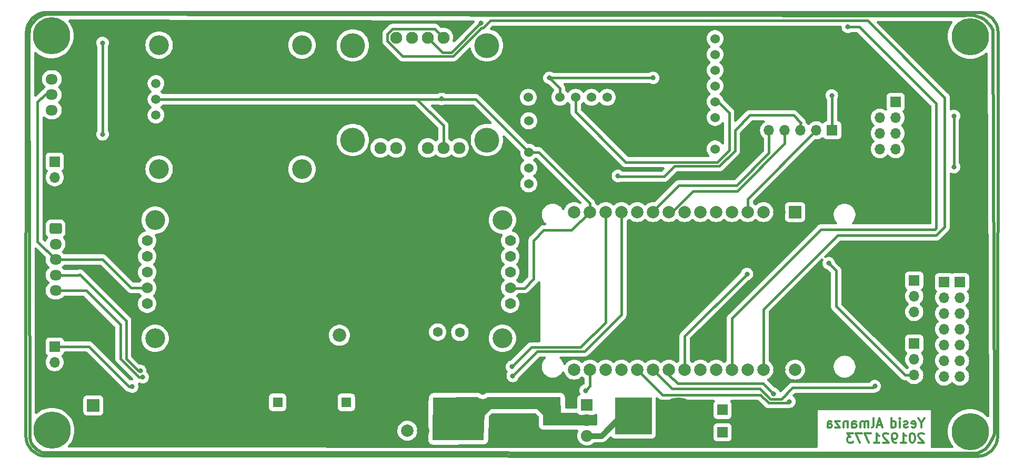
<source format=gbr>
%TF.GenerationSoftware,KiCad,Pcbnew,(7.0.0)*%
%TF.CreationDate,2023-11-24T18:14:14-05:00*%
%TF.ProjectId,C1,43312e6b-6963-4616-945f-706362585858,rev?*%
%TF.SameCoordinates,Original*%
%TF.FileFunction,Copper,L2,Bot*%
%TF.FilePolarity,Positive*%
%FSLAX46Y46*%
G04 Gerber Fmt 4.6, Leading zero omitted, Abs format (unit mm)*
G04 Created by KiCad (PCBNEW (7.0.0)) date 2023-11-24 18:14:14*
%MOMM*%
%LPD*%
G01*
G04 APERTURE LIST*
G04 Aperture macros list*
%AMRoundRect*
0 Rectangle with rounded corners*
0 $1 Rounding radius*
0 $2 $3 $4 $5 $6 $7 $8 $9 X,Y pos of 4 corners*
0 Add a 4 corners polygon primitive as box body*
4,1,4,$2,$3,$4,$5,$6,$7,$8,$9,$2,$3,0*
0 Add four circle primitives for the rounded corners*
1,1,$1+$1,$2,$3*
1,1,$1+$1,$4,$5*
1,1,$1+$1,$6,$7*
1,1,$1+$1,$8,$9*
0 Add four rect primitives between the rounded corners*
20,1,$1+$1,$2,$3,$4,$5,0*
20,1,$1+$1,$4,$5,$6,$7,0*
20,1,$1+$1,$6,$7,$8,$9,0*
20,1,$1+$1,$8,$9,$2,$3,0*%
G04 Aperture macros list end*
%TA.AperFunction,NonConductor*%
%ADD10C,0.500000*%
%TD*%
%ADD11C,0.300000*%
%TA.AperFunction,NonConductor*%
%ADD12C,0.300000*%
%TD*%
%TA.AperFunction,ComponentPad*%
%ADD13C,1.600200*%
%TD*%
%TA.AperFunction,ComponentPad*%
%ADD14C,1.778000*%
%TD*%
%TA.AperFunction,ComponentPad*%
%ADD15C,2.184400*%
%TD*%
%TA.AperFunction,ComponentPad*%
%ADD16C,3.200000*%
%TD*%
%TA.AperFunction,ComponentPad*%
%ADD17C,6.000000*%
%TD*%
%TA.AperFunction,ComponentPad*%
%ADD18R,1.600000X1.600000*%
%TD*%
%TA.AperFunction,ComponentPad*%
%ADD19C,1.600000*%
%TD*%
%TA.AperFunction,ComponentPad*%
%ADD20RoundRect,0.250000X0.725000X-0.600000X0.725000X0.600000X-0.725000X0.600000X-0.725000X-0.600000X0*%
%TD*%
%TA.AperFunction,ComponentPad*%
%ADD21O,1.950000X1.700000*%
%TD*%
%TA.AperFunction,ComponentPad*%
%ADD22R,1.700000X1.700000*%
%TD*%
%TA.AperFunction,ComponentPad*%
%ADD23O,1.700000X1.700000*%
%TD*%
%TA.AperFunction,ComponentPad*%
%ADD24R,2.000000X2.000000*%
%TD*%
%TA.AperFunction,ComponentPad*%
%ADD25C,2.000000*%
%TD*%
%TA.AperFunction,ComponentPad*%
%ADD26R,6.000000X6.000000*%
%TD*%
%TA.AperFunction,ComponentPad*%
%ADD27R,1.900000X1.900000*%
%TD*%
%TA.AperFunction,ComponentPad*%
%ADD28C,1.900000*%
%TD*%
%TA.AperFunction,ComponentPad*%
%ADD29RoundRect,0.250000X-0.725000X0.600000X-0.725000X-0.600000X0.725000X-0.600000X0.725000X0.600000X0*%
%TD*%
%TA.AperFunction,ComponentPad*%
%ADD30C,1.524000*%
%TD*%
%TA.AperFunction,WasherPad*%
%ADD31C,3.200000*%
%TD*%
%TA.AperFunction,ComponentPad*%
%ADD32C,1.500000*%
%TD*%
%TA.AperFunction,ComponentPad*%
%ADD33C,1.930400*%
%TD*%
%TA.AperFunction,ComponentPad*%
%ADD34C,4.000000*%
%TD*%
%TA.AperFunction,ViaPad*%
%ADD35C,0.800000*%
%TD*%
%TA.AperFunction,Conductor*%
%ADD36C,0.440000*%
%TD*%
%TA.AperFunction,Conductor*%
%ADD37C,0.900000*%
%TD*%
%TA.AperFunction,Profile*%
%ADD38C,0.500000*%
%TD*%
G04 APERTURE END LIST*
D10*
X161390009Y-60234542D02*
X216517506Y-60292706D01*
X216967506Y-60292706D01*
X217227506Y-60292706D01*
X217517506Y-60282706D01*
X217747506Y-60282706D01*
X218207506Y-60262706D01*
X218517506Y-60252706D01*
X218817506Y-60252706D01*
X219237506Y-60242706D01*
X219767506Y-60322706D01*
X220327506Y-60452706D01*
X220777506Y-60612706D01*
X221167506Y-60842706D01*
X221557506Y-61172706D01*
X222277506Y-62022706D01*
X222617506Y-62572706D01*
X222902547Y-124365125D01*
X222902547Y-125015125D01*
X222932547Y-125385125D01*
X222912547Y-125715125D01*
X222912547Y-126095125D01*
X222912547Y-126485125D01*
X222932547Y-126945125D01*
X222882547Y-127555125D01*
X222822325Y-127908820D01*
X222692547Y-128325125D01*
X222422547Y-128835125D01*
X222062547Y-129425125D01*
X221802547Y-129715125D01*
X221432547Y-130135125D01*
X220882547Y-130475125D01*
X220197506Y-130822706D01*
X70632547Y-130765125D01*
X70212547Y-130765125D01*
X69807758Y-130717149D01*
X69467758Y-130637149D01*
X69207758Y-130517149D01*
X68817758Y-130257149D01*
X68617758Y-130087149D01*
X68367758Y-129807149D01*
X68217758Y-129647149D01*
X68047758Y-129357149D01*
X67917758Y-129127149D01*
X67807758Y-128817149D01*
X67717758Y-128407149D01*
X67677758Y-128167149D01*
X67677506Y-127832706D01*
X67677506Y-127432706D01*
X67517506Y-64602706D01*
X67517506Y-64142706D01*
X67547506Y-63752706D01*
X67547506Y-63282706D01*
X67597506Y-62862706D01*
X67657506Y-62412706D01*
X67877506Y-61832706D01*
X68057506Y-61572706D01*
X68277506Y-61292706D01*
X68557506Y-60982706D01*
X68847506Y-60742706D01*
X69057506Y-60582706D01*
X69437506Y-60352706D01*
X69727506Y-60222706D01*
X70087506Y-60122706D01*
X70507506Y-60052706D01*
X161390009Y-60234542D01*
D11*
D12*
X211167142Y-125949285D02*
X211167142Y-126663571D01*
X211667142Y-125163571D02*
X211167142Y-125949285D01*
X211167142Y-125949285D02*
X210667142Y-125163571D01*
X209595714Y-126592142D02*
X209738571Y-126663571D01*
X209738571Y-126663571D02*
X210024286Y-126663571D01*
X210024286Y-126663571D02*
X210167143Y-126592142D01*
X210167143Y-126592142D02*
X210238571Y-126449285D01*
X210238571Y-126449285D02*
X210238571Y-125877857D01*
X210238571Y-125877857D02*
X210167143Y-125735000D01*
X210167143Y-125735000D02*
X210024286Y-125663571D01*
X210024286Y-125663571D02*
X209738571Y-125663571D01*
X209738571Y-125663571D02*
X209595714Y-125735000D01*
X209595714Y-125735000D02*
X209524286Y-125877857D01*
X209524286Y-125877857D02*
X209524286Y-126020714D01*
X209524286Y-126020714D02*
X210238571Y-126163571D01*
X208952857Y-126592142D02*
X208810000Y-126663571D01*
X208810000Y-126663571D02*
X208524286Y-126663571D01*
X208524286Y-126663571D02*
X208381429Y-126592142D01*
X208381429Y-126592142D02*
X208310000Y-126449285D01*
X208310000Y-126449285D02*
X208310000Y-126377857D01*
X208310000Y-126377857D02*
X208381429Y-126235000D01*
X208381429Y-126235000D02*
X208524286Y-126163571D01*
X208524286Y-126163571D02*
X208738572Y-126163571D01*
X208738572Y-126163571D02*
X208881429Y-126092142D01*
X208881429Y-126092142D02*
X208952857Y-125949285D01*
X208952857Y-125949285D02*
X208952857Y-125877857D01*
X208952857Y-125877857D02*
X208881429Y-125735000D01*
X208881429Y-125735000D02*
X208738572Y-125663571D01*
X208738572Y-125663571D02*
X208524286Y-125663571D01*
X208524286Y-125663571D02*
X208381429Y-125735000D01*
X207667143Y-126663571D02*
X207667143Y-125663571D01*
X207667143Y-125163571D02*
X207738571Y-125235000D01*
X207738571Y-125235000D02*
X207667143Y-125306428D01*
X207667143Y-125306428D02*
X207595714Y-125235000D01*
X207595714Y-125235000D02*
X207667143Y-125163571D01*
X207667143Y-125163571D02*
X207667143Y-125306428D01*
X206310000Y-126663571D02*
X206310000Y-125163571D01*
X206310000Y-126592142D02*
X206452857Y-126663571D01*
X206452857Y-126663571D02*
X206738571Y-126663571D01*
X206738571Y-126663571D02*
X206881428Y-126592142D01*
X206881428Y-126592142D02*
X206952857Y-126520714D01*
X206952857Y-126520714D02*
X207024285Y-126377857D01*
X207024285Y-126377857D02*
X207024285Y-125949285D01*
X207024285Y-125949285D02*
X206952857Y-125806428D01*
X206952857Y-125806428D02*
X206881428Y-125735000D01*
X206881428Y-125735000D02*
X206738571Y-125663571D01*
X206738571Y-125663571D02*
X206452857Y-125663571D01*
X206452857Y-125663571D02*
X206310000Y-125735000D01*
X204767142Y-126235000D02*
X204052857Y-126235000D01*
X204909999Y-126663571D02*
X204409999Y-125163571D01*
X204409999Y-125163571D02*
X203909999Y-126663571D01*
X203195714Y-126663571D02*
X203338571Y-126592142D01*
X203338571Y-126592142D02*
X203410000Y-126449285D01*
X203410000Y-126449285D02*
X203410000Y-125163571D01*
X202624286Y-126663571D02*
X202624286Y-125663571D01*
X202624286Y-125806428D02*
X202552857Y-125735000D01*
X202552857Y-125735000D02*
X202410000Y-125663571D01*
X202410000Y-125663571D02*
X202195714Y-125663571D01*
X202195714Y-125663571D02*
X202052857Y-125735000D01*
X202052857Y-125735000D02*
X201981429Y-125877857D01*
X201981429Y-125877857D02*
X201981429Y-126663571D01*
X201981429Y-125877857D02*
X201910000Y-125735000D01*
X201910000Y-125735000D02*
X201767143Y-125663571D01*
X201767143Y-125663571D02*
X201552857Y-125663571D01*
X201552857Y-125663571D02*
X201410000Y-125735000D01*
X201410000Y-125735000D02*
X201338571Y-125877857D01*
X201338571Y-125877857D02*
X201338571Y-126663571D01*
X199981429Y-126663571D02*
X199981429Y-125877857D01*
X199981429Y-125877857D02*
X200052857Y-125735000D01*
X200052857Y-125735000D02*
X200195714Y-125663571D01*
X200195714Y-125663571D02*
X200481429Y-125663571D01*
X200481429Y-125663571D02*
X200624286Y-125735000D01*
X199981429Y-126592142D02*
X200124286Y-126663571D01*
X200124286Y-126663571D02*
X200481429Y-126663571D01*
X200481429Y-126663571D02*
X200624286Y-126592142D01*
X200624286Y-126592142D02*
X200695714Y-126449285D01*
X200695714Y-126449285D02*
X200695714Y-126306428D01*
X200695714Y-126306428D02*
X200624286Y-126163571D01*
X200624286Y-126163571D02*
X200481429Y-126092142D01*
X200481429Y-126092142D02*
X200124286Y-126092142D01*
X200124286Y-126092142D02*
X199981429Y-126020714D01*
X199267143Y-125663571D02*
X199267143Y-126663571D01*
X199267143Y-125806428D02*
X199195714Y-125735000D01*
X199195714Y-125735000D02*
X199052857Y-125663571D01*
X199052857Y-125663571D02*
X198838571Y-125663571D01*
X198838571Y-125663571D02*
X198695714Y-125735000D01*
X198695714Y-125735000D02*
X198624286Y-125877857D01*
X198624286Y-125877857D02*
X198624286Y-126663571D01*
X198052857Y-125663571D02*
X197267143Y-125663571D01*
X197267143Y-125663571D02*
X198052857Y-126663571D01*
X198052857Y-126663571D02*
X197267143Y-126663571D01*
X196052857Y-126663571D02*
X196052857Y-125877857D01*
X196052857Y-125877857D02*
X196124285Y-125735000D01*
X196124285Y-125735000D02*
X196267142Y-125663571D01*
X196267142Y-125663571D02*
X196552857Y-125663571D01*
X196552857Y-125663571D02*
X196695714Y-125735000D01*
X196052857Y-126592142D02*
X196195714Y-126663571D01*
X196195714Y-126663571D02*
X196552857Y-126663571D01*
X196552857Y-126663571D02*
X196695714Y-126592142D01*
X196695714Y-126592142D02*
X196767142Y-126449285D01*
X196767142Y-126449285D02*
X196767142Y-126306428D01*
X196767142Y-126306428D02*
X196695714Y-126163571D01*
X196695714Y-126163571D02*
X196552857Y-126092142D01*
X196552857Y-126092142D02*
X196195714Y-126092142D01*
X196195714Y-126092142D02*
X196052857Y-126020714D01*
X211524285Y-127736428D02*
X211452857Y-127665000D01*
X211452857Y-127665000D02*
X211310000Y-127593571D01*
X211310000Y-127593571D02*
X210952857Y-127593571D01*
X210952857Y-127593571D02*
X210810000Y-127665000D01*
X210810000Y-127665000D02*
X210738571Y-127736428D01*
X210738571Y-127736428D02*
X210667142Y-127879285D01*
X210667142Y-127879285D02*
X210667142Y-128022142D01*
X210667142Y-128022142D02*
X210738571Y-128236428D01*
X210738571Y-128236428D02*
X211595714Y-129093571D01*
X211595714Y-129093571D02*
X210667142Y-129093571D01*
X209738571Y-127593571D02*
X209595714Y-127593571D01*
X209595714Y-127593571D02*
X209452857Y-127665000D01*
X209452857Y-127665000D02*
X209381429Y-127736428D01*
X209381429Y-127736428D02*
X209310000Y-127879285D01*
X209310000Y-127879285D02*
X209238571Y-128165000D01*
X209238571Y-128165000D02*
X209238571Y-128522142D01*
X209238571Y-128522142D02*
X209310000Y-128807857D01*
X209310000Y-128807857D02*
X209381429Y-128950714D01*
X209381429Y-128950714D02*
X209452857Y-129022142D01*
X209452857Y-129022142D02*
X209595714Y-129093571D01*
X209595714Y-129093571D02*
X209738571Y-129093571D01*
X209738571Y-129093571D02*
X209881429Y-129022142D01*
X209881429Y-129022142D02*
X209952857Y-128950714D01*
X209952857Y-128950714D02*
X210024286Y-128807857D01*
X210024286Y-128807857D02*
X210095714Y-128522142D01*
X210095714Y-128522142D02*
X210095714Y-128165000D01*
X210095714Y-128165000D02*
X210024286Y-127879285D01*
X210024286Y-127879285D02*
X209952857Y-127736428D01*
X209952857Y-127736428D02*
X209881429Y-127665000D01*
X209881429Y-127665000D02*
X209738571Y-127593571D01*
X207810000Y-129093571D02*
X208667143Y-129093571D01*
X208238572Y-129093571D02*
X208238572Y-127593571D01*
X208238572Y-127593571D02*
X208381429Y-127807857D01*
X208381429Y-127807857D02*
X208524286Y-127950714D01*
X208524286Y-127950714D02*
X208667143Y-128022142D01*
X207095715Y-129093571D02*
X206810001Y-129093571D01*
X206810001Y-129093571D02*
X206667144Y-129022142D01*
X206667144Y-129022142D02*
X206595715Y-128950714D01*
X206595715Y-128950714D02*
X206452858Y-128736428D01*
X206452858Y-128736428D02*
X206381429Y-128450714D01*
X206381429Y-128450714D02*
X206381429Y-127879285D01*
X206381429Y-127879285D02*
X206452858Y-127736428D01*
X206452858Y-127736428D02*
X206524287Y-127665000D01*
X206524287Y-127665000D02*
X206667144Y-127593571D01*
X206667144Y-127593571D02*
X206952858Y-127593571D01*
X206952858Y-127593571D02*
X207095715Y-127665000D01*
X207095715Y-127665000D02*
X207167144Y-127736428D01*
X207167144Y-127736428D02*
X207238572Y-127879285D01*
X207238572Y-127879285D02*
X207238572Y-128236428D01*
X207238572Y-128236428D02*
X207167144Y-128379285D01*
X207167144Y-128379285D02*
X207095715Y-128450714D01*
X207095715Y-128450714D02*
X206952858Y-128522142D01*
X206952858Y-128522142D02*
X206667144Y-128522142D01*
X206667144Y-128522142D02*
X206524287Y-128450714D01*
X206524287Y-128450714D02*
X206452858Y-128379285D01*
X206452858Y-128379285D02*
X206381429Y-128236428D01*
X205810001Y-127736428D02*
X205738573Y-127665000D01*
X205738573Y-127665000D02*
X205595716Y-127593571D01*
X205595716Y-127593571D02*
X205238573Y-127593571D01*
X205238573Y-127593571D02*
X205095716Y-127665000D01*
X205095716Y-127665000D02*
X205024287Y-127736428D01*
X205024287Y-127736428D02*
X204952858Y-127879285D01*
X204952858Y-127879285D02*
X204952858Y-128022142D01*
X204952858Y-128022142D02*
X205024287Y-128236428D01*
X205024287Y-128236428D02*
X205881430Y-129093571D01*
X205881430Y-129093571D02*
X204952858Y-129093571D01*
X203524287Y-129093571D02*
X204381430Y-129093571D01*
X203952859Y-129093571D02*
X203952859Y-127593571D01*
X203952859Y-127593571D02*
X204095716Y-127807857D01*
X204095716Y-127807857D02*
X204238573Y-127950714D01*
X204238573Y-127950714D02*
X204381430Y-128022142D01*
X203024288Y-127593571D02*
X202024288Y-127593571D01*
X202024288Y-127593571D02*
X202667145Y-129093571D01*
X201595717Y-127593571D02*
X200595717Y-127593571D01*
X200595717Y-127593571D02*
X201238574Y-129093571D01*
X200167146Y-127593571D02*
X199238574Y-127593571D01*
X199238574Y-127593571D02*
X199738574Y-128165000D01*
X199738574Y-128165000D02*
X199524289Y-128165000D01*
X199524289Y-128165000D02*
X199381432Y-128236428D01*
X199381432Y-128236428D02*
X199310003Y-128307857D01*
X199310003Y-128307857D02*
X199238574Y-128450714D01*
X199238574Y-128450714D02*
X199238574Y-128807857D01*
X199238574Y-128807857D02*
X199310003Y-128950714D01*
X199310003Y-128950714D02*
X199381432Y-129022142D01*
X199381432Y-129022142D02*
X199524289Y-129093571D01*
X199524289Y-129093571D02*
X199952860Y-129093571D01*
X199952860Y-129093571D02*
X200095717Y-129022142D01*
X200095717Y-129022142D02*
X200167146Y-128950714D01*
D13*
%TO.P,J4,+*%
%TO.N,N/C*%
X133316000Y-111282000D03*
%TO.P,J4,-*%
X136884000Y-111332000D03*
D14*
%TO.P,J4,1,Pin_1*%
%TO.N,+5V*%
X145000000Y-96550000D03*
X86580000Y-96550000D03*
%TO.P,J4,2,Pin_2*%
X145000000Y-99090000D03*
D15*
X117506000Y-111795000D03*
D14*
X86580000Y-99090000D03*
%TO.P,J4,3,Pin_3*%
%TO.N,SDA*%
X145000000Y-101630000D03*
X86580000Y-101630000D03*
%TO.P,J4,4,Pin_4*%
%TO.N,SCL*%
X145000000Y-104170000D03*
X86580000Y-104170000D03*
%TO.P,J4,5,Pin_5*%
%TO.N,unconnected-(J4-Pin_5-Pad5)*%
X145000000Y-106710000D03*
X86580000Y-106710000D03*
%TO.P,J4,6,Pin_6*%
%TO.N,Earth*%
X145000000Y-109250000D03*
D15*
X114006000Y-111795000D03*
D14*
X86580000Y-109250000D03*
D16*
%TO.P,J4,P$1*%
%TO.N,N/C*%
X143730000Y-112298000D03*
X143730000Y-93248000D03*
X87850000Y-112298000D03*
X87850000Y-93248000D03*
%TD*%
D17*
%TO.P,H2,1*%
%TO.N,N/C*%
X71250000Y-127130000D03*
%TD*%
D18*
%TO.P,C1,1*%
%TO.N,VCC*%
X144979999Y-122679999D03*
D19*
%TO.P,C1,2*%
%TO.N,Earth*%
X144980000Y-126180000D03*
%TD*%
D20*
%TO.P,LIDAR1,1,Pin_1*%
%TO.N,Earth*%
X71230000Y-78015000D03*
D21*
%TO.P,LIDAR1,2,Pin_2*%
%TO.N,+5V*%
X71229999Y-75514999D03*
%TO.P,LIDAR1,3,Pin_3*%
%TO.N,SCL*%
X71229999Y-73014999D03*
%TO.P,LIDAR1,4,Pin_4*%
%TO.N,SDA*%
X71229999Y-70514999D03*
%TD*%
D22*
%TO.P,J1,1,Pin_1*%
%TO.N,ch1*%
X214789999Y-103219999D03*
D23*
%TO.P,J1,2,Pin_2*%
%TO.N,ch2*%
X214789999Y-105759999D03*
%TO.P,J1,3,Pin_3*%
%TO.N,ch3*%
X214789999Y-108299999D03*
%TO.P,J1,4,Pin_4*%
%TO.N,ch4*%
X214789999Y-110839999D03*
%TO.P,J1,5,Pin_5*%
%TO.N,ch5*%
X214789999Y-113379999D03*
%TO.P,J1,6,Pin_6*%
%TO.N,ch6*%
X214789999Y-115919999D03*
%TO.P,J1,7,Pin_7*%
%TO.N,unconnected-(J1-Pin_7-Pad7)*%
X214789999Y-118459999D03*
%TD*%
D22*
%TO.P,Encoder1,1,Pin_1*%
%TO.N,15*%
X71699999Y-83809999D03*
D23*
%TO.P,Encoder1,2,Pin_2*%
%TO.N,+5V*%
X71699999Y-86349999D03*
%TO.P,Encoder1,3,Pin_3*%
%TO.N,Earth*%
X71699999Y-88889999D03*
%TD*%
D22*
%TO.P,J5,1,Pin_1*%
%TO.N,+5V*%
X217359999Y-103219999D03*
D23*
%TO.P,J5,2,Pin_2*%
X217359999Y-105759999D03*
%TO.P,J5,3,Pin_3*%
X217359999Y-108299999D03*
%TO.P,J5,4,Pin_4*%
X217359999Y-110839999D03*
%TO.P,J5,5,Pin_5*%
X217359999Y-113379999D03*
%TO.P,J5,6,Pin_6*%
X217359999Y-115919999D03*
%TO.P,J5,7,Pin_7*%
X217359999Y-118459999D03*
%TD*%
D18*
%TO.P,C3,1*%
%TO.N,+5V*%
X107559999Y-122614999D03*
D19*
%TO.P,C3,2*%
%TO.N,Earth*%
X107560000Y-126115000D03*
%TD*%
D22*
%TO.P,TX2,1,Pin_1*%
%TO.N,unconnected-(TX2-Pin_1-Pad1)*%
X209989999Y-102959999D03*
D23*
%TO.P,TX2,2,Pin_2*%
%TO.N,unconnected-(TX2-Pin_2-Pad2)*%
X209989999Y-105499999D03*
%TO.P,TX2,3,Pin_3*%
%TO.N,TX2*%
X209989999Y-108039999D03*
%TD*%
D17*
%TO.P,H3,1*%
%TO.N,N/C*%
X218990000Y-127320000D03*
%TD*%
D24*
%TO.P,U1,1,Vin+*%
%TO.N,VCC*%
X133519999Y-127184999D03*
D25*
%TO.P,U1,2,GND*%
%TO.N,Earth*%
X130980000Y-127185000D03*
%TO.P,U1,3,Vo+*%
%TO.N,+5V*%
X128440000Y-127185000D03*
%TD*%
D17*
%TO.P,J8,N,NEG*%
%TO.N,Earth*%
X172000000Y-124820000D03*
D26*
%TO.P,J8,P,POS*%
%TO.N,Net-(J8-POS)*%
X164799999Y-124819999D03*
%TD*%
D27*
%TO.P,SW2,1,A*%
%TO.N,unconnected-(SW2-A-Pad1)*%
X157329999Y-122999999D03*
D28*
%TO.P,SW2,2,B*%
%TO.N,VCC*%
X157330000Y-125500000D03*
%TO.P,SW2,3,C*%
%TO.N,Net-(J8-POS)*%
X157330000Y-128000000D03*
%TD*%
D24*
%TO.P,BZ1,1,-*%
%TO.N,VP*%
X77909999Y-123109999D03*
D25*
%TO.P,BZ1,2,+*%
%TO.N,Earth*%
X85510000Y-123110000D03*
%TD*%
D17*
%TO.P,H4,1*%
%TO.N,N/C*%
X218990000Y-63650000D03*
%TD*%
D22*
%TO.P,J10,1,Pin_1*%
%TO.N,VCC*%
X179144999Y-127439999D03*
D23*
%TO.P,J10,2,Pin_2*%
%TO.N,Earth*%
X181684999Y-127439999D03*
%TD*%
D29*
%TO.P,GPS-M10Q5883,1,Pin_1*%
%TO.N,+5V*%
X71830000Y-94595000D03*
D21*
%TO.P,GPS-M10Q5883,2,Pin_2*%
%TO.N,SDA*%
X71829999Y-97094999D03*
%TO.P,GPS-M10Q5883,3,Pin_3*%
%TO.N,SCL*%
X71829999Y-99594999D03*
%TO.P,GPS-M10Q5883,4,Pin_4*%
%TO.N,TX0*%
X71829999Y-102094999D03*
%TO.P,GPS-M10Q5883,5,Pin_5*%
%TO.N,RX0*%
X71829999Y-104594999D03*
%TO.P,GPS-M10Q5883,6,Pin_6*%
%TO.N,Earth*%
X71829999Y-107094999D03*
%TD*%
D18*
%TO.P,C2,1*%
%TO.N,+5V*%
X118609999Y-122612348D03*
D19*
%TO.P,C2,2*%
%TO.N,Earth*%
X118610000Y-126112349D03*
%TD*%
D22*
%TO.P,NRF24L1,1,Pin_1*%
%TO.N,+3.3V*%
X206999999Y-74179999D03*
D23*
%TO.P,NRF24L1,2,Pin_2*%
%TO.N,Earth*%
X204459999Y-74179999D03*
%TO.P,NRF24L1,3,Pin_3*%
%TO.N,CNS*%
X206999999Y-76719999D03*
%TO.P,NRF24L1,4,Pin_4*%
%TO.N,CE*%
X204459999Y-76719999D03*
%TO.P,NRF24L1,5,Pin_5*%
%TO.N,MOSI*%
X206999999Y-79259999D03*
%TO.P,NRF24L1,6,Pin_6*%
%TO.N,SCK*%
X204459999Y-79259999D03*
%TO.P,NRF24L1,7,Pin_7*%
%TO.N,unconnected-(NRF24L1-Pin_7-Pad7)*%
X206999999Y-81799999D03*
%TO.P,NRF24L1,8,Pin_8*%
%TO.N,MISO*%
X204459999Y-81799999D03*
%TD*%
D30*
%TO.P,BMP280,1,Pin_1*%
%TO.N,+3.3V*%
X147893000Y-73438000D03*
%TO.P,BMP280,2,Pin_2*%
%TO.N,Earth*%
X150433000Y-73438000D03*
%TO.P,BMP280,3,Pin_3*%
%TO.N,SCL*%
X152973000Y-73438000D03*
%TO.P,BMP280,4,Pin_4*%
%TO.N,SDA*%
X155513000Y-73438000D03*
%TO.P,BMP280,5,Pin_5*%
%TO.N,unconnected-(BMP280-Pin_5-Pad5)*%
X158053000Y-73438000D03*
%TO.P,BMP280,6,Pin_6*%
%TO.N,unconnected-(BMP280-Pin_6-Pad6)*%
X160593000Y-73438000D03*
%TD*%
D22*
%TO.P,Pitot1,1,Pin_1*%
%TO.N,34*%
X71689999Y-113619999D03*
D23*
%TO.P,Pitot1,2,Pin_2*%
%TO.N,+5V*%
X71689999Y-116159999D03*
%TO.P,Pitot1,3,Pin_3*%
%TO.N,Earth*%
X71689999Y-118699999D03*
%TD*%
D31*
%TO.P,Oled1,*%
%TO.N,*%
X88490000Y-85025000D03*
X111490000Y-85025000D03*
X88490000Y-65025000D03*
X111490000Y-65025000D03*
D32*
%TO.P,Oled1,1,Pin_1*%
%TO.N,Earth*%
X87990000Y-78835000D03*
%TO.P,Oled1,2,Pin_2*%
%TO.N,+5V*%
X87990000Y-76295000D03*
%TO.P,Oled1,3,Pin_3*%
%TO.N,SCL*%
X87990000Y-73755000D03*
%TO.P,Oled1,4,Pin_4*%
%TO.N,SDA*%
X87990000Y-71215000D03*
%TD*%
D22*
%TO.P,J6,1,Pin_1*%
%TO.N,Earth*%
X220019999Y-103219999D03*
D23*
%TO.P,J6,2,Pin_2*%
X220019999Y-105759999D03*
%TO.P,J6,3,Pin_3*%
X220019999Y-108299999D03*
%TO.P,J6,4,Pin_4*%
X220019999Y-110839999D03*
%TO.P,J6,5,Pin_5*%
X220019999Y-113379999D03*
%TO.P,J6,6,Pin_6*%
X220019999Y-115919999D03*
%TO.P,J6,7,Pin_7*%
X220019999Y-118459999D03*
%TD*%
D24*
%TO.P,U2,1,3V3*%
%TO.N,+3.3V*%
X190819999Y-91939999D03*
D25*
%TO.P,U2,2,GND*%
%TO.N,Earth*%
X188280000Y-91940000D03*
%TO.P,U2,3,D15*%
%TO.N,15*%
X185740000Y-91940000D03*
%TO.P,U2,4,D2*%
%TO.N,CS1*%
X183200000Y-91940000D03*
%TO.P,U2,5,D4*%
%TO.N,CNS*%
X180660000Y-91940000D03*
%TO.P,U2,6,RX2*%
%TO.N,RX2*%
X178120000Y-91940000D03*
%TO.P,U2,7,TX2*%
%TO.N,TX2*%
X175580000Y-91940000D03*
%TO.P,U2,8,D5*%
%TO.N,CE*%
X173040000Y-91940000D03*
%TO.P,U2,9,D18*%
%TO.N,SCK*%
X170500000Y-91940000D03*
%TO.P,U2,10,D19*%
%TO.N,MISO*%
X167960000Y-91940000D03*
%TO.P,U2,11,D21*%
%TO.N,SDA*%
X165420000Y-91940000D03*
%TO.P,U2,12,RX0*%
%TO.N,RX0*%
X162880000Y-91940000D03*
%TO.P,U2,13,TX0*%
%TO.N,TX0*%
X160340000Y-91940000D03*
%TO.P,U2,14,D22*%
%TO.N,SCL*%
X157800000Y-91940000D03*
%TO.P,U2,15,D23*%
%TO.N,MOSI*%
X155260000Y-91940000D03*
%TO.P,U2,16,EN*%
%TO.N,unconnected-(U2-EN-Pad16)*%
X155260000Y-117340000D03*
%TO.P,U2,17,VP*%
%TO.N,VP*%
X157800000Y-117340000D03*
%TO.P,U2,18,VN*%
%TO.N,unconnected-(U2-VN-Pad18)*%
X160340000Y-117340000D03*
%TO.P,U2,19,D34*%
%TO.N,34*%
X162880000Y-117340000D03*
%TO.P,U2,20,D35*%
%TO.N,ch6*%
X165420000Y-117340000D03*
%TO.P,U2,21,D32*%
%TO.N,ch4*%
X167960000Y-117340000D03*
%TO.P,U2,22,D33*%
%TO.N,ch5*%
X170500000Y-117340000D03*
%TO.P,U2,23,D25*%
%TO.N,ch1*%
X173040000Y-117340000D03*
%TO.P,U2,24,D26*%
%TO.N,ch2*%
X175580000Y-117340000D03*
%TO.P,U2,25,D27*%
%TO.N,ch3*%
X178120000Y-117340000D03*
%TO.P,U2,26,D14*%
%TO.N,INT*%
X180660000Y-117340000D03*
%TO.P,U2,27,D12*%
%TO.N,D12*%
X183200000Y-117340000D03*
%TO.P,U2,28,D13*%
%TO.N,ADR*%
X185740000Y-117340000D03*
%TO.P,U2,29,GND*%
%TO.N,Earth*%
X188280000Y-117340000D03*
%TO.P,U2,30,VIN*%
%TO.N,+5V*%
X190820000Y-117340000D03*
%TD*%
D33*
%TO.P,J3,1,Pin_1*%
%TO.N,+3.3V*%
X124086200Y-81595300D03*
%TO.P,J3,2,Pin_2*%
%TO.N,unconnected-(J3-Pin_2-Pad2)*%
X126626200Y-81595300D03*
%TO.P,J3,3,Pin_3*%
%TO.N,Earth*%
X129166200Y-81595300D03*
%TO.P,J3,4,Pin_4*%
%TO.N,SDA*%
X131706200Y-81595300D03*
%TO.P,J3,5,Pin_5*%
%TO.N,SCL*%
X134246200Y-81595300D03*
%TO.P,J3,6,Pin_6*%
%TO.N,unconnected-(J3-Pin_6-Pad6)*%
X136786200Y-81595300D03*
%TO.P,J3,7,Pin_7*%
%TO.N,unconnected-(J3-Pin_7-Pad7)*%
X126626200Y-63815300D03*
%TO.P,J3,8,Pin_8*%
%TO.N,unconnected-(J3-Pin_8-Pad8)*%
X129166200Y-63815300D03*
%TO.P,J3,9,Pin_9*%
%TO.N,INT*%
X131706200Y-63815300D03*
%TO.P,J3,10,Pin_10*%
%TO.N,ADR*%
X134246200Y-63815300D03*
D34*
%TO.P,J3,P$1*%
%TO.N,N/C*%
X119641200Y-65085300D03*
X119641200Y-80325300D03*
X141231200Y-65085300D03*
X141231200Y-80325300D03*
%TD*%
D22*
%TO.P,J9,1,Pin_1*%
%TO.N,VCC*%
X179149999Y-123834999D03*
D23*
%TO.P,J9,2,Pin_2*%
%TO.N,Earth*%
X181689999Y-123834999D03*
%TD*%
D30*
%TO.P,Gy-271,1,Pin_1*%
%TO.N,+3.3V*%
X147962000Y-77222000D03*
%TO.P,Gy-271,2,Pin_2*%
%TO.N,Earth*%
X147962000Y-79762000D03*
%TO.P,Gy-271,3,Pin_3*%
%TO.N,SCL*%
X147962000Y-82302000D03*
%TO.P,Gy-271,4,Pin_4*%
%TO.N,SDA*%
X147962000Y-84842000D03*
%TO.P,Gy-271,5,Pin_5*%
%TO.N,unconnected-(Gy-271-Pin_5-Pad5)*%
X147962000Y-87382000D03*
%TD*%
%TO.P,J7,1,Pin_1*%
%TO.N,+3.3V*%
X177945000Y-81768000D03*
%TO.P,J7,2,Pin_2*%
%TO.N,Earth*%
X177945000Y-79228000D03*
%TO.P,J7,3,Pin_3*%
%TO.N,SCL*%
X177945000Y-76688000D03*
%TO.P,J7,4,Pin_4*%
%TO.N,SDA*%
X177945000Y-74148000D03*
%TO.P,J7,5,Pin_5*%
%TO.N,unconnected-(J7-Pin_5-Pad5)*%
X177945000Y-71608000D03*
%TO.P,J7,6,Pin_6*%
%TO.N,unconnected-(J7-Pin_6-Pad6)*%
X177945000Y-69068000D03*
%TO.P,J7,7,Pin_7*%
%TO.N,unconnected-(J7-Pin_7-Pad7)*%
X177945000Y-66528000D03*
%TO.P,J7,8,Pin_8*%
%TO.N,unconnected-(J7-Pin_8-Pad8)*%
X177945000Y-63988000D03*
%TD*%
D17*
%TO.P,H1,1*%
%TO.N,N/C*%
X71150000Y-63530000D03*
%TD*%
D22*
%TO.P,RX1,1,Pin_1*%
%TO.N,unconnected-(RX1-Pin_1-Pad1)*%
X209989999Y-113139999D03*
D23*
%TO.P,RX1,2,Pin_2*%
%TO.N,unconnected-(RX1-Pin_2-Pad2)*%
X209989999Y-115679999D03*
%TO.P,RX1,3,Pin_3*%
%TO.N,RX2*%
X209989999Y-118219999D03*
%TD*%
D22*
%TO.P,J2,1,Pin_1*%
%TO.N,+3.3V*%
X196789999Y-78764999D03*
D23*
%TO.P,J2,2,Pin_2*%
%TO.N,CS1*%
X194249999Y-78764999D03*
%TO.P,J2,3,Pin_3*%
%TO.N,MOSI*%
X191709999Y-78764999D03*
%TO.P,J2,4,Pin_4*%
%TO.N,SCK*%
X189169999Y-78764999D03*
%TO.P,J2,5,Pin_5*%
%TO.N,MISO*%
X186629999Y-78764999D03*
%TO.P,J2,6,Pin_6*%
%TO.N,Earth*%
X184089999Y-78764999D03*
%TD*%
D35*
%TO.N,+3.3V*%
X196730000Y-73130000D03*
%TO.N,Earth*%
X93120000Y-122760000D03*
X140560000Y-121000000D03*
X99340000Y-122950000D03*
X151000000Y-119870000D03*
%TO.N,SCL*%
X133930000Y-73710000D03*
X151290000Y-70310000D03*
X167990000Y-70310000D03*
%TO.N,TX0*%
X145270000Y-116880500D03*
X85460000Y-117550000D03*
%TO.N,RX0*%
X85850000Y-118560000D03*
X145390525Y-118360500D03*
%TO.N,ch1*%
X183080000Y-101920000D03*
%TO.N,ch4*%
X203650000Y-120000000D03*
%TO.N,ch5*%
X187390000Y-121260000D03*
%TO.N,ch6*%
X189910000Y-122490000D03*
%TO.N,34*%
X84160000Y-120080000D03*
%TO.N,RX2*%
X196230000Y-100190000D03*
%TO.N,MOSI*%
X162320000Y-86120000D03*
%TO.N,15*%
X79390000Y-64670000D03*
X216400000Y-84680000D03*
X216380000Y-76430000D03*
X79400000Y-79410000D03*
%TO.N,INT*%
X199310000Y-62080000D03*
X140250000Y-61450000D03*
%TO.N,VP*%
X157109475Y-120709475D03*
%TD*%
D36*
%TO.N,ch6*%
X169480000Y-121400000D02*
X165420000Y-117340000D01*
X185234560Y-121400000D02*
X169480000Y-121400000D01*
X186554560Y-122720000D02*
X185234560Y-121400000D01*
X189910000Y-122490000D02*
X189680000Y-122720000D01*
X189680000Y-122720000D02*
X186554560Y-122720000D01*
%TO.N,SCL*%
X79435000Y-99595000D02*
X84010000Y-104170000D01*
X84010000Y-104170000D02*
X86580000Y-104170000D01*
X71830000Y-99595000D02*
X79435000Y-99595000D01*
%TO.N,+3.3V*%
X196790000Y-73190000D02*
X196730000Y-73130000D01*
X196790000Y-78765000D02*
X196790000Y-73190000D01*
%TO.N,SCL*%
X87990000Y-73755000D02*
X129985000Y-73755000D01*
X134246200Y-78016200D02*
X134246200Y-81595300D01*
X147962000Y-82302000D02*
X149552000Y-82302000D01*
X148750000Y-102740000D02*
X147280000Y-104210000D01*
X71830000Y-99595000D02*
X68940000Y-96705000D01*
X68940000Y-74210000D02*
X70135000Y-73015000D01*
X149552000Y-82302000D02*
X157800000Y-90550000D01*
X68940000Y-96705000D02*
X68940000Y-74210000D01*
X148750000Y-96498872D02*
X148750000Y-102740000D01*
X70135000Y-73015000D02*
X71230000Y-73015000D01*
X152973000Y-71993000D02*
X152973000Y-73438000D01*
X139415000Y-73755000D02*
X139595000Y-73935000D01*
X139595000Y-73935000D02*
X147962000Y-82302000D01*
X151290000Y-70310000D02*
X152973000Y-71993000D01*
X147280000Y-104210000D02*
X144900000Y-104210000D01*
X157800000Y-91940000D02*
X154870000Y-94870000D01*
X129985000Y-73755000D02*
X139415000Y-73755000D01*
X129985000Y-73755000D02*
X134246200Y-78016200D01*
X150378872Y-94870000D02*
X148750000Y-96498872D01*
X157800000Y-90550000D02*
X157800000Y-91940000D01*
X154870000Y-94870000D02*
X150378872Y-94870000D01*
X167990000Y-70310000D02*
X151290000Y-70310000D01*
%TO.N,SDA*%
X155513000Y-73438000D02*
X155513000Y-75823000D01*
X178428000Y-74148000D02*
X177945000Y-74148000D01*
X180220000Y-81980000D02*
X180220000Y-75940000D01*
X163590000Y-83900000D02*
X178300000Y-83900000D01*
X180220000Y-75940000D02*
X178428000Y-74148000D01*
X155513000Y-75823000D02*
X163590000Y-83900000D01*
X178300000Y-83900000D02*
X180220000Y-81980000D01*
D37*
%TO.N,VCC*%
X134865000Y-127185000D02*
X136980000Y-125070000D01*
X142230000Y-122680000D02*
X146230000Y-122680000D01*
X139840000Y-125070000D02*
X142230000Y-122680000D01*
X136980000Y-125070000D02*
X139840000Y-125070000D01*
X133520000Y-127185000D02*
X134865000Y-127185000D01*
X144980000Y-122680000D02*
X146230000Y-122680000D01*
X146230000Y-122680000D02*
X148880000Y-122680000D01*
X148880000Y-122680000D02*
X151700000Y-125500000D01*
X151700000Y-125500000D02*
X157330000Y-125500000D01*
D36*
%TO.N,TX0*%
X160340000Y-91940000D02*
X160340000Y-109711128D01*
X84970000Y-117370000D02*
X83190000Y-115590000D01*
X75560000Y-102050000D02*
X75515000Y-102095000D01*
X83190000Y-115590000D02*
X83190000Y-109450000D01*
X160340000Y-109711128D02*
X156301128Y-113750000D01*
X75790000Y-102050000D02*
X75560000Y-102050000D01*
X148400500Y-113750000D02*
X145270000Y-116880500D01*
X84970000Y-117370000D02*
X85150000Y-117550000D01*
X85150000Y-117550000D02*
X85460000Y-117550000D01*
X83190000Y-109450000D02*
X75790000Y-102050000D01*
X75515000Y-102095000D02*
X71830000Y-102095000D01*
X156301128Y-113750000D02*
X148400500Y-113750000D01*
%TO.N,RX0*%
X145390525Y-118360500D02*
X149361025Y-114390000D01*
X76755000Y-104595000D02*
X82260000Y-110100000D01*
X82260000Y-115565096D02*
X85234904Y-118540000D01*
X149361025Y-114390000D02*
X156960000Y-114390000D01*
X85830000Y-118540000D02*
X85850000Y-118560000D01*
X85234904Y-118540000D02*
X85830000Y-118540000D01*
X162880000Y-108470000D02*
X162880000Y-91940000D01*
X82260000Y-110100000D02*
X82260000Y-115565096D01*
X156960000Y-114390000D02*
X162880000Y-108470000D01*
X71830000Y-104595000D02*
X76755000Y-104595000D01*
%TO.N,ch1*%
X173040000Y-111960000D02*
X173040000Y-117340000D01*
X183080000Y-101920000D02*
X173040000Y-111960000D01*
%TO.N,ch4*%
X190440000Y-120270000D02*
X188630000Y-122080000D01*
X203650000Y-120000000D02*
X203380000Y-120270000D01*
X188630000Y-122080000D02*
X186819656Y-122080000D01*
X186819656Y-122080000D02*
X185129656Y-120390000D01*
X171010000Y-120390000D02*
X167960000Y-117340000D01*
X203380000Y-120270000D02*
X190440000Y-120270000D01*
X185129656Y-120390000D02*
X171010000Y-120390000D01*
%TO.N,ch5*%
X187390000Y-121260000D02*
X187360000Y-121260000D01*
X170500000Y-118180000D02*
X170500000Y-117340000D01*
X185700000Y-119600000D02*
X171920000Y-119600000D01*
X171920000Y-119600000D02*
X170500000Y-118180000D01*
X187360000Y-121260000D02*
X185700000Y-119600000D01*
%TO.N,CS1*%
X183200000Y-89815000D02*
X183200000Y-91940000D01*
X194250000Y-78765000D02*
X183200000Y-89815000D01*
%TO.N,34*%
X83660000Y-120080000D02*
X77200000Y-113620000D01*
X77200000Y-113620000D02*
X71690000Y-113620000D01*
X84160000Y-120080000D02*
X83660000Y-120080000D01*
%TO.N,RX2*%
X197430000Y-101390000D02*
X197430000Y-107150000D01*
X197430000Y-107150000D02*
X208500000Y-118220000D01*
X208500000Y-118220000D02*
X209990000Y-118220000D01*
X196230000Y-100190000D02*
X197430000Y-101390000D01*
%TO.N,MOSI*%
X162320000Y-86120000D02*
X162450000Y-86250000D01*
X181140000Y-82070000D02*
X181140000Y-78760000D01*
X181140000Y-78760000D02*
X183570000Y-76330000D01*
X190530000Y-76330000D02*
X191730000Y-77530000D01*
X169730000Y-86250000D02*
X171440000Y-84540000D01*
X191710000Y-77550000D02*
X191710000Y-78765000D01*
X178670000Y-84540000D02*
X181140000Y-82070000D01*
X162450000Y-86250000D02*
X169730000Y-86250000D01*
X191730000Y-77530000D02*
X191710000Y-77550000D01*
X171440000Y-84540000D02*
X178670000Y-84540000D01*
X183570000Y-76330000D02*
X190530000Y-76330000D01*
%TO.N,MISO*%
X167960000Y-91780000D02*
X172100000Y-87640000D01*
X172100000Y-87640000D02*
X181400000Y-87640000D01*
X186630000Y-82410000D02*
X186630000Y-78765000D01*
X181400000Y-87640000D02*
X186630000Y-82410000D01*
X167960000Y-91940000D02*
X167960000Y-91780000D01*
%TO.N,SCK*%
X170500000Y-91940000D02*
X171020000Y-91940000D01*
X181500000Y-88560000D02*
X189170000Y-80890000D01*
X174400000Y-88560000D02*
X181500000Y-88560000D01*
X189170000Y-80890000D02*
X189170000Y-78765000D01*
X171020000Y-91940000D02*
X174400000Y-88560000D01*
%TO.N,15*%
X79390000Y-79400000D02*
X79400000Y-79410000D01*
X216400000Y-84680000D02*
X216360000Y-84640000D01*
X79390000Y-64670000D02*
X79390000Y-79400000D01*
X216360000Y-76410000D02*
X216380000Y-76430000D01*
X216360000Y-84640000D02*
X216360000Y-76330000D01*
X216360000Y-76330000D02*
X216360000Y-76410000D01*
%TO.N,INT*%
X134077100Y-66186200D02*
X131706200Y-63815300D01*
X140300000Y-61430000D02*
X135543800Y-66186200D01*
X180660000Y-109080000D02*
X180660000Y-117340000D01*
X213550000Y-94530000D02*
X213340000Y-94740000D01*
X213550000Y-74460000D02*
X213550000Y-94530000D01*
X199310000Y-62080000D02*
X200160000Y-62080000D01*
X200180000Y-62100000D02*
X201190000Y-62100000D01*
X213340000Y-94740000D02*
X195000000Y-94740000D01*
X200160000Y-62080000D02*
X200180000Y-62100000D01*
X195000000Y-94740000D02*
X180660000Y-109080000D01*
X135543800Y-66186200D02*
X134077100Y-66186200D01*
X201190000Y-62100000D02*
X213550000Y-74460000D01*
%TO.N,ADR*%
X135808897Y-66826200D02*
X140365096Y-62270000D01*
X125241000Y-63241531D02*
X125241000Y-64389069D01*
X197640000Y-95720000D02*
X185740000Y-107620000D01*
X140589656Y-62270000D02*
X141789656Y-61070000D01*
X185740000Y-107620000D02*
X185740000Y-117340000D01*
X213510000Y-95720000D02*
X197640000Y-95720000D01*
X127678131Y-66826200D02*
X135808897Y-66826200D01*
X214870000Y-73470000D02*
X214870000Y-94360000D01*
X132861000Y-62430100D02*
X126052431Y-62430100D01*
X126052431Y-62430100D02*
X125241000Y-63241531D01*
X202470000Y-61070000D02*
X214870000Y-73470000D01*
X125241000Y-64389069D02*
X127678131Y-66826200D01*
X141789656Y-61070000D02*
X202470000Y-61070000D01*
X214870000Y-94360000D02*
X213510000Y-95720000D01*
X140365096Y-62270000D02*
X140589656Y-62270000D01*
X134246200Y-63815300D02*
X132861000Y-62430100D01*
D37*
%TO.N,Net-(J8-POS)*%
X162840000Y-124820000D02*
X164800000Y-124820000D01*
X157330000Y-128000000D02*
X159660000Y-128000000D01*
X165440000Y-125460000D02*
X165440000Y-125535000D01*
X159660000Y-128000000D02*
X162840000Y-124820000D01*
D36*
%TO.N,VP*%
X157109475Y-120709475D02*
X157800000Y-120018950D01*
X157800000Y-120018950D02*
X157800000Y-117340000D01*
%TD*%
%TA.AperFunction,Conductor*%
%TO.N,VCC*%
G36*
X153037970Y-121780830D02*
G01*
X153083460Y-121825821D01*
X153100466Y-121887500D01*
X153119868Y-124283814D01*
X153119868Y-124283817D01*
X153120000Y-124300000D01*
X155160000Y-124310000D01*
X155705551Y-124305681D01*
X155767015Y-124321430D01*
X155812643Y-124365525D01*
X155824528Y-124385185D01*
X155944815Y-124505472D01*
X156090394Y-124593478D01*
X156209859Y-124630704D01*
X156246542Y-124642135D01*
X156246544Y-124642135D01*
X156252804Y-124644086D01*
X156323384Y-124650500D01*
X158333797Y-124650500D01*
X158336616Y-124650500D01*
X158407196Y-124644086D01*
X158569606Y-124593478D01*
X158715185Y-124505472D01*
X158739718Y-124480938D01*
X158788964Y-124450726D01*
X158846558Y-124446108D01*
X158899991Y-124468088D01*
X158937664Y-124511895D01*
X158951398Y-124568017D01*
X158959394Y-126215170D01*
X158942945Y-126277490D01*
X158897438Y-126323134D01*
X158835169Y-126339772D01*
X150393717Y-126324371D01*
X150331675Y-126307603D01*
X150286360Y-126262031D01*
X150269944Y-126199896D01*
X150275881Y-124650244D01*
X150279468Y-123714145D01*
X150263128Y-123714110D01*
X150263127Y-123714110D01*
X140885186Y-123694178D01*
X140885184Y-123694178D01*
X140869468Y-123694145D01*
X140868531Y-123709836D01*
X140868531Y-123709837D01*
X140829535Y-124363009D01*
X140829533Y-124363053D01*
X140829468Y-124364145D01*
X140829442Y-124365269D01*
X140829441Y-124365296D01*
X140732249Y-128583442D01*
X140714782Y-128644099D01*
X140669717Y-128688297D01*
X140608734Y-128704585D01*
X132625002Y-128733687D01*
X132562501Y-128717047D01*
X132516881Y-128671197D01*
X132500555Y-128608615D01*
X132506065Y-127972768D01*
X132517145Y-127925183D01*
X132516393Y-127924888D01*
X132577578Y-127768992D01*
X132609508Y-127687637D01*
X132666222Y-127439157D01*
X132685268Y-127185000D01*
X132666222Y-126930843D01*
X132609508Y-126682363D01*
X132528014Y-126474723D01*
X132519448Y-126428352D01*
X132549454Y-122965757D01*
X132549522Y-122962578D01*
X132585282Y-121943442D01*
X132603234Y-121883404D01*
X132648254Y-121839808D01*
X132708839Y-121823795D01*
X139759110Y-121803170D01*
X139804094Y-121811477D01*
X139843006Y-121835531D01*
X139893959Y-121881981D01*
X140067363Y-121989348D01*
X140257544Y-122063024D01*
X140458024Y-122100500D01*
X140656247Y-122100500D01*
X140661976Y-122100500D01*
X140862456Y-122063024D01*
X141052637Y-121989348D01*
X141226041Y-121881981D01*
X141282150Y-121830830D01*
X141320721Y-121806910D01*
X141365320Y-121798472D01*
X152976110Y-121764505D01*
X153037970Y-121780830D01*
G37*
%TD.AperFunction*%
%TD*%
%TA.AperFunction,Conductor*%
%TO.N,Earth*%
G36*
X139049266Y-61040344D02*
G01*
X139125324Y-61055619D01*
X139189766Y-61098818D01*
X139232792Y-61163374D01*
X139247864Y-61239477D01*
X139232691Y-61315559D01*
X139189578Y-61380058D01*
X136070356Y-64499280D01*
X135996067Y-64546153D01*
X135908836Y-64556475D01*
X135825658Y-64528237D01*
X135762741Y-64466941D01*
X135732343Y-64384528D01*
X135740054Y-64300667D01*
X135739873Y-64300624D01*
X135739872Y-64300624D01*
X135797405Y-64060987D01*
X135816741Y-63815300D01*
X135797405Y-63569613D01*
X135747665Y-63362433D01*
X135741696Y-63337569D01*
X135741695Y-63337568D01*
X135739873Y-63329976D01*
X135645562Y-63102289D01*
X135536305Y-62923998D01*
X135520881Y-62898828D01*
X135520879Y-62898826D01*
X135516794Y-62892159D01*
X135356740Y-62704760D01*
X135169341Y-62544706D01*
X135162676Y-62540621D01*
X135162671Y-62540618D01*
X134965882Y-62420026D01*
X134959211Y-62415938D01*
X134951989Y-62412946D01*
X134951984Y-62412944D01*
X134738741Y-62324616D01*
X134738736Y-62324614D01*
X134731524Y-62321627D01*
X134723939Y-62319806D01*
X134723930Y-62319803D01*
X134499483Y-62265918D01*
X134499475Y-62265916D01*
X134491887Y-62264095D01*
X134246200Y-62244759D01*
X134238411Y-62245372D01*
X134008304Y-62263481D01*
X134008293Y-62263482D01*
X134000513Y-62264095D01*
X133992918Y-62265918D01*
X133992901Y-62265921D01*
X133991803Y-62266185D01*
X133990839Y-62266248D01*
X133985189Y-62267143D01*
X133985106Y-62266623D01*
X133924553Y-62270586D01*
X133859690Y-62252289D01*
X133804655Y-62213392D01*
X133383715Y-61792452D01*
X133375811Y-61784548D01*
X133366350Y-61778603D01*
X133366346Y-61778600D01*
X133346004Y-61765819D01*
X133327805Y-61752906D01*
X133309030Y-61737933D01*
X133309026Y-61737930D01*
X133300294Y-61730967D01*
X133290230Y-61726120D01*
X133290225Y-61726117D01*
X133268584Y-61715695D01*
X133249058Y-61704903D01*
X133228718Y-61692123D01*
X133228714Y-61692121D01*
X133219254Y-61686177D01*
X133208713Y-61682488D01*
X133208708Y-61682486D01*
X133186026Y-61674549D01*
X133165418Y-61666013D01*
X133163518Y-61665098D01*
X133133709Y-61650743D01*
X133122814Y-61648256D01*
X133122811Y-61648255D01*
X133099388Y-61642908D01*
X133077957Y-61636734D01*
X133055279Y-61628799D01*
X133055273Y-61628797D01*
X133044734Y-61625110D01*
X133009761Y-61621168D01*
X132987769Y-61617432D01*
X132964347Y-61612086D01*
X132964342Y-61612085D01*
X132953448Y-61609599D01*
X132768552Y-61609599D01*
X132768549Y-61609599D01*
X132768544Y-61609600D01*
X126144887Y-61609600D01*
X126144881Y-61609599D01*
X126144879Y-61609599D01*
X125959983Y-61609599D01*
X125931184Y-61616171D01*
X125925657Y-61617433D01*
X125903674Y-61621168D01*
X125879801Y-61623858D01*
X125879795Y-61623859D01*
X125868697Y-61625110D01*
X125858151Y-61628799D01*
X125858142Y-61628802D01*
X125835475Y-61636733D01*
X125814046Y-61642907D01*
X125790618Y-61648255D01*
X125790611Y-61648257D01*
X125779722Y-61650743D01*
X125769657Y-61655589D01*
X125769648Y-61655593D01*
X125748008Y-61666014D01*
X125727402Y-61674550D01*
X125704726Y-61682485D01*
X125704721Y-61682487D01*
X125694177Y-61686177D01*
X125684719Y-61692119D01*
X125684714Y-61692122D01*
X125664380Y-61704899D01*
X125644857Y-61715689D01*
X125623206Y-61726115D01*
X125623193Y-61726122D01*
X125613137Y-61730966D01*
X125604404Y-61737930D01*
X125604401Y-61737932D01*
X125585620Y-61752909D01*
X125567434Y-61765813D01*
X125547077Y-61778604D01*
X125547067Y-61778611D01*
X125537620Y-61784548D01*
X125529724Y-61792443D01*
X125529720Y-61792447D01*
X125406877Y-61915291D01*
X124726189Y-62595978D01*
X124726186Y-62595981D01*
X124726187Y-62595981D01*
X124595448Y-62726720D01*
X124589505Y-62736177D01*
X124589501Y-62736183D01*
X124576715Y-62756531D01*
X124563812Y-62774717D01*
X124548831Y-62793503D01*
X124548827Y-62793507D01*
X124541867Y-62802237D01*
X124537024Y-62812292D01*
X124537017Y-62812304D01*
X124526592Y-62833952D01*
X124515806Y-62853468D01*
X124497077Y-62883277D01*
X124493387Y-62893821D01*
X124493382Y-62893832D01*
X124485447Y-62916507D01*
X124476913Y-62937112D01*
X124461643Y-62968822D01*
X124459157Y-62979711D01*
X124459155Y-62979718D01*
X124453807Y-63003146D01*
X124447633Y-63024575D01*
X124439702Y-63047242D01*
X124439699Y-63047251D01*
X124436010Y-63057797D01*
X124434759Y-63068895D01*
X124434758Y-63068901D01*
X124432068Y-63092774D01*
X124428333Y-63114757D01*
X124420499Y-63149083D01*
X124420499Y-63333979D01*
X124420500Y-63333983D01*
X124420500Y-64296617D01*
X124420499Y-64296621D01*
X124420499Y-64481517D01*
X124422985Y-64492411D01*
X124422986Y-64492416D01*
X124428332Y-64515838D01*
X124432068Y-64537830D01*
X124436010Y-64572803D01*
X124439697Y-64583342D01*
X124439699Y-64583348D01*
X124447634Y-64606026D01*
X124453808Y-64627457D01*
X124458969Y-64650064D01*
X124461643Y-64661778D01*
X124470287Y-64679727D01*
X124476913Y-64693487D01*
X124485449Y-64714095D01*
X124493386Y-64736777D01*
X124493388Y-64736782D01*
X124497077Y-64747323D01*
X124503021Y-64756783D01*
X124503023Y-64756787D01*
X124515803Y-64777127D01*
X124526595Y-64796653D01*
X124537017Y-64818294D01*
X124537020Y-64818299D01*
X124541867Y-64828363D01*
X124548830Y-64837095D01*
X124548833Y-64837099D01*
X124563806Y-64855874D01*
X124576719Y-64874073D01*
X124595448Y-64903880D01*
X124603355Y-64911786D01*
X124603356Y-64911788D01*
X124628230Y-64936661D01*
X124628235Y-64936667D01*
X127032577Y-67341008D01*
X127032579Y-67341011D01*
X127163320Y-67471752D01*
X127172773Y-67477691D01*
X127172781Y-67477698D01*
X127193122Y-67490478D01*
X127211314Y-67503385D01*
X127238837Y-67525334D01*
X127270550Y-67540606D01*
X127290073Y-67551396D01*
X127295074Y-67554538D01*
X127310415Y-67564178D01*
X127310417Y-67564179D01*
X127319877Y-67570123D01*
X127353103Y-67581749D01*
X127373711Y-67590285D01*
X127405422Y-67605557D01*
X127416318Y-67608044D01*
X127416324Y-67608046D01*
X127439735Y-67613389D01*
X127461174Y-67619564D01*
X127494397Y-67631190D01*
X127529369Y-67635130D01*
X127551359Y-67638866D01*
X127585683Y-67646701D01*
X127770571Y-67646701D01*
X127770579Y-67646701D01*
X127770581Y-67646700D01*
X127770587Y-67646700D01*
X135716441Y-67646700D01*
X135716446Y-67646700D01*
X135716449Y-67646701D01*
X135890173Y-67646701D01*
X135901345Y-67646701D01*
X135935663Y-67638867D01*
X135957661Y-67635130D01*
X135992631Y-67631190D01*
X136025849Y-67619566D01*
X136047277Y-67613392D01*
X136081606Y-67605557D01*
X136113325Y-67590281D01*
X136133926Y-67581748D01*
X136167151Y-67570123D01*
X136196958Y-67551393D01*
X136216473Y-67540607D01*
X136248191Y-67525333D01*
X136275711Y-67503385D01*
X136293891Y-67490486D01*
X136323708Y-67471752D01*
X136454449Y-67341011D01*
X136454449Y-67341010D01*
X138338301Y-65457157D01*
X138410700Y-65410966D01*
X138495824Y-65399584D01*
X138577818Y-65425134D01*
X138641409Y-65482857D01*
X138674753Y-65562002D01*
X138691480Y-65653281D01*
X138701651Y-65708778D01*
X138703440Y-65714519D01*
X138703441Y-65714523D01*
X138793455Y-66003390D01*
X138793459Y-66003401D01*
X138795246Y-66009135D01*
X138797713Y-66014616D01*
X138797714Y-66014619D01*
X138873939Y-66183983D01*
X138924363Y-66296021D01*
X138927474Y-66301167D01*
X138927476Y-66301171D01*
X139084004Y-66560100D01*
X139084008Y-66560105D01*
X139087119Y-66565252D01*
X139090826Y-66569984D01*
X139090827Y-66569985D01*
X139277429Y-66808166D01*
X139277434Y-66808171D01*
X139281140Y-66812902D01*
X139503598Y-67035360D01*
X139508329Y-67039066D01*
X139508333Y-67039070D01*
X139656411Y-67155081D01*
X139751248Y-67229381D01*
X140020479Y-67392137D01*
X140307365Y-67521254D01*
X140313107Y-67523043D01*
X140313109Y-67523044D01*
X140336019Y-67530183D01*
X140607722Y-67614849D01*
X140917171Y-67671558D01*
X141231200Y-67690553D01*
X141545229Y-67671558D01*
X141854678Y-67614849D01*
X142155035Y-67521254D01*
X142441921Y-67392137D01*
X142711152Y-67229381D01*
X142958802Y-67035360D01*
X143181260Y-66812902D01*
X143375281Y-66565252D01*
X143538037Y-66296021D01*
X143667154Y-66009135D01*
X143760749Y-65708778D01*
X143817458Y-65399329D01*
X143836453Y-65085300D01*
X143817458Y-64771271D01*
X143760749Y-64461822D01*
X143667154Y-64161465D01*
X143538037Y-63874579D01*
X143375281Y-63605348D01*
X143262490Y-63461381D01*
X143184970Y-63362433D01*
X143184966Y-63362429D01*
X143181260Y-63357698D01*
X142958802Y-63135240D01*
X142954071Y-63131534D01*
X142954066Y-63131529D01*
X142715885Y-62944927D01*
X142715884Y-62944926D01*
X142711152Y-62941219D01*
X142706005Y-62938108D01*
X142706000Y-62938104D01*
X142447071Y-62781576D01*
X142447067Y-62781574D01*
X142441921Y-62778463D01*
X142228089Y-62682225D01*
X142160519Y-62651814D01*
X142160516Y-62651813D01*
X142155035Y-62649346D01*
X142149296Y-62647557D01*
X142149289Y-62647555D01*
X141871300Y-62560930D01*
X141800351Y-62521478D01*
X141751061Y-62456974D01*
X141731634Y-62378152D01*
X141745301Y-62298131D01*
X141789784Y-62230233D01*
X142071234Y-61948783D01*
X142135792Y-61905648D01*
X142211946Y-61890500D01*
X198106617Y-61890500D01*
X198182771Y-61905648D01*
X198247331Y-61948786D01*
X198290469Y-62013346D01*
X198303745Y-62080089D01*
X198304659Y-62080000D01*
X198305572Y-62089277D01*
X198305573Y-62089283D01*
X198305617Y-62089727D01*
X198323017Y-62266404D01*
X198323018Y-62266412D01*
X198323976Y-62276132D01*
X198326812Y-62285481D01*
X198326813Y-62285486D01*
X198378349Y-62455376D01*
X198381186Y-62464727D01*
X198385790Y-62473341D01*
X198385792Y-62473345D01*
X198433402Y-62562417D01*
X198474090Y-62638538D01*
X198480287Y-62646089D01*
X198480289Y-62646092D01*
X198557274Y-62739898D01*
X198599117Y-62790883D01*
X198634845Y-62820204D01*
X198742955Y-62908929D01*
X198751462Y-62915910D01*
X198925273Y-63008814D01*
X199113868Y-63066024D01*
X199310000Y-63085341D01*
X199506132Y-63066024D01*
X199694727Y-63008814D01*
X199853407Y-62923997D01*
X199898861Y-62906464D01*
X199947214Y-62900500D01*
X199959797Y-62900500D01*
X199994659Y-62904427D01*
X199996266Y-62904990D01*
X200031234Y-62908929D01*
X200053241Y-62912668D01*
X200087552Y-62920500D01*
X200133920Y-62920500D01*
X200272448Y-62920500D01*
X200767709Y-62920500D01*
X200843863Y-62935648D01*
X200908423Y-62978786D01*
X212671214Y-74741576D01*
X212714352Y-74806136D01*
X212729500Y-74882290D01*
X212729500Y-93720500D01*
X212714352Y-93796654D01*
X212671214Y-93861214D01*
X212606654Y-93904352D01*
X212530500Y-93919500D01*
X200177069Y-93919500D01*
X200102063Y-93904823D01*
X200038120Y-93862958D01*
X199994673Y-93800079D01*
X199978131Y-93725461D01*
X199990933Y-93650112D01*
X200031192Y-93585146D01*
X200044534Y-93570767D01*
X200152433Y-93454479D01*
X200300228Y-93237704D01*
X200414063Y-93001323D01*
X200491396Y-92750615D01*
X200530500Y-92491182D01*
X200530500Y-92228818D01*
X200491396Y-91969385D01*
X200414063Y-91718677D01*
X200300228Y-91482296D01*
X200152433Y-91265521D01*
X199973981Y-91073195D01*
X199968160Y-91068553D01*
X199968157Y-91068550D01*
X199870153Y-90990395D01*
X199768857Y-90909614D01*
X199541643Y-90778432D01*
X199534719Y-90775714D01*
X199534716Y-90775713D01*
X199304339Y-90685297D01*
X199304338Y-90685296D01*
X199297416Y-90682580D01*
X199290168Y-90680925D01*
X199290166Y-90680925D01*
X199048878Y-90625852D01*
X199048873Y-90625851D01*
X199041630Y-90624198D01*
X199034219Y-90623642D01*
X199034215Y-90623642D01*
X198849195Y-90609777D01*
X198849185Y-90609776D01*
X198845494Y-90609500D01*
X198714506Y-90609500D01*
X198710815Y-90609776D01*
X198710804Y-90609777D01*
X198525784Y-90623642D01*
X198525778Y-90623642D01*
X198518370Y-90624198D01*
X198511128Y-90625850D01*
X198511121Y-90625852D01*
X198269833Y-90680925D01*
X198269827Y-90680926D01*
X198262584Y-90682580D01*
X198255665Y-90685295D01*
X198255660Y-90685297D01*
X198025283Y-90775713D01*
X198025274Y-90775717D01*
X198018357Y-90778432D01*
X198011917Y-90782149D01*
X198011911Y-90782153D01*
X197797589Y-90905892D01*
X197797585Y-90905894D01*
X197791143Y-90909614D01*
X197785325Y-90914253D01*
X197785323Y-90914255D01*
X197591842Y-91068550D01*
X197591831Y-91068559D01*
X197586019Y-91073195D01*
X197580957Y-91078650D01*
X197580950Y-91078657D01*
X197412633Y-91260060D01*
X197412626Y-91260068D01*
X197407567Y-91265521D01*
X197403377Y-91271665D01*
X197403371Y-91271674D01*
X197263965Y-91476145D01*
X197263961Y-91476151D01*
X197259772Y-91482296D01*
X197256546Y-91488994D01*
X197256543Y-91489000D01*
X197149168Y-91711965D01*
X197149162Y-91711979D01*
X197145937Y-91718677D01*
X197143745Y-91725783D01*
X197143740Y-91725796D01*
X197070799Y-91962266D01*
X197070796Y-91962277D01*
X197068604Y-91969385D01*
X197067494Y-91976744D01*
X197067493Y-91976752D01*
X197036352Y-92183356D01*
X197029500Y-92228818D01*
X197029500Y-92491182D01*
X197030608Y-92498538D01*
X197030609Y-92498541D01*
X197057286Y-92675530D01*
X197068604Y-92750615D01*
X197070797Y-92757725D01*
X197070799Y-92757733D01*
X197143740Y-92994203D01*
X197143743Y-92994212D01*
X197145937Y-93001323D01*
X197149164Y-93008024D01*
X197149168Y-93008034D01*
X197214887Y-93144500D01*
X197259772Y-93237704D01*
X197263964Y-93243853D01*
X197263965Y-93243854D01*
X197342692Y-93359326D01*
X197407567Y-93454479D01*
X197412632Y-93459938D01*
X197412633Y-93459939D01*
X197528808Y-93585146D01*
X197569067Y-93650112D01*
X197581869Y-93725461D01*
X197565327Y-93800079D01*
X197521880Y-93862958D01*
X197457937Y-93904823D01*
X197382931Y-93919500D01*
X195092448Y-93919500D01*
X194907552Y-93919500D01*
X194896670Y-93921983D01*
X194896656Y-93921985D01*
X194873224Y-93927333D01*
X194851243Y-93931068D01*
X194827366Y-93933759D01*
X194827365Y-93933759D01*
X194816266Y-93935010D01*
X194783033Y-93946638D01*
X194761602Y-93952812D01*
X194738183Y-93958157D01*
X194738177Y-93958158D01*
X194727290Y-93960644D01*
X194717227Y-93965489D01*
X194717224Y-93965491D01*
X194695576Y-93975916D01*
X194674970Y-93984451D01*
X194670961Y-93985854D01*
X194641746Y-93996077D01*
X194632286Y-94002020D01*
X194632279Y-94002024D01*
X194611935Y-94014806D01*
X194592420Y-94025592D01*
X194570773Y-94036017D01*
X194570764Y-94036022D01*
X194560705Y-94040867D01*
X194551974Y-94047829D01*
X194551967Y-94047834D01*
X194533186Y-94062811D01*
X194514998Y-94075716D01*
X194494658Y-94088497D01*
X194494650Y-94088502D01*
X194485189Y-94094448D01*
X194477286Y-94102350D01*
X194477282Y-94102354D01*
X194354446Y-94225191D01*
X180145189Y-108434447D01*
X180145186Y-108434450D01*
X180145187Y-108434450D01*
X180014448Y-108565189D01*
X180008505Y-108574646D01*
X180008501Y-108574652D01*
X179995715Y-108595000D01*
X179982812Y-108613186D01*
X179967831Y-108631972D01*
X179967827Y-108631976D01*
X179960867Y-108640706D01*
X179956024Y-108650761D01*
X179956017Y-108650773D01*
X179945592Y-108672421D01*
X179934806Y-108691937D01*
X179916077Y-108721746D01*
X179912387Y-108732290D01*
X179912382Y-108732301D01*
X179904447Y-108754976D01*
X179895913Y-108775581D01*
X179886541Y-108795044D01*
X179880643Y-108807291D01*
X179878157Y-108818180D01*
X179878155Y-108818187D01*
X179872807Y-108841615D01*
X179866633Y-108863044D01*
X179858702Y-108885711D01*
X179858699Y-108885720D01*
X179855010Y-108896266D01*
X179853759Y-108907364D01*
X179853758Y-108907370D01*
X179851068Y-108931243D01*
X179847333Y-108953226D01*
X179839499Y-108987552D01*
X179839499Y-109172448D01*
X179839499Y-109172450D01*
X179839500Y-109172456D01*
X179839500Y-115854247D01*
X179828086Y-115920674D01*
X179795153Y-115979481D01*
X179744479Y-116023920D01*
X179716341Y-116041164D01*
X179710397Y-116046239D01*
X179710395Y-116046242D01*
X179530717Y-116199701D01*
X179530715Y-116199703D01*
X179530712Y-116199705D01*
X179530711Y-116199706D01*
X179524776Y-116204776D01*
X179524176Y-116204073D01*
X179466154Y-116242843D01*
X179390000Y-116257991D01*
X179313846Y-116242843D01*
X179255823Y-116204073D01*
X179255224Y-116204776D01*
X179249288Y-116199706D01*
X179249287Y-116199705D01*
X179063659Y-116041164D01*
X179056994Y-116037079D01*
X179056989Y-116037076D01*
X178855530Y-115913622D01*
X178855529Y-115913621D01*
X178848859Y-115909534D01*
X178841637Y-115906542D01*
X178841632Y-115906540D01*
X178623337Y-115816120D01*
X178623335Y-115816119D01*
X178616111Y-115813127D01*
X178608508Y-115811301D01*
X178608506Y-115811301D01*
X178481876Y-115780900D01*
X178371148Y-115754317D01*
X178363365Y-115753704D01*
X178363356Y-115753703D01*
X178127789Y-115735164D01*
X178120000Y-115734551D01*
X178112211Y-115735164D01*
X177876643Y-115753703D01*
X177876632Y-115753704D01*
X177868852Y-115754317D01*
X177861250Y-115756141D01*
X177861250Y-115756142D01*
X177631493Y-115811301D01*
X177631487Y-115811302D01*
X177623889Y-115813127D01*
X177616667Y-115816118D01*
X177616662Y-115816120D01*
X177398367Y-115906540D01*
X177398357Y-115906544D01*
X177391141Y-115909534D01*
X177384474Y-115913618D01*
X177384469Y-115913622D01*
X177183010Y-116037076D01*
X177182999Y-116037083D01*
X177176341Y-116041164D01*
X177170397Y-116046239D01*
X177170395Y-116046242D01*
X176990717Y-116199701D01*
X176990715Y-116199703D01*
X176990712Y-116199705D01*
X176990711Y-116199706D01*
X176984776Y-116204776D01*
X176984176Y-116204073D01*
X176926154Y-116242843D01*
X176850000Y-116257991D01*
X176773846Y-116242843D01*
X176715823Y-116204073D01*
X176715224Y-116204776D01*
X176709288Y-116199706D01*
X176709287Y-116199705D01*
X176523659Y-116041164D01*
X176516994Y-116037079D01*
X176516989Y-116037076D01*
X176315530Y-115913622D01*
X176315529Y-115913621D01*
X176308859Y-115909534D01*
X176301637Y-115906542D01*
X176301632Y-115906540D01*
X176083337Y-115816120D01*
X176083335Y-115816119D01*
X176076111Y-115813127D01*
X176068508Y-115811301D01*
X176068506Y-115811301D01*
X175941876Y-115780900D01*
X175831148Y-115754317D01*
X175823365Y-115753704D01*
X175823356Y-115753703D01*
X175587789Y-115735164D01*
X175580000Y-115734551D01*
X175572211Y-115735164D01*
X175336643Y-115753703D01*
X175336632Y-115753704D01*
X175328852Y-115754317D01*
X175321250Y-115756141D01*
X175321250Y-115756142D01*
X175091493Y-115811301D01*
X175091487Y-115811302D01*
X175083889Y-115813127D01*
X175076667Y-115816118D01*
X175076662Y-115816120D01*
X174858367Y-115906540D01*
X174858357Y-115906544D01*
X174851141Y-115909534D01*
X174844474Y-115913618D01*
X174844469Y-115913622D01*
X174643010Y-116037076D01*
X174642999Y-116037083D01*
X174636341Y-116041164D01*
X174630397Y-116046239D01*
X174630395Y-116046242D01*
X174450717Y-116199701D01*
X174450715Y-116199703D01*
X174450712Y-116199705D01*
X174450711Y-116199706D01*
X174444776Y-116204776D01*
X174444176Y-116204073D01*
X174386154Y-116242843D01*
X174310000Y-116257991D01*
X174233846Y-116242843D01*
X174175823Y-116204073D01*
X174175224Y-116204776D01*
X174169288Y-116199706D01*
X174169287Y-116199705D01*
X173983659Y-116041164D01*
X173955520Y-116023920D01*
X173904847Y-115979481D01*
X173871914Y-115920674D01*
X173860500Y-115854247D01*
X173860500Y-112382291D01*
X173875648Y-112306137D01*
X173918786Y-112241577D01*
X175425982Y-110734381D01*
X183209603Y-102950757D01*
X183248007Y-102920787D01*
X183292543Y-102901045D01*
X183464727Y-102848814D01*
X183638538Y-102755910D01*
X183790883Y-102630883D01*
X183915910Y-102478538D01*
X184008814Y-102304727D01*
X184066024Y-102116132D01*
X184085341Y-101920000D01*
X184066024Y-101723868D01*
X184008814Y-101535273D01*
X183915910Y-101361462D01*
X183894681Y-101335595D01*
X183814039Y-101237333D01*
X183790883Y-101209117D01*
X183777006Y-101197728D01*
X183646092Y-101090289D01*
X183646089Y-101090287D01*
X183638538Y-101084090D01*
X183601411Y-101064245D01*
X183473345Y-100995792D01*
X183473341Y-100995790D01*
X183464727Y-100991186D01*
X183455379Y-100988350D01*
X183455376Y-100988349D01*
X183285486Y-100936813D01*
X183285481Y-100936812D01*
X183276132Y-100933976D01*
X183266412Y-100933018D01*
X183266404Y-100933017D01*
X183089727Y-100915617D01*
X183080000Y-100914659D01*
X183070273Y-100915617D01*
X182893595Y-100933017D01*
X182893585Y-100933018D01*
X182883868Y-100933976D01*
X182874520Y-100936811D01*
X182874513Y-100936813D01*
X182704623Y-100988349D01*
X182704616Y-100988351D01*
X182695273Y-100991186D01*
X182686661Y-100995788D01*
X182686654Y-100995792D01*
X182530084Y-101079481D01*
X182530080Y-101079483D01*
X182521462Y-101084090D01*
X182513915Y-101090283D01*
X182513907Y-101090289D01*
X182376667Y-101202920D01*
X182376662Y-101202924D01*
X182369117Y-101209117D01*
X182362924Y-101216662D01*
X182362920Y-101216667D01*
X182250289Y-101353907D01*
X182250283Y-101353915D01*
X182244090Y-101361462D01*
X182239483Y-101370080D01*
X182239481Y-101370084D01*
X182155792Y-101526654D01*
X182155788Y-101526661D01*
X182151186Y-101535273D01*
X182148351Y-101544616D01*
X182148349Y-101544623D01*
X182098956Y-101707450D01*
X182079213Y-101751990D01*
X182049239Y-101790397D01*
X172525186Y-111314450D01*
X172525187Y-111314450D01*
X172394448Y-111445189D01*
X172388505Y-111454646D01*
X172388501Y-111454652D01*
X172375715Y-111475000D01*
X172362812Y-111493186D01*
X172347831Y-111511972D01*
X172347827Y-111511976D01*
X172340867Y-111520706D01*
X172336024Y-111530761D01*
X172336017Y-111530773D01*
X172325592Y-111552421D01*
X172314806Y-111571937D01*
X172296077Y-111601746D01*
X172292387Y-111612290D01*
X172292382Y-111612301D01*
X172284447Y-111634976D01*
X172275913Y-111655581D01*
X172260643Y-111687291D01*
X172258157Y-111698180D01*
X172258155Y-111698187D01*
X172252807Y-111721615D01*
X172246633Y-111743044D01*
X172238702Y-111765711D01*
X172238699Y-111765720D01*
X172235010Y-111776266D01*
X172233759Y-111787364D01*
X172233758Y-111787370D01*
X172231068Y-111811243D01*
X172227333Y-111833226D01*
X172219499Y-111867552D01*
X172219499Y-112052448D01*
X172219499Y-112052450D01*
X172219500Y-112052456D01*
X172219500Y-115854247D01*
X172208086Y-115920674D01*
X172175153Y-115979481D01*
X172124479Y-116023920D01*
X172096341Y-116041164D01*
X172090397Y-116046239D01*
X172090395Y-116046242D01*
X171910717Y-116199701D01*
X171910715Y-116199703D01*
X171910712Y-116199705D01*
X171910711Y-116199706D01*
X171904776Y-116204776D01*
X171904176Y-116204073D01*
X171846154Y-116242843D01*
X171770000Y-116257991D01*
X171693846Y-116242843D01*
X171635823Y-116204073D01*
X171635224Y-116204776D01*
X171629288Y-116199706D01*
X171629287Y-116199705D01*
X171443659Y-116041164D01*
X171436994Y-116037079D01*
X171436989Y-116037076D01*
X171235530Y-115913622D01*
X171235529Y-115913621D01*
X171228859Y-115909534D01*
X171221637Y-115906542D01*
X171221632Y-115906540D01*
X171003337Y-115816120D01*
X171003335Y-115816119D01*
X170996111Y-115813127D01*
X170988508Y-115811301D01*
X170988506Y-115811301D01*
X170861876Y-115780900D01*
X170751148Y-115754317D01*
X170743365Y-115753704D01*
X170743356Y-115753703D01*
X170507789Y-115735164D01*
X170500000Y-115734551D01*
X170492211Y-115735164D01*
X170256643Y-115753703D01*
X170256632Y-115753704D01*
X170248852Y-115754317D01*
X170241250Y-115756141D01*
X170241250Y-115756142D01*
X170011493Y-115811301D01*
X170011487Y-115811302D01*
X170003889Y-115813127D01*
X169996667Y-115816118D01*
X169996662Y-115816120D01*
X169778367Y-115906540D01*
X169778357Y-115906544D01*
X169771141Y-115909534D01*
X169764474Y-115913618D01*
X169764469Y-115913622D01*
X169563010Y-116037076D01*
X169562999Y-116037083D01*
X169556341Y-116041164D01*
X169550397Y-116046239D01*
X169550395Y-116046242D01*
X169370717Y-116199701D01*
X169370715Y-116199703D01*
X169370712Y-116199705D01*
X169370711Y-116199706D01*
X169364776Y-116204776D01*
X169364176Y-116204073D01*
X169306154Y-116242843D01*
X169230000Y-116257991D01*
X169153846Y-116242843D01*
X169095823Y-116204073D01*
X169095224Y-116204776D01*
X169089288Y-116199706D01*
X169089287Y-116199705D01*
X168903659Y-116041164D01*
X168896994Y-116037079D01*
X168896989Y-116037076D01*
X168695530Y-115913622D01*
X168695529Y-115913621D01*
X168688859Y-115909534D01*
X168681637Y-115906542D01*
X168681632Y-115906540D01*
X168463337Y-115816120D01*
X168463335Y-115816119D01*
X168456111Y-115813127D01*
X168448508Y-115811301D01*
X168448506Y-115811301D01*
X168321876Y-115780900D01*
X168211148Y-115754317D01*
X168203365Y-115753704D01*
X168203356Y-115753703D01*
X167967789Y-115735164D01*
X167960000Y-115734551D01*
X167952211Y-115735164D01*
X167716643Y-115753703D01*
X167716632Y-115753704D01*
X167708852Y-115754317D01*
X167701250Y-115756141D01*
X167701250Y-115756142D01*
X167471493Y-115811301D01*
X167471487Y-115811302D01*
X167463889Y-115813127D01*
X167456667Y-115816118D01*
X167456662Y-115816120D01*
X167238367Y-115906540D01*
X167238357Y-115906544D01*
X167231141Y-115909534D01*
X167224474Y-115913618D01*
X167224469Y-115913622D01*
X167023010Y-116037076D01*
X167022999Y-116037083D01*
X167016341Y-116041164D01*
X167010397Y-116046239D01*
X167010395Y-116046242D01*
X166830717Y-116199701D01*
X166830715Y-116199703D01*
X166830712Y-116199705D01*
X166830711Y-116199706D01*
X166824776Y-116204776D01*
X166824176Y-116204073D01*
X166766154Y-116242843D01*
X166690000Y-116257991D01*
X166613846Y-116242843D01*
X166555823Y-116204073D01*
X166555224Y-116204776D01*
X166549288Y-116199706D01*
X166549287Y-116199705D01*
X166363659Y-116041164D01*
X166356994Y-116037079D01*
X166356989Y-116037076D01*
X166155530Y-115913622D01*
X166155529Y-115913621D01*
X166148859Y-115909534D01*
X166141637Y-115906542D01*
X166141632Y-115906540D01*
X165923337Y-115816120D01*
X165923335Y-115816119D01*
X165916111Y-115813127D01*
X165908508Y-115811301D01*
X165908506Y-115811301D01*
X165781876Y-115780900D01*
X165671148Y-115754317D01*
X165663365Y-115753704D01*
X165663356Y-115753703D01*
X165427789Y-115735164D01*
X165420000Y-115734551D01*
X165412211Y-115735164D01*
X165176643Y-115753703D01*
X165176632Y-115753704D01*
X165168852Y-115754317D01*
X165161250Y-115756141D01*
X165161250Y-115756142D01*
X164931493Y-115811301D01*
X164931487Y-115811302D01*
X164923889Y-115813127D01*
X164916667Y-115816118D01*
X164916662Y-115816120D01*
X164698367Y-115906540D01*
X164698357Y-115906544D01*
X164691141Y-115909534D01*
X164684474Y-115913618D01*
X164684469Y-115913622D01*
X164483010Y-116037076D01*
X164482999Y-116037083D01*
X164476341Y-116041164D01*
X164470397Y-116046239D01*
X164470395Y-116046242D01*
X164290717Y-116199701D01*
X164290715Y-116199703D01*
X164290712Y-116199705D01*
X164290711Y-116199706D01*
X164284776Y-116204776D01*
X164284176Y-116204073D01*
X164226154Y-116242843D01*
X164150000Y-116257991D01*
X164073846Y-116242843D01*
X164015823Y-116204073D01*
X164015224Y-116204776D01*
X164009288Y-116199706D01*
X164009287Y-116199705D01*
X163823659Y-116041164D01*
X163816994Y-116037079D01*
X163816989Y-116037076D01*
X163615530Y-115913622D01*
X163615529Y-115913621D01*
X163608859Y-115909534D01*
X163601637Y-115906542D01*
X163601632Y-115906540D01*
X163383337Y-115816120D01*
X163383335Y-115816119D01*
X163376111Y-115813127D01*
X163368508Y-115811301D01*
X163368506Y-115811301D01*
X163241876Y-115780900D01*
X163131148Y-115754317D01*
X163123365Y-115753704D01*
X163123356Y-115753703D01*
X162887789Y-115735164D01*
X162880000Y-115734551D01*
X162872211Y-115735164D01*
X162636643Y-115753703D01*
X162636632Y-115753704D01*
X162628852Y-115754317D01*
X162621250Y-115756141D01*
X162621250Y-115756142D01*
X162391493Y-115811301D01*
X162391487Y-115811302D01*
X162383889Y-115813127D01*
X162376667Y-115816118D01*
X162376662Y-115816120D01*
X162158367Y-115906540D01*
X162158357Y-115906544D01*
X162151141Y-115909534D01*
X162144474Y-115913618D01*
X162144469Y-115913622D01*
X161943010Y-116037076D01*
X161942999Y-116037083D01*
X161936341Y-116041164D01*
X161930397Y-116046239D01*
X161930395Y-116046242D01*
X161750717Y-116199701D01*
X161750715Y-116199703D01*
X161750712Y-116199705D01*
X161750711Y-116199706D01*
X161744776Y-116204776D01*
X161744176Y-116204073D01*
X161686154Y-116242843D01*
X161610000Y-116257991D01*
X161533846Y-116242843D01*
X161475823Y-116204073D01*
X161475224Y-116204776D01*
X161469288Y-116199706D01*
X161469287Y-116199705D01*
X161283659Y-116041164D01*
X161276994Y-116037079D01*
X161276989Y-116037076D01*
X161075530Y-115913622D01*
X161075529Y-115913621D01*
X161068859Y-115909534D01*
X161061637Y-115906542D01*
X161061632Y-115906540D01*
X160843337Y-115816120D01*
X160843335Y-115816119D01*
X160836111Y-115813127D01*
X160828508Y-115811301D01*
X160828506Y-115811301D01*
X160701876Y-115780900D01*
X160591148Y-115754317D01*
X160583365Y-115753704D01*
X160583356Y-115753703D01*
X160347789Y-115735164D01*
X160340000Y-115734551D01*
X160332211Y-115735164D01*
X160096643Y-115753703D01*
X160096632Y-115753704D01*
X160088852Y-115754317D01*
X160081250Y-115756141D01*
X160081250Y-115756142D01*
X159851493Y-115811301D01*
X159851487Y-115811302D01*
X159843889Y-115813127D01*
X159836667Y-115816118D01*
X159836662Y-115816120D01*
X159618367Y-115906540D01*
X159618357Y-115906544D01*
X159611141Y-115909534D01*
X159604474Y-115913618D01*
X159604469Y-115913622D01*
X159403010Y-116037076D01*
X159402999Y-116037083D01*
X159396341Y-116041164D01*
X159390397Y-116046239D01*
X159390395Y-116046242D01*
X159210717Y-116199701D01*
X159210715Y-116199703D01*
X159210712Y-116199705D01*
X159210711Y-116199706D01*
X159204776Y-116204776D01*
X159204176Y-116204073D01*
X159146154Y-116242843D01*
X159070000Y-116257991D01*
X158993846Y-116242843D01*
X158935823Y-116204073D01*
X158935224Y-116204776D01*
X158929288Y-116199706D01*
X158929287Y-116199705D01*
X158743659Y-116041164D01*
X158736994Y-116037079D01*
X158736989Y-116037076D01*
X158535530Y-115913622D01*
X158535529Y-115913621D01*
X158528859Y-115909534D01*
X158521637Y-115906542D01*
X158521632Y-115906540D01*
X158303337Y-115816120D01*
X158303335Y-115816119D01*
X158296111Y-115813127D01*
X158288508Y-115811301D01*
X158288506Y-115811301D01*
X158161876Y-115780900D01*
X158051148Y-115754317D01*
X158043365Y-115753704D01*
X158043356Y-115753703D01*
X157807789Y-115735164D01*
X157800000Y-115734551D01*
X157792211Y-115735164D01*
X157556643Y-115753703D01*
X157556632Y-115753704D01*
X157548852Y-115754317D01*
X157541250Y-115756141D01*
X157541250Y-115756142D01*
X157311493Y-115811301D01*
X157311487Y-115811302D01*
X157303889Y-115813127D01*
X157296667Y-115816118D01*
X157296662Y-115816120D01*
X157078367Y-115906540D01*
X157078357Y-115906544D01*
X157071141Y-115909534D01*
X157064474Y-115913618D01*
X157064469Y-115913622D01*
X156863010Y-116037076D01*
X156862999Y-116037083D01*
X156856341Y-116041164D01*
X156850397Y-116046239D01*
X156850395Y-116046242D01*
X156670717Y-116199701D01*
X156670715Y-116199703D01*
X156670712Y-116199705D01*
X156670711Y-116199706D01*
X156664776Y-116204776D01*
X156664176Y-116204073D01*
X156606154Y-116242843D01*
X156530000Y-116257991D01*
X156453846Y-116242843D01*
X156395823Y-116204073D01*
X156395224Y-116204776D01*
X156389288Y-116199706D01*
X156389287Y-116199705D01*
X156203659Y-116041164D01*
X156196994Y-116037079D01*
X156196989Y-116037076D01*
X155995530Y-115913622D01*
X155995529Y-115913621D01*
X155988859Y-115909534D01*
X155981637Y-115906542D01*
X155981632Y-115906540D01*
X155763337Y-115816120D01*
X155763335Y-115816119D01*
X155756111Y-115813127D01*
X155748508Y-115811301D01*
X155748506Y-115811301D01*
X155621876Y-115780900D01*
X155511148Y-115754317D01*
X155503365Y-115753704D01*
X155503356Y-115753703D01*
X155267789Y-115735164D01*
X155260000Y-115734551D01*
X155252211Y-115735164D01*
X155016643Y-115753703D01*
X155016632Y-115753704D01*
X155008852Y-115754317D01*
X155001250Y-115756141D01*
X155001250Y-115756142D01*
X154771493Y-115811301D01*
X154771487Y-115811302D01*
X154763889Y-115813127D01*
X154756667Y-115816118D01*
X154756662Y-115816120D01*
X154538367Y-115906540D01*
X154538357Y-115906544D01*
X154531141Y-115909534D01*
X154524474Y-115913618D01*
X154524469Y-115913622D01*
X154323010Y-116037076D01*
X154322999Y-116037083D01*
X154316341Y-116041164D01*
X154310397Y-116046239D01*
X154310395Y-116046242D01*
X154130717Y-116199701D01*
X154130713Y-116199705D01*
X154124776Y-116204776D01*
X154119707Y-116210710D01*
X154119701Y-116210717D01*
X153981331Y-116372728D01*
X153961164Y-116396341D01*
X153957081Y-116403002D01*
X153957080Y-116403005D01*
X153894959Y-116504377D01*
X153843952Y-116560146D01*
X153775829Y-116592873D01*
X153700416Y-116597839D01*
X153628589Y-116574328D01*
X153570710Y-116525730D01*
X153535125Y-116459055D01*
X153466259Y-116235796D01*
X153466258Y-116235794D01*
X153464063Y-116228677D01*
X153452214Y-116204073D01*
X153408208Y-116112693D01*
X153350228Y-115992296D01*
X153202433Y-115775521D01*
X153164418Y-115734551D01*
X153029049Y-115588657D01*
X153029048Y-115588656D01*
X153023981Y-115583195D01*
X153018162Y-115578554D01*
X153018155Y-115578548D01*
X153001270Y-115565083D01*
X152949406Y-115502485D01*
X152926902Y-115424370D01*
X152937514Y-115343774D01*
X152979469Y-115274145D01*
X153045768Y-115227104D01*
X153125346Y-115210500D01*
X156867544Y-115210500D01*
X156867549Y-115210500D01*
X156867552Y-115210501D01*
X157041276Y-115210501D01*
X157052448Y-115210501D01*
X157086766Y-115202667D01*
X157108764Y-115198930D01*
X157143734Y-115194990D01*
X157176952Y-115183366D01*
X157198380Y-115177192D01*
X157232709Y-115169357D01*
X157264428Y-115154081D01*
X157285029Y-115145548D01*
X157318254Y-115133923D01*
X157348061Y-115115193D01*
X157367576Y-115104407D01*
X157399294Y-115089133D01*
X157426814Y-115067185D01*
X157444994Y-115054286D01*
X157474811Y-115035552D01*
X157605552Y-114904811D01*
X157605552Y-114904810D01*
X163394808Y-109115553D01*
X163394811Y-109115552D01*
X163525552Y-108984811D01*
X163544274Y-108955011D01*
X163557185Y-108936814D01*
X163579133Y-108909295D01*
X163594403Y-108877585D01*
X163605198Y-108858053D01*
X163615527Y-108841615D01*
X163623923Y-108828254D01*
X163635547Y-108795030D01*
X163644087Y-108774415D01*
X163659357Y-108742709D01*
X163667190Y-108708387D01*
X163673367Y-108686949D01*
X163681298Y-108664285D01*
X163681298Y-108664284D01*
X163684990Y-108653734D01*
X163688929Y-108618763D01*
X163692669Y-108596756D01*
X163698011Y-108573350D01*
X163700500Y-108562448D01*
X163700500Y-108377552D01*
X163700500Y-93425753D01*
X163711914Y-93359326D01*
X163744847Y-93300519D01*
X163795520Y-93256079D01*
X163823659Y-93238836D01*
X164015224Y-93075224D01*
X164015823Y-93075926D01*
X164073846Y-93037157D01*
X164150000Y-93022009D01*
X164226154Y-93037157D01*
X164284176Y-93075926D01*
X164284776Y-93075224D01*
X164476341Y-93238836D01*
X164483004Y-93242919D01*
X164483010Y-93242923D01*
X164504477Y-93256078D01*
X164691141Y-93370466D01*
X164923889Y-93466873D01*
X165168852Y-93525683D01*
X165420000Y-93545449D01*
X165671148Y-93525683D01*
X165916111Y-93466873D01*
X166148859Y-93370466D01*
X166363659Y-93238836D01*
X166555224Y-93075224D01*
X166555823Y-93075926D01*
X166613846Y-93037157D01*
X166690000Y-93022009D01*
X166766154Y-93037157D01*
X166824176Y-93075926D01*
X166824776Y-93075224D01*
X167016341Y-93238836D01*
X167023004Y-93242919D01*
X167023010Y-93242923D01*
X167044477Y-93256078D01*
X167231141Y-93370466D01*
X167463889Y-93466873D01*
X167708852Y-93525683D01*
X167960000Y-93545449D01*
X168211148Y-93525683D01*
X168456111Y-93466873D01*
X168688859Y-93370466D01*
X168903659Y-93238836D01*
X169095224Y-93075224D01*
X169095823Y-93075926D01*
X169153846Y-93037157D01*
X169230000Y-93022009D01*
X169306154Y-93037157D01*
X169364176Y-93075926D01*
X169364776Y-93075224D01*
X169556341Y-93238836D01*
X169563004Y-93242919D01*
X169563010Y-93242923D01*
X169584477Y-93256078D01*
X169771141Y-93370466D01*
X170003889Y-93466873D01*
X170248852Y-93525683D01*
X170500000Y-93545449D01*
X170751148Y-93525683D01*
X170996111Y-93466873D01*
X171228859Y-93370466D01*
X171443659Y-93238836D01*
X171635224Y-93075224D01*
X171635823Y-93075926D01*
X171693846Y-93037157D01*
X171770000Y-93022009D01*
X171846154Y-93037157D01*
X171904176Y-93075926D01*
X171904776Y-93075224D01*
X172096341Y-93238836D01*
X172103004Y-93242919D01*
X172103010Y-93242923D01*
X172124477Y-93256078D01*
X172311141Y-93370466D01*
X172543889Y-93466873D01*
X172788852Y-93525683D01*
X173040000Y-93545449D01*
X173291148Y-93525683D01*
X173536111Y-93466873D01*
X173768859Y-93370466D01*
X173983659Y-93238836D01*
X174175224Y-93075224D01*
X174175823Y-93075926D01*
X174233846Y-93037157D01*
X174310000Y-93022009D01*
X174386154Y-93037157D01*
X174444176Y-93075926D01*
X174444776Y-93075224D01*
X174636341Y-93238836D01*
X174643004Y-93242919D01*
X174643010Y-93242923D01*
X174664477Y-93256078D01*
X174851141Y-93370466D01*
X175083889Y-93466873D01*
X175328852Y-93525683D01*
X175580000Y-93545449D01*
X175831148Y-93525683D01*
X176076111Y-93466873D01*
X176308859Y-93370466D01*
X176523659Y-93238836D01*
X176715224Y-93075224D01*
X176715823Y-93075926D01*
X176773846Y-93037157D01*
X176850000Y-93022009D01*
X176926154Y-93037157D01*
X176984176Y-93075926D01*
X176984776Y-93075224D01*
X177176341Y-93238836D01*
X177183004Y-93242919D01*
X177183010Y-93242923D01*
X177204477Y-93256078D01*
X177391141Y-93370466D01*
X177623889Y-93466873D01*
X177868852Y-93525683D01*
X178120000Y-93545449D01*
X178371148Y-93525683D01*
X178616111Y-93466873D01*
X178848859Y-93370466D01*
X179063659Y-93238836D01*
X179255224Y-93075224D01*
X179255823Y-93075926D01*
X179313846Y-93037157D01*
X179390000Y-93022009D01*
X179466154Y-93037157D01*
X179524176Y-93075926D01*
X179524776Y-93075224D01*
X179716341Y-93238836D01*
X179723004Y-93242919D01*
X179723010Y-93242923D01*
X179744477Y-93256078D01*
X179931141Y-93370466D01*
X180163889Y-93466873D01*
X180408852Y-93525683D01*
X180660000Y-93545449D01*
X180911148Y-93525683D01*
X181156111Y-93466873D01*
X181388859Y-93370466D01*
X181603659Y-93238836D01*
X181795224Y-93075224D01*
X181795823Y-93075926D01*
X181853846Y-93037157D01*
X181930000Y-93022009D01*
X182006154Y-93037157D01*
X182064176Y-93075926D01*
X182064776Y-93075224D01*
X182256341Y-93238836D01*
X182263004Y-93242919D01*
X182263010Y-93242923D01*
X182284477Y-93256078D01*
X182471141Y-93370466D01*
X182703889Y-93466873D01*
X182948852Y-93525683D01*
X183200000Y-93545449D01*
X183451148Y-93525683D01*
X183696111Y-93466873D01*
X183928859Y-93370466D01*
X184143659Y-93238836D01*
X184335224Y-93075224D01*
X184335823Y-93075926D01*
X184393846Y-93037157D01*
X184470000Y-93022009D01*
X184546154Y-93037157D01*
X184604176Y-93075926D01*
X184604776Y-93075224D01*
X184796341Y-93238836D01*
X184803004Y-93242919D01*
X184803010Y-93242923D01*
X184824477Y-93256078D01*
X185011141Y-93370466D01*
X185243889Y-93466873D01*
X185488852Y-93525683D01*
X185740000Y-93545449D01*
X185991148Y-93525683D01*
X186236111Y-93466873D01*
X186468859Y-93370466D01*
X186683659Y-93238836D01*
X186875224Y-93075224D01*
X186962649Y-92972863D01*
X189219500Y-92972863D01*
X189219501Y-92979360D01*
X189220349Y-92985805D01*
X189220350Y-92985813D01*
X189225115Y-93022009D01*
X189234956Y-93096762D01*
X189239945Y-93108806D01*
X189239946Y-93108810D01*
X189276374Y-93196756D01*
X189295464Y-93242841D01*
X189391718Y-93368282D01*
X189517159Y-93464536D01*
X189663238Y-93525044D01*
X189780639Y-93540500D01*
X191859360Y-93540499D01*
X191976762Y-93525044D01*
X192122841Y-93464536D01*
X192248282Y-93368282D01*
X192344536Y-93242841D01*
X192405044Y-93096762D01*
X192420500Y-92979361D01*
X192420499Y-90900640D01*
X192405044Y-90783238D01*
X192344536Y-90637159D01*
X192248282Y-90511718D01*
X192122841Y-90415464D01*
X192110790Y-90410472D01*
X192110788Y-90410471D01*
X191988812Y-90359947D01*
X191988810Y-90359946D01*
X191976762Y-90354956D01*
X191963835Y-90353254D01*
X191963831Y-90353253D01*
X191865813Y-90340349D01*
X191865806Y-90340348D01*
X191859361Y-90339500D01*
X191852850Y-90339500D01*
X189787151Y-90339500D01*
X189787135Y-90339500D01*
X189780640Y-90339501D01*
X189774195Y-90340349D01*
X189774186Y-90340350D01*
X189676166Y-90353254D01*
X189676165Y-90353254D01*
X189663238Y-90354956D01*
X189651194Y-90359944D01*
X189651189Y-90359946D01*
X189529211Y-90410471D01*
X189529205Y-90410474D01*
X189517159Y-90415464D01*
X189506811Y-90423404D01*
X189506808Y-90423406D01*
X189402067Y-90503776D01*
X189402062Y-90503780D01*
X189391718Y-90511718D01*
X189383780Y-90522062D01*
X189383776Y-90522067D01*
X189303406Y-90626808D01*
X189303404Y-90626811D01*
X189295464Y-90637159D01*
X189290474Y-90649205D01*
X189290471Y-90649211D01*
X189239947Y-90771187D01*
X189239945Y-90771191D01*
X189234956Y-90783238D01*
X189233254Y-90796162D01*
X189233253Y-90796168D01*
X189220349Y-90894186D01*
X189220348Y-90894194D01*
X189219500Y-90900639D01*
X189219500Y-90907148D01*
X189219500Y-90907149D01*
X189219500Y-92972848D01*
X189219500Y-92972863D01*
X186962649Y-92972863D01*
X187038836Y-92883659D01*
X187170466Y-92668859D01*
X187266873Y-92436111D01*
X187325683Y-92191148D01*
X187345449Y-91940000D01*
X187325683Y-91688852D01*
X187266873Y-91443889D01*
X187170466Y-91211141D01*
X187038836Y-90996341D01*
X186875224Y-90804776D01*
X186683659Y-90641164D01*
X186676994Y-90637079D01*
X186676989Y-90637076D01*
X186475530Y-90513622D01*
X186475529Y-90513621D01*
X186468859Y-90509534D01*
X186461637Y-90506542D01*
X186461632Y-90506540D01*
X186243337Y-90416120D01*
X186243335Y-90416119D01*
X186236111Y-90413127D01*
X186228508Y-90411301D01*
X186228506Y-90411301D01*
X186087209Y-90377379D01*
X185991148Y-90354317D01*
X185983365Y-90353704D01*
X185983356Y-90353703D01*
X185747789Y-90335164D01*
X185740000Y-90334551D01*
X185732211Y-90335164D01*
X185496643Y-90353703D01*
X185496632Y-90353704D01*
X185488852Y-90354317D01*
X185481250Y-90356141D01*
X185481250Y-90356142D01*
X185251493Y-90411301D01*
X185251487Y-90411302D01*
X185243889Y-90413127D01*
X185236667Y-90416118D01*
X185236662Y-90416120D01*
X185018367Y-90506540D01*
X185018357Y-90506544D01*
X185011141Y-90509534D01*
X185004474Y-90513618D01*
X185004469Y-90513622D01*
X184803010Y-90637076D01*
X184803002Y-90637082D01*
X184796341Y-90641164D01*
X184790397Y-90646239D01*
X184790395Y-90646242D01*
X184610717Y-90799701D01*
X184610715Y-90799703D01*
X184610712Y-90799705D01*
X184610711Y-90799706D01*
X184604776Y-90804776D01*
X184604176Y-90804073D01*
X184546154Y-90842843D01*
X184470000Y-90857991D01*
X184393846Y-90842843D01*
X184335823Y-90804073D01*
X184335224Y-90804776D01*
X184329288Y-90799706D01*
X184329287Y-90799705D01*
X184143659Y-90641164D01*
X184115520Y-90623920D01*
X184064847Y-90579481D01*
X184031914Y-90520674D01*
X184020500Y-90454247D01*
X184020500Y-90237291D01*
X184035648Y-90161137D01*
X184078786Y-90096577D01*
X186496398Y-87678965D01*
X192375361Y-81800000D01*
X203004529Y-81800000D01*
X203005209Y-81808206D01*
X203023700Y-82031363D01*
X203023701Y-82031369D01*
X203024380Y-82039563D01*
X203026396Y-82047526D01*
X203026398Y-82047535D01*
X203081370Y-82264617D01*
X203081372Y-82264625D01*
X203083390Y-82272591D01*
X203086692Y-82280121D01*
X203086694Y-82280124D01*
X203173312Y-82477594D01*
X203179951Y-82492728D01*
X203184454Y-82499621D01*
X203184455Y-82499622D01*
X203298149Y-82673644D01*
X203311429Y-82693969D01*
X203316998Y-82700019D01*
X203317000Y-82700021D01*
X203400924Y-82791187D01*
X203474236Y-82870825D01*
X203480732Y-82875881D01*
X203657430Y-83013411D01*
X203657433Y-83013413D01*
X203663933Y-83018472D01*
X203671176Y-83022391D01*
X203671178Y-83022393D01*
X203725060Y-83051552D01*
X203875344Y-83132882D01*
X203883122Y-83135552D01*
X203883124Y-83135553D01*
X203911493Y-83145292D01*
X204102703Y-83210934D01*
X204339808Y-83250500D01*
X204571966Y-83250500D01*
X204580192Y-83250500D01*
X204817297Y-83210934D01*
X205044656Y-83132882D01*
X205256067Y-83018472D01*
X205445764Y-82870825D01*
X205583592Y-82721102D01*
X205650062Y-82673644D01*
X205730000Y-82656883D01*
X205809938Y-82673644D01*
X205876407Y-82721102D01*
X206014236Y-82870825D01*
X206020732Y-82875881D01*
X206197430Y-83013411D01*
X206197433Y-83013413D01*
X206203933Y-83018472D01*
X206211176Y-83022391D01*
X206211178Y-83022393D01*
X206265060Y-83051552D01*
X206415344Y-83132882D01*
X206423122Y-83135552D01*
X206423124Y-83135553D01*
X206451493Y-83145292D01*
X206642703Y-83210934D01*
X206879808Y-83250500D01*
X207111966Y-83250500D01*
X207120192Y-83250500D01*
X207357297Y-83210934D01*
X207584656Y-83132882D01*
X207796067Y-83018472D01*
X207985764Y-82870825D01*
X208148571Y-82693969D01*
X208280049Y-82492728D01*
X208376610Y-82272591D01*
X208435620Y-82039563D01*
X208455471Y-81800000D01*
X208435620Y-81560437D01*
X208376610Y-81327409D01*
X208280049Y-81107272D01*
X208172632Y-80942859D01*
X208153070Y-80912917D01*
X208153069Y-80912915D01*
X208148571Y-80906031D01*
X207985764Y-80729175D01*
X207931625Y-80687037D01*
X207883752Y-80633276D01*
X207858138Y-80565995D01*
X207858138Y-80494005D01*
X207883752Y-80426724D01*
X207931625Y-80372962D01*
X207985764Y-80330825D01*
X208148571Y-80153969D01*
X208280049Y-79952728D01*
X208376610Y-79732591D01*
X208435620Y-79499563D01*
X208455471Y-79260000D01*
X208435620Y-79020437D01*
X208376610Y-78787409D01*
X208280049Y-78567272D01*
X208172800Y-78403116D01*
X208153070Y-78372917D01*
X208153069Y-78372915D01*
X208148571Y-78366031D01*
X207985764Y-78189175D01*
X207931625Y-78147037D01*
X207883752Y-78093276D01*
X207858138Y-78025995D01*
X207858138Y-77954005D01*
X207883752Y-77886724D01*
X207931625Y-77832962D01*
X207985764Y-77790825D01*
X208148571Y-77613969D01*
X208280049Y-77412728D01*
X208376610Y-77192591D01*
X208435620Y-76959563D01*
X208455471Y-76720000D01*
X208435620Y-76480437D01*
X208376610Y-76247409D01*
X208280049Y-76027272D01*
X208148571Y-75826031D01*
X208142993Y-75819972D01*
X208140403Y-75816644D01*
X208105490Y-75746912D01*
X208100054Y-75669118D01*
X208124930Y-75595209D01*
X208176290Y-75536542D01*
X208278282Y-75458282D01*
X208374536Y-75332841D01*
X208435044Y-75186762D01*
X208450500Y-75069361D01*
X208450499Y-73290640D01*
X208435044Y-73173238D01*
X208374536Y-73027159D01*
X208278282Y-72901718D01*
X208250356Y-72880290D01*
X208163191Y-72813406D01*
X208152841Y-72805464D01*
X208140790Y-72800472D01*
X208140788Y-72800471D01*
X208018812Y-72749947D01*
X208018810Y-72749946D01*
X208006762Y-72744956D01*
X207993835Y-72743254D01*
X207993831Y-72743253D01*
X207895813Y-72730349D01*
X207895806Y-72730348D01*
X207889361Y-72729500D01*
X207882850Y-72729500D01*
X206117151Y-72729500D01*
X206117135Y-72729500D01*
X206110640Y-72729501D01*
X206104195Y-72730349D01*
X206104186Y-72730350D01*
X206006166Y-72743254D01*
X206006165Y-72743254D01*
X205993238Y-72744956D01*
X205981194Y-72749944D01*
X205981189Y-72749946D01*
X205859211Y-72800471D01*
X205859205Y-72800474D01*
X205847159Y-72805464D01*
X205836811Y-72813404D01*
X205836808Y-72813406D01*
X205732067Y-72893776D01*
X205732062Y-72893780D01*
X205721718Y-72901718D01*
X205713780Y-72912062D01*
X205713776Y-72912067D01*
X205633406Y-73016808D01*
X205633404Y-73016811D01*
X205625464Y-73027159D01*
X205620474Y-73039205D01*
X205620471Y-73039211D01*
X205569947Y-73161187D01*
X205569945Y-73161191D01*
X205564956Y-73173238D01*
X205563254Y-73186162D01*
X205563253Y-73186168D01*
X205550349Y-73284186D01*
X205550348Y-73284194D01*
X205549500Y-73290639D01*
X205549500Y-73297148D01*
X205549500Y-73297149D01*
X205549500Y-75062848D01*
X205549500Y-75062863D01*
X205549501Y-75069360D01*
X205564956Y-75186762D01*
X205569945Y-75198806D01*
X205569946Y-75198810D01*
X205616157Y-75310372D01*
X205631106Y-75395434D01*
X205608609Y-75478819D01*
X205552905Y-75544819D01*
X205474485Y-75581004D01*
X205388120Y-75580559D01*
X205310078Y-75543566D01*
X205262567Y-75506587D01*
X205262565Y-75506586D01*
X205256067Y-75501528D01*
X205248826Y-75497609D01*
X205248821Y-75497606D01*
X205051892Y-75391034D01*
X205044656Y-75387118D01*
X205036883Y-75384449D01*
X205036875Y-75384446D01*
X204825078Y-75311737D01*
X204825075Y-75311736D01*
X204817297Y-75309066D01*
X204809185Y-75307712D01*
X204809180Y-75307711D01*
X204588305Y-75270853D01*
X204588295Y-75270852D01*
X204580192Y-75269500D01*
X204339808Y-75269500D01*
X204331705Y-75270852D01*
X204331694Y-75270853D01*
X204110819Y-75307711D01*
X204110811Y-75307712D01*
X204102703Y-75309066D01*
X204094927Y-75311735D01*
X204094921Y-75311737D01*
X203883124Y-75384446D01*
X203883112Y-75384451D01*
X203875344Y-75387118D01*
X203868111Y-75391031D01*
X203868107Y-75391034D01*
X203671178Y-75497606D01*
X203671167Y-75497612D01*
X203663933Y-75501528D01*
X203657441Y-75506580D01*
X203657430Y-75506588D01*
X203480732Y-75644118D01*
X203480725Y-75644124D01*
X203474236Y-75649175D01*
X203468667Y-75655224D01*
X203468660Y-75655231D01*
X203317000Y-75819978D01*
X203316993Y-75819986D01*
X203311429Y-75826031D01*
X203306936Y-75832907D01*
X203306929Y-75832917D01*
X203184455Y-76020377D01*
X203184451Y-76020383D01*
X203179951Y-76027272D01*
X203176646Y-76034806D01*
X203176642Y-76034814D01*
X203086694Y-76239875D01*
X203086691Y-76239882D01*
X203083390Y-76247409D01*
X203081373Y-76255371D01*
X203081370Y-76255382D01*
X203026398Y-76472464D01*
X203026396Y-76472475D01*
X203024380Y-76480437D01*
X203023701Y-76488628D01*
X203023700Y-76488636D01*
X203009205Y-76663571D01*
X203004529Y-76720000D01*
X203005209Y-76728206D01*
X203023700Y-76951363D01*
X203023701Y-76951369D01*
X203024380Y-76959563D01*
X203026396Y-76967526D01*
X203026398Y-76967535D01*
X203081370Y-77184617D01*
X203081372Y-77184625D01*
X203083390Y-77192591D01*
X203086692Y-77200121D01*
X203086694Y-77200124D01*
X203173668Y-77398406D01*
X203179951Y-77412728D01*
X203184454Y-77419621D01*
X203184455Y-77419622D01*
X203303483Y-77601808D01*
X203311429Y-77613969D01*
X203316998Y-77620019D01*
X203317000Y-77620021D01*
X203450740Y-77765302D01*
X203474236Y-77790825D01*
X203528374Y-77832962D01*
X203576248Y-77886725D01*
X203601862Y-77954005D01*
X203601862Y-78025995D01*
X203576248Y-78093275D01*
X203528374Y-78147037D01*
X203474236Y-78189175D01*
X203468667Y-78195224D01*
X203468660Y-78195231D01*
X203317000Y-78359978D01*
X203316993Y-78359986D01*
X203311429Y-78366031D01*
X203306936Y-78372907D01*
X203306929Y-78372917D01*
X203184455Y-78560377D01*
X203184451Y-78560383D01*
X203179951Y-78567272D01*
X203176646Y-78574806D01*
X203176642Y-78574814D01*
X203086694Y-78779875D01*
X203086691Y-78779882D01*
X203083390Y-78787409D01*
X203081373Y-78795371D01*
X203081370Y-78795382D01*
X203026398Y-79012464D01*
X203026396Y-79012475D01*
X203024380Y-79020437D01*
X203023701Y-79028628D01*
X203023700Y-79028636D01*
X203010968Y-79182291D01*
X203004529Y-79260000D01*
X203005209Y-79268206D01*
X203023700Y-79491363D01*
X203023701Y-79491369D01*
X203024380Y-79499563D01*
X203026396Y-79507526D01*
X203026398Y-79507535D01*
X203081370Y-79724617D01*
X203081372Y-79724625D01*
X203083390Y-79732591D01*
X203086692Y-79740121D01*
X203086694Y-79740124D01*
X203157698Y-79901998D01*
X203179951Y-79952728D01*
X203184454Y-79959621D01*
X203184455Y-79959622D01*
X203305260Y-80144528D01*
X203311429Y-80153969D01*
X203316998Y-80160019D01*
X203317000Y-80160021D01*
X203463723Y-80319405D01*
X203474236Y-80330825D01*
X203528374Y-80372962D01*
X203576248Y-80426725D01*
X203601862Y-80494005D01*
X203601862Y-80565995D01*
X203576248Y-80633275D01*
X203528374Y-80687037D01*
X203474236Y-80729175D01*
X203468667Y-80735224D01*
X203468660Y-80735231D01*
X203317000Y-80899978D01*
X203316993Y-80899986D01*
X203311429Y-80906031D01*
X203306936Y-80912907D01*
X203306929Y-80912917D01*
X203184455Y-81100377D01*
X203184451Y-81100383D01*
X203179951Y-81107272D01*
X203176646Y-81114806D01*
X203176642Y-81114814D01*
X203086694Y-81319875D01*
X203086691Y-81319882D01*
X203083390Y-81327409D01*
X203081373Y-81335371D01*
X203081370Y-81335382D01*
X203026398Y-81552464D01*
X203026396Y-81552475D01*
X203024380Y-81560437D01*
X203023701Y-81568628D01*
X203023700Y-81568636D01*
X203016917Y-81650500D01*
X203004529Y-81800000D01*
X192375361Y-81800000D01*
X193911736Y-80263625D01*
X193962593Y-80226783D01*
X194022402Y-80207623D01*
X194085204Y-80208057D01*
X194109670Y-80212139D01*
X194129808Y-80215500D01*
X194361966Y-80215500D01*
X194370192Y-80215500D01*
X194607297Y-80175934D01*
X194834656Y-80097882D01*
X195046067Y-79983472D01*
X195150746Y-79901996D01*
X195220475Y-79867086D01*
X195298267Y-79861650D01*
X195372176Y-79886526D01*
X195430848Y-79937891D01*
X195511718Y-80043282D01*
X195637159Y-80139536D01*
X195783238Y-80200044D01*
X195900639Y-80215500D01*
X197679360Y-80215499D01*
X197796762Y-80200044D01*
X197942841Y-80139536D01*
X198068282Y-80043282D01*
X198164536Y-79917841D01*
X198225044Y-79771762D01*
X198240500Y-79654361D01*
X198240499Y-77875640D01*
X198225044Y-77758238D01*
X198164536Y-77612159D01*
X198068282Y-77486718D01*
X198048032Y-77471180D01*
X197986719Y-77424133D01*
X197942841Y-77390464D01*
X197930790Y-77385472D01*
X197930788Y-77385471D01*
X197808812Y-77334947D01*
X197808810Y-77334946D01*
X197796762Y-77329956D01*
X197783834Y-77328254D01*
X197783827Y-77328252D01*
X197783519Y-77328212D01*
X197782730Y-77327958D01*
X197771230Y-77324877D01*
X197771381Y-77324311D01*
X197715688Y-77306415D01*
X197659882Y-77262122D01*
X197623254Y-77201011D01*
X197610500Y-77130915D01*
X197610500Y-73654962D01*
X197616464Y-73606609D01*
X197633996Y-73561158D01*
X197658814Y-73514727D01*
X197716024Y-73326132D01*
X197735341Y-73130000D01*
X197716024Y-72933868D01*
X197658814Y-72745273D01*
X197565910Y-72571462D01*
X197507417Y-72500189D01*
X197450097Y-72430344D01*
X197440883Y-72419117D01*
X197389096Y-72376616D01*
X197296092Y-72300289D01*
X197296089Y-72300287D01*
X197288538Y-72294090D01*
X197212014Y-72253187D01*
X197123345Y-72205792D01*
X197123341Y-72205790D01*
X197114727Y-72201186D01*
X197105379Y-72198350D01*
X197105376Y-72198349D01*
X196935486Y-72146813D01*
X196935481Y-72146812D01*
X196926132Y-72143976D01*
X196916412Y-72143018D01*
X196916404Y-72143017D01*
X196739727Y-72125617D01*
X196730000Y-72124659D01*
X196720273Y-72125617D01*
X196543595Y-72143017D01*
X196543585Y-72143018D01*
X196533868Y-72143976D01*
X196524520Y-72146811D01*
X196524513Y-72146813D01*
X196354623Y-72198349D01*
X196354616Y-72198351D01*
X196345273Y-72201186D01*
X196336661Y-72205788D01*
X196336654Y-72205792D01*
X196180084Y-72289481D01*
X196180080Y-72289483D01*
X196171462Y-72294090D01*
X196163915Y-72300283D01*
X196163907Y-72300289D01*
X196026667Y-72412920D01*
X196026662Y-72412924D01*
X196019117Y-72419117D01*
X196012924Y-72426662D01*
X196012920Y-72426667D01*
X195900289Y-72563907D01*
X195900283Y-72563915D01*
X195894090Y-72571462D01*
X195889483Y-72580080D01*
X195889481Y-72580084D01*
X195805792Y-72736654D01*
X195805788Y-72736661D01*
X195801186Y-72745273D01*
X195798351Y-72754616D01*
X195798349Y-72754623D01*
X195746813Y-72924513D01*
X195746811Y-72924520D01*
X195743976Y-72933868D01*
X195743018Y-72943585D01*
X195743017Y-72943595D01*
X195729392Y-73081943D01*
X195724659Y-73130000D01*
X195725617Y-73139727D01*
X195743017Y-73316404D01*
X195743018Y-73316412D01*
X195743976Y-73326132D01*
X195746812Y-73335481D01*
X195746813Y-73335486D01*
X195795899Y-73497299D01*
X195801186Y-73514727D01*
X195805790Y-73523340D01*
X195805792Y-73523345D01*
X195849500Y-73605116D01*
X195894090Y-73688538D01*
X195900287Y-73696089D01*
X195900289Y-73696092D01*
X195924329Y-73725384D01*
X195957867Y-73784588D01*
X195969500Y-73851629D01*
X195969500Y-77130916D01*
X195956745Y-77201015D01*
X195920114Y-77262128D01*
X195864304Y-77306421D01*
X195808618Y-77324310D01*
X195808770Y-77324877D01*
X195797237Y-77327967D01*
X195796469Y-77328214D01*
X195796168Y-77328253D01*
X195796161Y-77328254D01*
X195783238Y-77329956D01*
X195771194Y-77334944D01*
X195771189Y-77334946D01*
X195649211Y-77385471D01*
X195649205Y-77385474D01*
X195637159Y-77390464D01*
X195626811Y-77398404D01*
X195626808Y-77398406D01*
X195522067Y-77478776D01*
X195522062Y-77478780D01*
X195511718Y-77486718D01*
X195503780Y-77497062D01*
X195503779Y-77497064D01*
X195430850Y-77592107D01*
X195372175Y-77643474D01*
X195298267Y-77668349D01*
X195220475Y-77662914D01*
X195150745Y-77628002D01*
X195052569Y-77551588D01*
X195052563Y-77551584D01*
X195046067Y-77546528D01*
X195038826Y-77542609D01*
X195038821Y-77542606D01*
X194841892Y-77436034D01*
X194834656Y-77432118D01*
X194826883Y-77429449D01*
X194826875Y-77429446D01*
X194615078Y-77356737D01*
X194615075Y-77356736D01*
X194607297Y-77354066D01*
X194599185Y-77352712D01*
X194599180Y-77352711D01*
X194378305Y-77315853D01*
X194378295Y-77315852D01*
X194370192Y-77314500D01*
X194129808Y-77314500D01*
X194121705Y-77315852D01*
X194121694Y-77315853D01*
X193900819Y-77352711D01*
X193900811Y-77352712D01*
X193892703Y-77354066D01*
X193884927Y-77356735D01*
X193884921Y-77356737D01*
X193673124Y-77429446D01*
X193673112Y-77429451D01*
X193665344Y-77432118D01*
X193658111Y-77436031D01*
X193658107Y-77436034D01*
X193461178Y-77542606D01*
X193461167Y-77542612D01*
X193453933Y-77546528D01*
X193447441Y-77551580D01*
X193447430Y-77551588D01*
X193270732Y-77689118D01*
X193270725Y-77689124D01*
X193264236Y-77694175D01*
X193258667Y-77700224D01*
X193258660Y-77700231D01*
X193126409Y-77843895D01*
X193059937Y-77891355D01*
X192980000Y-77908116D01*
X192900063Y-77891355D01*
X192833591Y-77843895D01*
X192701339Y-77700231D01*
X192701338Y-77700230D01*
X192695764Y-77694175D01*
X192662762Y-77668489D01*
X192627272Y-77640866D01*
X192585967Y-77597219D01*
X192559573Y-77543232D01*
X192550500Y-77483827D01*
X192550500Y-77448728D01*
X192550500Y-77437552D01*
X192509357Y-77257291D01*
X192471771Y-77179244D01*
X192429133Y-77090705D01*
X192360928Y-77005179D01*
X192342955Y-76982641D01*
X192342951Y-76982636D01*
X192342760Y-76982397D01*
X192320819Y-76954885D01*
X192313852Y-76946148D01*
X192286330Y-76924200D01*
X192269699Y-76909337D01*
X191077598Y-75717235D01*
X191077598Y-75717234D01*
X191061932Y-75701568D01*
X191052712Y-75692348D01*
X191052708Y-75692345D01*
X191044811Y-75684448D01*
X191035346Y-75678501D01*
X191015004Y-75665719D01*
X190996805Y-75652806D01*
X190978030Y-75637833D01*
X190978026Y-75637830D01*
X190969294Y-75630867D01*
X190959230Y-75626020D01*
X190959225Y-75626017D01*
X190937584Y-75615595D01*
X190918058Y-75604803D01*
X190897718Y-75592023D01*
X190897714Y-75592021D01*
X190888254Y-75586077D01*
X190877713Y-75582388D01*
X190877708Y-75582386D01*
X190855026Y-75574449D01*
X190834418Y-75565913D01*
X190832518Y-75564998D01*
X190802709Y-75550643D01*
X190791814Y-75548156D01*
X190791811Y-75548155D01*
X190768388Y-75542808D01*
X190746957Y-75536634D01*
X190724279Y-75528699D01*
X190724273Y-75528697D01*
X190713734Y-75525010D01*
X190678761Y-75521068D01*
X190656769Y-75517332D01*
X190633347Y-75511986D01*
X190633342Y-75511985D01*
X190622448Y-75509499D01*
X190437552Y-75509499D01*
X190437549Y-75509499D01*
X190437544Y-75509500D01*
X183662456Y-75509500D01*
X183662450Y-75509499D01*
X183662448Y-75509499D01*
X183477552Y-75509499D01*
X183448753Y-75516071D01*
X183443226Y-75517333D01*
X183421243Y-75521068D01*
X183397370Y-75523758D01*
X183397364Y-75523759D01*
X183386266Y-75525010D01*
X183375720Y-75528699D01*
X183375711Y-75528702D01*
X183353044Y-75536633D01*
X183331615Y-75542807D01*
X183308187Y-75548155D01*
X183308180Y-75548157D01*
X183297291Y-75550643D01*
X183287227Y-75555489D01*
X183287225Y-75555490D01*
X183265581Y-75565913D01*
X183244976Y-75574447D01*
X183222301Y-75582382D01*
X183222290Y-75582387D01*
X183211746Y-75586077D01*
X183202284Y-75592021D01*
X183202284Y-75592022D01*
X183181937Y-75604806D01*
X183162421Y-75615592D01*
X183140773Y-75626017D01*
X183140761Y-75626024D01*
X183130706Y-75630867D01*
X183121976Y-75637827D01*
X183121972Y-75637831D01*
X183103186Y-75652812D01*
X183085000Y-75665715D01*
X183064652Y-75678501D01*
X183064646Y-75678505D01*
X183055189Y-75684448D01*
X183047288Y-75692348D01*
X183047285Y-75692351D01*
X183022404Y-75717231D01*
X183022402Y-75717233D01*
X183022401Y-75717235D01*
X183022402Y-75717235D01*
X181380214Y-77359423D01*
X181315654Y-77402561D01*
X181239500Y-77417709D01*
X181163346Y-77402561D01*
X181098786Y-77359423D01*
X181055648Y-77294863D01*
X181040500Y-77218709D01*
X181040500Y-76032456D01*
X181040500Y-76032450D01*
X181040501Y-76032448D01*
X181040501Y-75847552D01*
X181032666Y-75813228D01*
X181028930Y-75791236D01*
X181024990Y-75756266D01*
X181013364Y-75723043D01*
X181007189Y-75701604D01*
X181001846Y-75678193D01*
X181001844Y-75678187D01*
X180999357Y-75667291D01*
X180984085Y-75635580D01*
X180975549Y-75614972D01*
X180963923Y-75581746D01*
X180953974Y-75565913D01*
X180945197Y-75551944D01*
X180934406Y-75532419D01*
X180919134Y-75500706D01*
X180897185Y-75473183D01*
X180884278Y-75454991D01*
X180871498Y-75434650D01*
X180871491Y-75434642D01*
X180865552Y-75425189D01*
X180734811Y-75294448D01*
X180734808Y-75294446D01*
X180021826Y-74581464D01*
X179308596Y-73868233D01*
X179276289Y-73825829D01*
X179256399Y-73776370D01*
X179240112Y-73712054D01*
X179238093Y-73704081D01*
X179147390Y-73497299D01*
X179033013Y-73322232D01*
X179028388Y-73315153D01*
X179028387Y-73315151D01*
X179023889Y-73308267D01*
X178870959Y-73142140D01*
X178855361Y-73130000D01*
X178793618Y-73081943D01*
X178733354Y-73035038D01*
X178685479Y-72981275D01*
X178659866Y-72913995D01*
X178659866Y-72842005D01*
X178685479Y-72774725D01*
X178733355Y-72720961D01*
X178745481Y-72711523D01*
X178870959Y-72613860D01*
X179023889Y-72447733D01*
X179147390Y-72258701D01*
X179238093Y-72051919D01*
X179293524Y-71833029D01*
X179312170Y-71608000D01*
X179293524Y-71382971D01*
X179238093Y-71164081D01*
X179147390Y-70957299D01*
X179023889Y-70768267D01*
X178870959Y-70602140D01*
X178733353Y-70495037D01*
X178685479Y-70441273D01*
X178659865Y-70373993D01*
X178659866Y-70302003D01*
X178685480Y-70234723D01*
X178733351Y-70180963D01*
X178870959Y-70073860D01*
X179023889Y-69907733D01*
X179147390Y-69718701D01*
X179238093Y-69511919D01*
X179293524Y-69293029D01*
X179312170Y-69068000D01*
X179293524Y-68842971D01*
X179238093Y-68624081D01*
X179147390Y-68417299D01*
X179023889Y-68228267D01*
X178870959Y-68062140D01*
X178733353Y-67955037D01*
X178685479Y-67901273D01*
X178659865Y-67833993D01*
X178659866Y-67762003D01*
X178685480Y-67694723D01*
X178733351Y-67640963D01*
X178870959Y-67533860D01*
X179023889Y-67367733D01*
X179147390Y-67178701D01*
X179238093Y-66971919D01*
X179293524Y-66753029D01*
X179312170Y-66528000D01*
X179293524Y-66302971D01*
X179238093Y-66084081D01*
X179147390Y-65877299D01*
X179037290Y-65708778D01*
X179028388Y-65695153D01*
X179028387Y-65695151D01*
X179023889Y-65688267D01*
X178870959Y-65522140D01*
X178733353Y-65415037D01*
X178685479Y-65361273D01*
X178659865Y-65293993D01*
X178659866Y-65222003D01*
X178685480Y-65154723D01*
X178733351Y-65100963D01*
X178870959Y-64993860D01*
X179023889Y-64827733D01*
X179147390Y-64638701D01*
X179238093Y-64431919D01*
X179293524Y-64213029D01*
X179312170Y-63988000D01*
X179293524Y-63762971D01*
X179238093Y-63544081D01*
X179147390Y-63337299D01*
X179023889Y-63148267D01*
X178870959Y-62982140D01*
X178853848Y-62968822D01*
X178699273Y-62848511D01*
X178699267Y-62848507D01*
X178692771Y-62843451D01*
X178685530Y-62839532D01*
X178685525Y-62839529D01*
X178501422Y-62739898D01*
X178494186Y-62735982D01*
X178486413Y-62733313D01*
X178486405Y-62733310D01*
X178288401Y-62665336D01*
X178288398Y-62665335D01*
X178280620Y-62662665D01*
X178272509Y-62661311D01*
X178272503Y-62661310D01*
X178066013Y-62626853D01*
X178066003Y-62626852D01*
X178057900Y-62625500D01*
X177832100Y-62625500D01*
X177823997Y-62626852D01*
X177823986Y-62626853D01*
X177617496Y-62661310D01*
X177617487Y-62661312D01*
X177609380Y-62662665D01*
X177601604Y-62665334D01*
X177601598Y-62665336D01*
X177403594Y-62733310D01*
X177403582Y-62733315D01*
X177395814Y-62735982D01*
X177388581Y-62739895D01*
X177388577Y-62739898D01*
X177204474Y-62839529D01*
X177204463Y-62839535D01*
X177197229Y-62843451D01*
X177190737Y-62848503D01*
X177190726Y-62848511D01*
X177025537Y-62977083D01*
X177025530Y-62977089D01*
X177019041Y-62982140D01*
X177013472Y-62988189D01*
X177013465Y-62988196D01*
X176881519Y-63131529D01*
X176866111Y-63148267D01*
X176861618Y-63155143D01*
X176861611Y-63155153D01*
X176747114Y-63330404D01*
X176747110Y-63330410D01*
X176742610Y-63337299D01*
X176739305Y-63344833D01*
X176739301Y-63344841D01*
X176655214Y-63536541D01*
X176651907Y-63544081D01*
X176649888Y-63552051D01*
X176649886Y-63552059D01*
X176598496Y-63754990D01*
X176598493Y-63755002D01*
X176596476Y-63762971D01*
X176595796Y-63771168D01*
X176595795Y-63771179D01*
X176582782Y-63928231D01*
X176577830Y-63988000D01*
X176578510Y-63996207D01*
X176595795Y-64204820D01*
X176595796Y-64204829D01*
X176596476Y-64213029D01*
X176598494Y-64220999D01*
X176598496Y-64221009D01*
X176645003Y-64404656D01*
X176651907Y-64431919D01*
X176742610Y-64638701D01*
X176747113Y-64645594D01*
X176747114Y-64645595D01*
X176833147Y-64777279D01*
X176866111Y-64827733D01*
X177019041Y-64993860D01*
X177156645Y-65100961D01*
X177204519Y-65154723D01*
X177230133Y-65222003D01*
X177230134Y-65293993D01*
X177204520Y-65361273D01*
X177156645Y-65415037D01*
X177025539Y-65517081D01*
X177025529Y-65517090D01*
X177019041Y-65522140D01*
X177013472Y-65528189D01*
X177013465Y-65528196D01*
X176886622Y-65665986D01*
X176866111Y-65688267D01*
X176861618Y-65695143D01*
X176861611Y-65695153D01*
X176747114Y-65870404D01*
X176747110Y-65870410D01*
X176742610Y-65877299D01*
X176739305Y-65884833D01*
X176739301Y-65884841D01*
X176655214Y-66076541D01*
X176651907Y-66084081D01*
X176649888Y-66092051D01*
X176649886Y-66092059D01*
X176598496Y-66294990D01*
X176598493Y-66295002D01*
X176596476Y-66302971D01*
X176595796Y-66311168D01*
X176595795Y-66311179D01*
X176586231Y-66426610D01*
X176577830Y-66528000D01*
X176578510Y-66536207D01*
X176595795Y-66744820D01*
X176595796Y-66744829D01*
X176596476Y-66753029D01*
X176598494Y-66760999D01*
X176598496Y-66761009D01*
X176648971Y-66960326D01*
X176651907Y-66971919D01*
X176655214Y-66979458D01*
X176723514Y-67135168D01*
X176742610Y-67178701D01*
X176747113Y-67185594D01*
X176747114Y-67185595D01*
X176848654Y-67341014D01*
X176866111Y-67367733D01*
X176979101Y-67490473D01*
X177005163Y-67518785D01*
X177019041Y-67533860D01*
X177156645Y-67640961D01*
X177204519Y-67694723D01*
X177230133Y-67762003D01*
X177230134Y-67833993D01*
X177204520Y-67901273D01*
X177156645Y-67955037D01*
X177025539Y-68057081D01*
X177025529Y-68057090D01*
X177019041Y-68062140D01*
X177013472Y-68068189D01*
X177013465Y-68068196D01*
X176871683Y-68222214D01*
X176866111Y-68228267D01*
X176861618Y-68235143D01*
X176861611Y-68235153D01*
X176747114Y-68410404D01*
X176747110Y-68410410D01*
X176742610Y-68417299D01*
X176739305Y-68424833D01*
X176739301Y-68424841D01*
X176655214Y-68616541D01*
X176651907Y-68624081D01*
X176649888Y-68632051D01*
X176649886Y-68632059D01*
X176598496Y-68834990D01*
X176598493Y-68835002D01*
X176596476Y-68842971D01*
X176595796Y-68851168D01*
X176595795Y-68851179D01*
X176578510Y-69059793D01*
X176577830Y-69068000D01*
X176578510Y-69076207D01*
X176595795Y-69284820D01*
X176595796Y-69284829D01*
X176596476Y-69293029D01*
X176598494Y-69300999D01*
X176598496Y-69301009D01*
X176649886Y-69503940D01*
X176651907Y-69511919D01*
X176742610Y-69718701D01*
X176747113Y-69725594D01*
X176747114Y-69725595D01*
X176847950Y-69879937D01*
X176866111Y-69907733D01*
X177019041Y-70073860D01*
X177156645Y-70180961D01*
X177204519Y-70234723D01*
X177230133Y-70302003D01*
X177230134Y-70373993D01*
X177204520Y-70441273D01*
X177156645Y-70495037D01*
X177025539Y-70597081D01*
X177025529Y-70597090D01*
X177019041Y-70602140D01*
X177013472Y-70608189D01*
X177013465Y-70608196D01*
X176881696Y-70751337D01*
X176866111Y-70768267D01*
X176861618Y-70775143D01*
X176861611Y-70775153D01*
X176747114Y-70950404D01*
X176747110Y-70950410D01*
X176742610Y-70957299D01*
X176739305Y-70964833D01*
X176739301Y-70964841D01*
X176655214Y-71156541D01*
X176651907Y-71164081D01*
X176649888Y-71172051D01*
X176649886Y-71172059D01*
X176598496Y-71374990D01*
X176598493Y-71375002D01*
X176596476Y-71382971D01*
X176595796Y-71391168D01*
X176595795Y-71391179D01*
X176584608Y-71526194D01*
X176577830Y-71608000D01*
X176578510Y-71616207D01*
X176595795Y-71824820D01*
X176595796Y-71824829D01*
X176596476Y-71833029D01*
X176598494Y-71840999D01*
X176598496Y-71841009D01*
X176647808Y-72035734D01*
X176651907Y-72051919D01*
X176655214Y-72059458D01*
X176737629Y-72247347D01*
X176742610Y-72258701D01*
X176747113Y-72265594D01*
X176747114Y-72265595D01*
X176855923Y-72432140D01*
X176866111Y-72447733D01*
X176973056Y-72563907D01*
X176999114Y-72592214D01*
X177019041Y-72613860D01*
X177144519Y-72711523D01*
X177156645Y-72720961D01*
X177204520Y-72774725D01*
X177230134Y-72842005D01*
X177230134Y-72913995D01*
X177204520Y-72981275D01*
X177156645Y-73035038D01*
X177019041Y-73142140D01*
X177013472Y-73148189D01*
X177013465Y-73148196D01*
X176882338Y-73290640D01*
X176866111Y-73308267D01*
X176861618Y-73315143D01*
X176861611Y-73315153D01*
X176747114Y-73490404D01*
X176747110Y-73490410D01*
X176742610Y-73497299D01*
X176739305Y-73504833D01*
X176739301Y-73504841D01*
X176655411Y-73696092D01*
X176651907Y-73704081D01*
X176649888Y-73712051D01*
X176649886Y-73712059D01*
X176598496Y-73914990D01*
X176598493Y-73915002D01*
X176596476Y-73922971D01*
X176595796Y-73931168D01*
X176595795Y-73931179D01*
X176582172Y-74095595D01*
X176577830Y-74148000D01*
X176578510Y-74156207D01*
X176595795Y-74364820D01*
X176595796Y-74364829D01*
X176596476Y-74373029D01*
X176598494Y-74380999D01*
X176598496Y-74381009D01*
X176649259Y-74581464D01*
X176651907Y-74591919D01*
X176655214Y-74599458D01*
X176737629Y-74787347D01*
X176742610Y-74798701D01*
X176747113Y-74805594D01*
X176747114Y-74805595D01*
X176850726Y-74964186D01*
X176866111Y-74987733D01*
X177019041Y-75153860D01*
X177144519Y-75251523D01*
X177156645Y-75260961D01*
X177204520Y-75314725D01*
X177230134Y-75382005D01*
X177230134Y-75453995D01*
X177204520Y-75521275D01*
X177156645Y-75575038D01*
X177019041Y-75682140D01*
X177013472Y-75688189D01*
X177013465Y-75688196D01*
X176880237Y-75832922D01*
X176866111Y-75848267D01*
X176861618Y-75855143D01*
X176861611Y-75855153D01*
X176747114Y-76030404D01*
X176747110Y-76030410D01*
X176742610Y-76037299D01*
X176739305Y-76044833D01*
X176739301Y-76044841D01*
X176655214Y-76236541D01*
X176651907Y-76244081D01*
X176649888Y-76252051D01*
X176649886Y-76252059D01*
X176598496Y-76454990D01*
X176598493Y-76455002D01*
X176596476Y-76462971D01*
X176595796Y-76471168D01*
X176595795Y-76471179D01*
X176586875Y-76578841D01*
X176577830Y-76688000D01*
X176578510Y-76696207D01*
X176595795Y-76904820D01*
X176595796Y-76904829D01*
X176596476Y-76913029D01*
X176598494Y-76920999D01*
X176598496Y-76921009D01*
X176641470Y-77090705D01*
X176651907Y-77131919D01*
X176655214Y-77139458D01*
X176738026Y-77328252D01*
X176742610Y-77338701D01*
X176747113Y-77345594D01*
X176747114Y-77345595D01*
X176856626Y-77513216D01*
X176866111Y-77527733D01*
X177019041Y-77693860D01*
X177029129Y-77701712D01*
X177190726Y-77827488D01*
X177190729Y-77827490D01*
X177197229Y-77832549D01*
X177204472Y-77836468D01*
X177204474Y-77836470D01*
X177254469Y-77863525D01*
X177395814Y-77940018D01*
X177609380Y-78013335D01*
X177832100Y-78050500D01*
X178049674Y-78050500D01*
X178057900Y-78050500D01*
X178280620Y-78013335D01*
X178494186Y-77940018D01*
X178692771Y-77832549D01*
X178870959Y-77693860D01*
X179023889Y-77527733D01*
X179033903Y-77512404D01*
X179093964Y-77453167D01*
X179173167Y-77424133D01*
X179257282Y-77430520D01*
X179331194Y-77471180D01*
X179381620Y-77538806D01*
X179399500Y-77621247D01*
X179399500Y-80834753D01*
X179381620Y-80917194D01*
X179331194Y-80984820D01*
X179257282Y-81025480D01*
X179173167Y-81031867D01*
X179093964Y-81002833D01*
X179033904Y-80943596D01*
X179028388Y-80935153D01*
X179028387Y-80935151D01*
X179023889Y-80928267D01*
X178870959Y-80762140D01*
X178864462Y-80757083D01*
X178699273Y-80628511D01*
X178699267Y-80628507D01*
X178692771Y-80623451D01*
X178685530Y-80619532D01*
X178685525Y-80619529D01*
X178501422Y-80519898D01*
X178494186Y-80515982D01*
X178486413Y-80513313D01*
X178486405Y-80513310D01*
X178288401Y-80445336D01*
X178288398Y-80445335D01*
X178280620Y-80442665D01*
X178272509Y-80441311D01*
X178272503Y-80441310D01*
X178066013Y-80406853D01*
X178066003Y-80406852D01*
X178057900Y-80405500D01*
X177832100Y-80405500D01*
X177823997Y-80406852D01*
X177823986Y-80406853D01*
X177617496Y-80441310D01*
X177617487Y-80441312D01*
X177609380Y-80442665D01*
X177601604Y-80445334D01*
X177601598Y-80445336D01*
X177403594Y-80513310D01*
X177403582Y-80513315D01*
X177395814Y-80515982D01*
X177388581Y-80519895D01*
X177388577Y-80519898D01*
X177204474Y-80619529D01*
X177204463Y-80619535D01*
X177197229Y-80623451D01*
X177190737Y-80628503D01*
X177190726Y-80628511D01*
X177025537Y-80757083D01*
X177025530Y-80757089D01*
X177019041Y-80762140D01*
X177013472Y-80768189D01*
X177013465Y-80768196D01*
X176876304Y-80917194D01*
X176866111Y-80928267D01*
X176861618Y-80935143D01*
X176861611Y-80935153D01*
X176747114Y-81110404D01*
X176747110Y-81110410D01*
X176742610Y-81117299D01*
X176739305Y-81124833D01*
X176739301Y-81124841D01*
X176655214Y-81316541D01*
X176651907Y-81324081D01*
X176649888Y-81332051D01*
X176649886Y-81332059D01*
X176598496Y-81534990D01*
X176598493Y-81535002D01*
X176596476Y-81542971D01*
X176595796Y-81551168D01*
X176595795Y-81551179D01*
X176578510Y-81759793D01*
X176577830Y-81768000D01*
X176578510Y-81776207D01*
X176595795Y-81984820D01*
X176595796Y-81984829D01*
X176596476Y-81993029D01*
X176598494Y-82000999D01*
X176598496Y-82001009D01*
X176639379Y-82162448D01*
X176651907Y-82211919D01*
X176655214Y-82219458D01*
X176732231Y-82395041D01*
X176742610Y-82418701D01*
X176747113Y-82425594D01*
X176747114Y-82425595D01*
X176856299Y-82592716D01*
X176866111Y-82607733D01*
X176993139Y-82745723D01*
X177033094Y-82810724D01*
X177045652Y-82885984D01*
X177028967Y-82960438D01*
X176985490Y-83023140D01*
X176921613Y-83064872D01*
X176846728Y-83079500D01*
X164012291Y-83079500D01*
X163936137Y-83064352D01*
X163871577Y-83021214D01*
X156391786Y-75541423D01*
X156348648Y-75476863D01*
X156333500Y-75400709D01*
X156333500Y-74623227D01*
X156342573Y-74563823D01*
X156368966Y-74509835D01*
X156410272Y-74466188D01*
X156410829Y-74465753D01*
X156438959Y-74443860D01*
X156591889Y-74277733D01*
X156616404Y-74240209D01*
X156671418Y-74184279D01*
X156743774Y-74153957D01*
X156822226Y-74153957D01*
X156894582Y-74184279D01*
X156949595Y-74240209D01*
X156974111Y-74277733D01*
X157127041Y-74443860D01*
X157133537Y-74448916D01*
X157298726Y-74577488D01*
X157298729Y-74577490D01*
X157305229Y-74582549D01*
X157312472Y-74586468D01*
X157312474Y-74586470D01*
X157322543Y-74591919D01*
X157503814Y-74690018D01*
X157511592Y-74692688D01*
X157511594Y-74692689D01*
X157557150Y-74708328D01*
X157717380Y-74763335D01*
X157940100Y-74800500D01*
X158157674Y-74800500D01*
X158165900Y-74800500D01*
X158388620Y-74763335D01*
X158602186Y-74690018D01*
X158800771Y-74582549D01*
X158978959Y-74443860D01*
X159131889Y-74277733D01*
X159156404Y-74240209D01*
X159211418Y-74184279D01*
X159283774Y-74153957D01*
X159362226Y-74153957D01*
X159434582Y-74184279D01*
X159489595Y-74240209D01*
X159514111Y-74277733D01*
X159667041Y-74443860D01*
X159673537Y-74448916D01*
X159838726Y-74577488D01*
X159838729Y-74577490D01*
X159845229Y-74582549D01*
X159852472Y-74586468D01*
X159852474Y-74586470D01*
X159862543Y-74591919D01*
X160043814Y-74690018D01*
X160051592Y-74692688D01*
X160051594Y-74692689D01*
X160097150Y-74708328D01*
X160257380Y-74763335D01*
X160480100Y-74800500D01*
X160697674Y-74800500D01*
X160705900Y-74800500D01*
X160928620Y-74763335D01*
X161142186Y-74690018D01*
X161340771Y-74582549D01*
X161518959Y-74443860D01*
X161671889Y-74277733D01*
X161795390Y-74088701D01*
X161886093Y-73881919D01*
X161941524Y-73663029D01*
X161960170Y-73438000D01*
X161941524Y-73212971D01*
X161934736Y-73186168D01*
X161905946Y-73072479D01*
X161886093Y-72994081D01*
X161795390Y-72787299D01*
X161685380Y-72618916D01*
X161676388Y-72605153D01*
X161676387Y-72605151D01*
X161671889Y-72598267D01*
X161518959Y-72432140D01*
X161512462Y-72427083D01*
X161347273Y-72298511D01*
X161347267Y-72298507D01*
X161340771Y-72293451D01*
X161333530Y-72289532D01*
X161333525Y-72289529D01*
X161150577Y-72190523D01*
X161142186Y-72185982D01*
X161134413Y-72183313D01*
X161134405Y-72183310D01*
X160936401Y-72115336D01*
X160936398Y-72115335D01*
X160928620Y-72112665D01*
X160920509Y-72111311D01*
X160920503Y-72111310D01*
X160714013Y-72076853D01*
X160714003Y-72076852D01*
X160705900Y-72075500D01*
X160480100Y-72075500D01*
X160471997Y-72076852D01*
X160471986Y-72076853D01*
X160265496Y-72111310D01*
X160265487Y-72111312D01*
X160257380Y-72112665D01*
X160249604Y-72115334D01*
X160249598Y-72115336D01*
X160051594Y-72183310D01*
X160051582Y-72183315D01*
X160043814Y-72185982D01*
X160036581Y-72189895D01*
X160036577Y-72189898D01*
X159852474Y-72289529D01*
X159852463Y-72289535D01*
X159845229Y-72293451D01*
X159838737Y-72298503D01*
X159838726Y-72298511D01*
X159673537Y-72427083D01*
X159673530Y-72427089D01*
X159667041Y-72432140D01*
X159661472Y-72438189D01*
X159661465Y-72438196D01*
X159519683Y-72592214D01*
X159514111Y-72598267D01*
X159509615Y-72605147D01*
X159509613Y-72605151D01*
X159489595Y-72635791D01*
X159434581Y-72691721D01*
X159362226Y-72722042D01*
X159283774Y-72722042D01*
X159211419Y-72691721D01*
X159156405Y-72635791D01*
X159138119Y-72607803D01*
X159131889Y-72598267D01*
X158978959Y-72432140D01*
X158972462Y-72427083D01*
X158807273Y-72298511D01*
X158807267Y-72298507D01*
X158800771Y-72293451D01*
X158793530Y-72289532D01*
X158793525Y-72289529D01*
X158610577Y-72190523D01*
X158602186Y-72185982D01*
X158594413Y-72183313D01*
X158594405Y-72183310D01*
X158396401Y-72115336D01*
X158396398Y-72115335D01*
X158388620Y-72112665D01*
X158380509Y-72111311D01*
X158380503Y-72111310D01*
X158174013Y-72076853D01*
X158174003Y-72076852D01*
X158165900Y-72075500D01*
X157940100Y-72075500D01*
X157931997Y-72076852D01*
X157931986Y-72076853D01*
X157725496Y-72111310D01*
X157725487Y-72111312D01*
X157717380Y-72112665D01*
X157709604Y-72115334D01*
X157709598Y-72115336D01*
X157511594Y-72183310D01*
X157511582Y-72183315D01*
X157503814Y-72185982D01*
X157496581Y-72189895D01*
X157496577Y-72189898D01*
X157312474Y-72289529D01*
X157312463Y-72289535D01*
X157305229Y-72293451D01*
X157298737Y-72298503D01*
X157298726Y-72298511D01*
X157133537Y-72427083D01*
X157133530Y-72427089D01*
X157127041Y-72432140D01*
X157121472Y-72438189D01*
X157121465Y-72438196D01*
X156979683Y-72592214D01*
X156974111Y-72598267D01*
X156969615Y-72605147D01*
X156969613Y-72605151D01*
X156949595Y-72635791D01*
X156894581Y-72691721D01*
X156822226Y-72722042D01*
X156743774Y-72722042D01*
X156671419Y-72691721D01*
X156616405Y-72635791D01*
X156598119Y-72607803D01*
X156591889Y-72598267D01*
X156438959Y-72432140D01*
X156432462Y-72427083D01*
X156267273Y-72298511D01*
X156267267Y-72298507D01*
X156260771Y-72293451D01*
X156253530Y-72289532D01*
X156253525Y-72289529D01*
X156070577Y-72190523D01*
X156062186Y-72185982D01*
X156054413Y-72183313D01*
X156054405Y-72183310D01*
X155856401Y-72115336D01*
X155856398Y-72115335D01*
X155848620Y-72112665D01*
X155840509Y-72111311D01*
X155840503Y-72111310D01*
X155634013Y-72076853D01*
X155634003Y-72076852D01*
X155625900Y-72075500D01*
X155400100Y-72075500D01*
X155391997Y-72076852D01*
X155391986Y-72076853D01*
X155185496Y-72111310D01*
X155185487Y-72111312D01*
X155177380Y-72112665D01*
X155169604Y-72115334D01*
X155169598Y-72115336D01*
X154971594Y-72183310D01*
X154971582Y-72183315D01*
X154963814Y-72185982D01*
X154956581Y-72189895D01*
X154956577Y-72189898D01*
X154772474Y-72289529D01*
X154772463Y-72289535D01*
X154765229Y-72293451D01*
X154758737Y-72298503D01*
X154758726Y-72298511D01*
X154593537Y-72427083D01*
X154593530Y-72427089D01*
X154587041Y-72432140D01*
X154581472Y-72438189D01*
X154581465Y-72438196D01*
X154439683Y-72592214D01*
X154434111Y-72598267D01*
X154429615Y-72605147D01*
X154429613Y-72605151D01*
X154409595Y-72635791D01*
X154354581Y-72691721D01*
X154282226Y-72722042D01*
X154203774Y-72722042D01*
X154131419Y-72691721D01*
X154076405Y-72635791D01*
X154058119Y-72607803D01*
X154051889Y-72598267D01*
X153898959Y-72432140D01*
X153891927Y-72426667D01*
X153870272Y-72409812D01*
X153828966Y-72366165D01*
X153802573Y-72312177D01*
X153793500Y-72252773D01*
X153793500Y-71911733D01*
X153793500Y-71900552D01*
X153785668Y-71866241D01*
X153781929Y-71844232D01*
X153779242Y-71820379D01*
X153779241Y-71820378D01*
X153777990Y-71809266D01*
X153766363Y-71776040D01*
X153760191Y-71754617D01*
X153752357Y-71720291D01*
X153747506Y-71710219D01*
X153747505Y-71710215D01*
X153737087Y-71688582D01*
X153728544Y-71667958D01*
X153720613Y-71645293D01*
X153716923Y-71634746D01*
X153698196Y-71604942D01*
X153687404Y-71585416D01*
X153672133Y-71553705D01*
X153650192Y-71526192D01*
X153637280Y-71507995D01*
X153618552Y-71478189D01*
X153610577Y-71470214D01*
X153610506Y-71470108D01*
X153603682Y-71461551D01*
X153604403Y-71460975D01*
X153567439Y-71405654D01*
X153552291Y-71329500D01*
X153567439Y-71253346D01*
X153610577Y-71188786D01*
X153675137Y-71145648D01*
X153751291Y-71130500D01*
X167352786Y-71130500D01*
X167401139Y-71136464D01*
X167446592Y-71153997D01*
X167605273Y-71238814D01*
X167793868Y-71296024D01*
X167990000Y-71315341D01*
X168186132Y-71296024D01*
X168374727Y-71238814D01*
X168548538Y-71145910D01*
X168700883Y-71020883D01*
X168825910Y-70868538D01*
X168918814Y-70694727D01*
X168976024Y-70506132D01*
X168995341Y-70310000D01*
X168976024Y-70113868D01*
X168918814Y-69925273D01*
X168825910Y-69751462D01*
X168804681Y-69725595D01*
X168707079Y-69606667D01*
X168700883Y-69599117D01*
X168623649Y-69535732D01*
X168556092Y-69480289D01*
X168556089Y-69480287D01*
X168548538Y-69474090D01*
X168511411Y-69454245D01*
X168383345Y-69385792D01*
X168383341Y-69385790D01*
X168374727Y-69381186D01*
X168365379Y-69378350D01*
X168365376Y-69378349D01*
X168195486Y-69326813D01*
X168195481Y-69326812D01*
X168186132Y-69323976D01*
X168176412Y-69323018D01*
X168176404Y-69323017D01*
X167999727Y-69305617D01*
X167990000Y-69304659D01*
X167980273Y-69305617D01*
X167803595Y-69323017D01*
X167803585Y-69323018D01*
X167793868Y-69323976D01*
X167784520Y-69326811D01*
X167784513Y-69326813D01*
X167614623Y-69378349D01*
X167614616Y-69378351D01*
X167605273Y-69381186D01*
X167596661Y-69385788D01*
X167596654Y-69385792D01*
X167446594Y-69466002D01*
X167401139Y-69483536D01*
X167352786Y-69489500D01*
X151927214Y-69489500D01*
X151878861Y-69483536D01*
X151833406Y-69466002D01*
X151683345Y-69385792D01*
X151683341Y-69385790D01*
X151674727Y-69381186D01*
X151665379Y-69378350D01*
X151665376Y-69378349D01*
X151495486Y-69326813D01*
X151495481Y-69326812D01*
X151486132Y-69323976D01*
X151476412Y-69323018D01*
X151476404Y-69323017D01*
X151299727Y-69305617D01*
X151290000Y-69304659D01*
X151280273Y-69305617D01*
X151103595Y-69323017D01*
X151103585Y-69323018D01*
X151093868Y-69323976D01*
X151084520Y-69326811D01*
X151084513Y-69326813D01*
X150914623Y-69378349D01*
X150914616Y-69378351D01*
X150905273Y-69381186D01*
X150896661Y-69385788D01*
X150896654Y-69385792D01*
X150740084Y-69469481D01*
X150740080Y-69469483D01*
X150731462Y-69474090D01*
X150723915Y-69480283D01*
X150723907Y-69480289D01*
X150586667Y-69592920D01*
X150586662Y-69592924D01*
X150579117Y-69599117D01*
X150572924Y-69606662D01*
X150572920Y-69606667D01*
X150460289Y-69743907D01*
X150460283Y-69743915D01*
X150454090Y-69751462D01*
X150449483Y-69760080D01*
X150449481Y-69760084D01*
X150365792Y-69916654D01*
X150365788Y-69916661D01*
X150361186Y-69925273D01*
X150358351Y-69934616D01*
X150358349Y-69934623D01*
X150306813Y-70104513D01*
X150306811Y-70104520D01*
X150303976Y-70113868D01*
X150303018Y-70123585D01*
X150303017Y-70123595D01*
X150292073Y-70234723D01*
X150284659Y-70310000D01*
X150285617Y-70319727D01*
X150303017Y-70496404D01*
X150303018Y-70496412D01*
X150303976Y-70506132D01*
X150306812Y-70515481D01*
X150306813Y-70515486D01*
X150343126Y-70635192D01*
X150361186Y-70694727D01*
X150365790Y-70703341D01*
X150365792Y-70703345D01*
X150434245Y-70831411D01*
X150454090Y-70868538D01*
X150460287Y-70876089D01*
X150460289Y-70876092D01*
X150533124Y-70964841D01*
X150579117Y-71020883D01*
X150586667Y-71027079D01*
X150665620Y-71091875D01*
X150731462Y-71145910D01*
X150905273Y-71238814D01*
X151077453Y-71291044D01*
X151121991Y-71310787D01*
X151160399Y-71340761D01*
X152010161Y-72190523D01*
X152052502Y-72253187D01*
X152068404Y-72327124D01*
X152055571Y-72401655D01*
X152015856Y-72466016D01*
X151910039Y-72580965D01*
X151894111Y-72598267D01*
X151889618Y-72605143D01*
X151889611Y-72605153D01*
X151775114Y-72780404D01*
X151775110Y-72780410D01*
X151770610Y-72787299D01*
X151767305Y-72794833D01*
X151767301Y-72794841D01*
X151685868Y-72980491D01*
X151679907Y-72994081D01*
X151677888Y-73002051D01*
X151677886Y-73002059D01*
X151626496Y-73204990D01*
X151626493Y-73205002D01*
X151624476Y-73212971D01*
X151623796Y-73221168D01*
X151623795Y-73221179D01*
X151610629Y-73380078D01*
X151605830Y-73438000D01*
X151606510Y-73446207D01*
X151623795Y-73654820D01*
X151623796Y-73654829D01*
X151624476Y-73663029D01*
X151626494Y-73670999D01*
X151626496Y-73671009D01*
X151666629Y-73829487D01*
X151679907Y-73881919D01*
X151770610Y-74088701D01*
X151775113Y-74095594D01*
X151775114Y-74095595D01*
X151860661Y-74226535D01*
X151894111Y-74277733D01*
X152047041Y-74443860D01*
X152053537Y-74448916D01*
X152218726Y-74577488D01*
X152218729Y-74577490D01*
X152225229Y-74582549D01*
X152232472Y-74586468D01*
X152232474Y-74586470D01*
X152242543Y-74591919D01*
X152423814Y-74690018D01*
X152431592Y-74692688D01*
X152431594Y-74692689D01*
X152477150Y-74708328D01*
X152637380Y-74763335D01*
X152860100Y-74800500D01*
X153077674Y-74800500D01*
X153085900Y-74800500D01*
X153308620Y-74763335D01*
X153522186Y-74690018D01*
X153720771Y-74582549D01*
X153898959Y-74443860D01*
X154051889Y-74277733D01*
X154076404Y-74240209D01*
X154131418Y-74184279D01*
X154203774Y-74153957D01*
X154282226Y-74153957D01*
X154354582Y-74184279D01*
X154409595Y-74240209D01*
X154434111Y-74277733D01*
X154587041Y-74443860D01*
X154593537Y-74448916D01*
X154615728Y-74466188D01*
X154657034Y-74509835D01*
X154683427Y-74563823D01*
X154692500Y-74623227D01*
X154692500Y-75730548D01*
X154692499Y-75730552D01*
X154692499Y-75915448D01*
X154694985Y-75926342D01*
X154694986Y-75926347D01*
X154700332Y-75949769D01*
X154704068Y-75971761D01*
X154708010Y-76006734D01*
X154711697Y-76017273D01*
X154711699Y-76017279D01*
X154719634Y-76039957D01*
X154725808Y-76061388D01*
X154727374Y-76068246D01*
X154733643Y-76095709D01*
X154747998Y-76125518D01*
X154748913Y-76127418D01*
X154757449Y-76148026D01*
X154765386Y-76170708D01*
X154765388Y-76170713D01*
X154769077Y-76181254D01*
X154775021Y-76190714D01*
X154775023Y-76190718D01*
X154787803Y-76211058D01*
X154798595Y-76230584D01*
X154809017Y-76252225D01*
X154809020Y-76252230D01*
X154813867Y-76262294D01*
X154820830Y-76271026D01*
X154820833Y-76271030D01*
X154835806Y-76289805D01*
X154848719Y-76308004D01*
X154867448Y-76337811D01*
X154875355Y-76345717D01*
X154875356Y-76345719D01*
X154900230Y-76370592D01*
X154900235Y-76370598D01*
X162944448Y-84414811D01*
X163075189Y-84545552D01*
X163084651Y-84551497D01*
X163084652Y-84551498D01*
X163104989Y-84564276D01*
X163123181Y-84577183D01*
X163150706Y-84599133D01*
X163182422Y-84614406D01*
X163201935Y-84625191D01*
X163231746Y-84643923D01*
X163264966Y-84655547D01*
X163285585Y-84664088D01*
X163317291Y-84679357D01*
X163328187Y-84681844D01*
X163328193Y-84681846D01*
X163351604Y-84687189D01*
X163373043Y-84693364D01*
X163406266Y-84704990D01*
X163441238Y-84708930D01*
X163463228Y-84712666D01*
X163497552Y-84720501D01*
X163682440Y-84720501D01*
X163682448Y-84720501D01*
X163682450Y-84720500D01*
X163682456Y-84720500D01*
X169618710Y-84720500D01*
X169694864Y-84735648D01*
X169759424Y-84778786D01*
X169802562Y-84843346D01*
X169817710Y-84919500D01*
X169802562Y-84995654D01*
X169759424Y-85060212D01*
X169602441Y-85217196D01*
X169448423Y-85371214D01*
X169383863Y-85414352D01*
X169307709Y-85429500D01*
X163126924Y-85429500D01*
X163059883Y-85417867D01*
X163000679Y-85384329D01*
X162984698Y-85371214D01*
X162878538Y-85284090D01*
X162803498Y-85243980D01*
X162713345Y-85195792D01*
X162713341Y-85195790D01*
X162704727Y-85191186D01*
X162695379Y-85188350D01*
X162695376Y-85188349D01*
X162525486Y-85136813D01*
X162525481Y-85136812D01*
X162516132Y-85133976D01*
X162506412Y-85133018D01*
X162506404Y-85133017D01*
X162329727Y-85115617D01*
X162320000Y-85114659D01*
X162310273Y-85115617D01*
X162133595Y-85133017D01*
X162133585Y-85133018D01*
X162123868Y-85133976D01*
X162114520Y-85136811D01*
X162114513Y-85136813D01*
X161944623Y-85188349D01*
X161944616Y-85188351D01*
X161935273Y-85191186D01*
X161926661Y-85195788D01*
X161926654Y-85195792D01*
X161770084Y-85279481D01*
X161770080Y-85279483D01*
X161761462Y-85284090D01*
X161753915Y-85290283D01*
X161753907Y-85290289D01*
X161616667Y-85402920D01*
X161616662Y-85402924D01*
X161609117Y-85409117D01*
X161602924Y-85416662D01*
X161602920Y-85416667D01*
X161490289Y-85553907D01*
X161490283Y-85553915D01*
X161484090Y-85561462D01*
X161479483Y-85570080D01*
X161479481Y-85570084D01*
X161395792Y-85726654D01*
X161395788Y-85726661D01*
X161391186Y-85735273D01*
X161388351Y-85744616D01*
X161388349Y-85744623D01*
X161336813Y-85914513D01*
X161336811Y-85914520D01*
X161333976Y-85923868D01*
X161333018Y-85933585D01*
X161333017Y-85933595D01*
X161325618Y-86008725D01*
X161314659Y-86120000D01*
X161315617Y-86129727D01*
X161333017Y-86306404D01*
X161333018Y-86306412D01*
X161333976Y-86316132D01*
X161336812Y-86325481D01*
X161336813Y-86325486D01*
X161350645Y-86371083D01*
X161391186Y-86504727D01*
X161395790Y-86513341D01*
X161395792Y-86513345D01*
X161414932Y-86549153D01*
X161484090Y-86678538D01*
X161490287Y-86686089D01*
X161490289Y-86686092D01*
X161554892Y-86764810D01*
X161609117Y-86830883D01*
X161651286Y-86865490D01*
X161751622Y-86947835D01*
X161761462Y-86955910D01*
X161935273Y-87048814D01*
X162123868Y-87106024D01*
X162320000Y-87125341D01*
X162516132Y-87106024D01*
X162604990Y-87079068D01*
X162662757Y-87070500D01*
X169637544Y-87070500D01*
X169637549Y-87070500D01*
X169637552Y-87070501D01*
X169811276Y-87070501D01*
X169822448Y-87070501D01*
X169856766Y-87062667D01*
X169878764Y-87058930D01*
X169913734Y-87054990D01*
X169946952Y-87043366D01*
X169968380Y-87037192D01*
X170002709Y-87029357D01*
X170034428Y-87014081D01*
X170055029Y-87005548D01*
X170088254Y-86993923D01*
X170118061Y-86975193D01*
X170137576Y-86964407D01*
X170169294Y-86949133D01*
X170196814Y-86927185D01*
X170214994Y-86914286D01*
X170244811Y-86895552D01*
X170375552Y-86764811D01*
X170375552Y-86764810D01*
X171721575Y-85418786D01*
X171786136Y-85375648D01*
X171862290Y-85360500D01*
X178577544Y-85360500D01*
X178577549Y-85360500D01*
X178577552Y-85360501D01*
X178751276Y-85360501D01*
X178762448Y-85360501D01*
X178796766Y-85352667D01*
X178818764Y-85348930D01*
X178853734Y-85344990D01*
X178886952Y-85333366D01*
X178908380Y-85327192D01*
X178942709Y-85319357D01*
X178974428Y-85304081D01*
X178995029Y-85295548D01*
X179028254Y-85283923D01*
X179058061Y-85265193D01*
X179077576Y-85254407D01*
X179109294Y-85239133D01*
X179136814Y-85217185D01*
X179154994Y-85204286D01*
X179184811Y-85185552D01*
X179315552Y-85054811D01*
X179315552Y-85054810D01*
X181654808Y-82715553D01*
X181654811Y-82715552D01*
X181785552Y-82584811D01*
X181804274Y-82555011D01*
X181817185Y-82536814D01*
X181839133Y-82509295D01*
X181854407Y-82477577D01*
X181865192Y-82458063D01*
X181883923Y-82428254D01*
X181895548Y-82395027D01*
X181904088Y-82374413D01*
X181914505Y-82352783D01*
X181914505Y-82352781D01*
X181919356Y-82342710D01*
X181927186Y-82308399D01*
X181933364Y-82286957D01*
X181938912Y-82271102D01*
X181944990Y-82253734D01*
X181948931Y-82218752D01*
X181952667Y-82196763D01*
X181960500Y-82162448D01*
X181960500Y-81977553D01*
X181960500Y-79182291D01*
X181975648Y-79106137D01*
X182018786Y-79041577D01*
X183851577Y-77208786D01*
X183916137Y-77165648D01*
X183992291Y-77150500D01*
X185779895Y-77150500D01*
X185864823Y-77169533D01*
X185933506Y-77222991D01*
X185972806Y-77300648D01*
X185975204Y-77387650D01*
X185940243Y-77467354D01*
X185874609Y-77524515D01*
X185841178Y-77542606D01*
X185841167Y-77542612D01*
X185833933Y-77546528D01*
X185827441Y-77551580D01*
X185827430Y-77551588D01*
X185650732Y-77689118D01*
X185650725Y-77689124D01*
X185644236Y-77694175D01*
X185638667Y-77700224D01*
X185638660Y-77700231D01*
X185487000Y-77864978D01*
X185486993Y-77864986D01*
X185481429Y-77871031D01*
X185476936Y-77877907D01*
X185476929Y-77877917D01*
X185354455Y-78065377D01*
X185354451Y-78065383D01*
X185349951Y-78072272D01*
X185346646Y-78079806D01*
X185346642Y-78079814D01*
X185256694Y-78284875D01*
X185256691Y-78284882D01*
X185253390Y-78292409D01*
X185251373Y-78300371D01*
X185251370Y-78300382D01*
X185196398Y-78517464D01*
X185196396Y-78517475D01*
X185194380Y-78525437D01*
X185193701Y-78533628D01*
X185193700Y-78533636D01*
X185175891Y-78748562D01*
X185174529Y-78765000D01*
X185175209Y-78773206D01*
X185193700Y-78996363D01*
X185193701Y-78996369D01*
X185194380Y-79004563D01*
X185196396Y-79012526D01*
X185196398Y-79012535D01*
X185251370Y-79229617D01*
X185251372Y-79229625D01*
X185253390Y-79237591D01*
X185256692Y-79245121D01*
X185256694Y-79245124D01*
X185329015Y-79410000D01*
X185349951Y-79457728D01*
X185354454Y-79464621D01*
X185354455Y-79464622D01*
X185474164Y-79647850D01*
X185481429Y-79658969D01*
X185486998Y-79665019D01*
X185487000Y-79665021D01*
X185602401Y-79790380D01*
X185644236Y-79835825D01*
X185650732Y-79840881D01*
X185732728Y-79904701D01*
X185774034Y-79948348D01*
X185800427Y-80002336D01*
X185809500Y-80061740D01*
X185809500Y-81987709D01*
X185794352Y-82063863D01*
X185751214Y-82128423D01*
X181118423Y-86761214D01*
X181053863Y-86804352D01*
X180977709Y-86819500D01*
X172192448Y-86819500D01*
X172007552Y-86819500D01*
X171996659Y-86821986D01*
X171996651Y-86821987D01*
X171973236Y-86827331D01*
X171951248Y-86831067D01*
X171927374Y-86833757D01*
X171927362Y-86833759D01*
X171916266Y-86835010D01*
X171905727Y-86838697D01*
X171905712Y-86838701D01*
X171883039Y-86846635D01*
X171861606Y-86852810D01*
X171827291Y-86860643D01*
X171817230Y-86865487D01*
X171817224Y-86865490D01*
X171795581Y-86875913D01*
X171774976Y-86884447D01*
X171752301Y-86892382D01*
X171752290Y-86892387D01*
X171741746Y-86896077D01*
X171732284Y-86902021D01*
X171732284Y-86902022D01*
X171711937Y-86914806D01*
X171692421Y-86925592D01*
X171670775Y-86936016D01*
X171670763Y-86936023D01*
X171660706Y-86940867D01*
X171651976Y-86947828D01*
X171651966Y-86947835D01*
X171633188Y-86962810D01*
X171614999Y-86975716D01*
X171594655Y-86988499D01*
X171594648Y-86988503D01*
X171585189Y-86994448D01*
X171577286Y-87002350D01*
X171577282Y-87002354D01*
X171454446Y-87125191D01*
X168289156Y-90290480D01*
X168217319Y-90336466D01*
X168132828Y-90348153D01*
X167967789Y-90335164D01*
X167960000Y-90334551D01*
X167952211Y-90335164D01*
X167716643Y-90353703D01*
X167716632Y-90353704D01*
X167708852Y-90354317D01*
X167701250Y-90356141D01*
X167701250Y-90356142D01*
X167471493Y-90411301D01*
X167471487Y-90411302D01*
X167463889Y-90413127D01*
X167456667Y-90416118D01*
X167456662Y-90416120D01*
X167238367Y-90506540D01*
X167238357Y-90506544D01*
X167231141Y-90509534D01*
X167224474Y-90513618D01*
X167224469Y-90513622D01*
X167023010Y-90637076D01*
X167023002Y-90637082D01*
X167016341Y-90641164D01*
X167010397Y-90646239D01*
X167010395Y-90646242D01*
X166830717Y-90799701D01*
X166830715Y-90799703D01*
X166830712Y-90799705D01*
X166830711Y-90799706D01*
X166824776Y-90804776D01*
X166824176Y-90804073D01*
X166766154Y-90842843D01*
X166690000Y-90857991D01*
X166613846Y-90842843D01*
X166555823Y-90804073D01*
X166555224Y-90804776D01*
X166549288Y-90799706D01*
X166549287Y-90799705D01*
X166363659Y-90641164D01*
X166356994Y-90637079D01*
X166356989Y-90637076D01*
X166155530Y-90513622D01*
X166155529Y-90513621D01*
X166148859Y-90509534D01*
X166141637Y-90506542D01*
X166141632Y-90506540D01*
X165923337Y-90416120D01*
X165923335Y-90416119D01*
X165916111Y-90413127D01*
X165908508Y-90411301D01*
X165908506Y-90411301D01*
X165767209Y-90377379D01*
X165671148Y-90354317D01*
X165663365Y-90353704D01*
X165663356Y-90353703D01*
X165427789Y-90335164D01*
X165420000Y-90334551D01*
X165412211Y-90335164D01*
X165176643Y-90353703D01*
X165176632Y-90353704D01*
X165168852Y-90354317D01*
X165161250Y-90356141D01*
X165161250Y-90356142D01*
X164931493Y-90411301D01*
X164931487Y-90411302D01*
X164923889Y-90413127D01*
X164916667Y-90416118D01*
X164916662Y-90416120D01*
X164698367Y-90506540D01*
X164698357Y-90506544D01*
X164691141Y-90509534D01*
X164684474Y-90513618D01*
X164684469Y-90513622D01*
X164483010Y-90637076D01*
X164483002Y-90637082D01*
X164476341Y-90641164D01*
X164470397Y-90646239D01*
X164470395Y-90646242D01*
X164290717Y-90799701D01*
X164290715Y-90799703D01*
X164290712Y-90799705D01*
X164290711Y-90799706D01*
X164284776Y-90804776D01*
X164284176Y-90804073D01*
X164226154Y-90842843D01*
X164150000Y-90857991D01*
X164073846Y-90842843D01*
X164015823Y-90804073D01*
X164015224Y-90804776D01*
X164009288Y-90799706D01*
X164009287Y-90799705D01*
X163823659Y-90641164D01*
X163816994Y-90637079D01*
X163816989Y-90637076D01*
X163615530Y-90513622D01*
X163615529Y-90513621D01*
X163608859Y-90509534D01*
X163601637Y-90506542D01*
X163601632Y-90506540D01*
X163383337Y-90416120D01*
X163383335Y-90416119D01*
X163376111Y-90413127D01*
X163368508Y-90411301D01*
X163368506Y-90411301D01*
X163227209Y-90377379D01*
X163131148Y-90354317D01*
X163123365Y-90353704D01*
X163123356Y-90353703D01*
X162887789Y-90335164D01*
X162880000Y-90334551D01*
X162872211Y-90335164D01*
X162636643Y-90353703D01*
X162636632Y-90353704D01*
X162628852Y-90354317D01*
X162621250Y-90356141D01*
X162621250Y-90356142D01*
X162391493Y-90411301D01*
X162391487Y-90411302D01*
X162383889Y-90413127D01*
X162376667Y-90416118D01*
X162376662Y-90416120D01*
X162158367Y-90506540D01*
X162158357Y-90506544D01*
X162151141Y-90509534D01*
X162144474Y-90513618D01*
X162144469Y-90513622D01*
X161943010Y-90637076D01*
X161943002Y-90637082D01*
X161936341Y-90641164D01*
X161930397Y-90646239D01*
X161930395Y-90646242D01*
X161750717Y-90799701D01*
X161750715Y-90799703D01*
X161750712Y-90799705D01*
X161750711Y-90799706D01*
X161744776Y-90804776D01*
X161744176Y-90804073D01*
X161686154Y-90842843D01*
X161610000Y-90857991D01*
X161533846Y-90842843D01*
X161475823Y-90804073D01*
X161475224Y-90804776D01*
X161469288Y-90799706D01*
X161469287Y-90799705D01*
X161283659Y-90641164D01*
X161276994Y-90637079D01*
X161276989Y-90637076D01*
X161075530Y-90513622D01*
X161075529Y-90513621D01*
X161068859Y-90509534D01*
X161061637Y-90506542D01*
X161061632Y-90506540D01*
X160843337Y-90416120D01*
X160843335Y-90416119D01*
X160836111Y-90413127D01*
X160828508Y-90411301D01*
X160828506Y-90411301D01*
X160687209Y-90377379D01*
X160591148Y-90354317D01*
X160583365Y-90353704D01*
X160583356Y-90353703D01*
X160347789Y-90335164D01*
X160340000Y-90334551D01*
X160332211Y-90335164D01*
X160096643Y-90353703D01*
X160096632Y-90353704D01*
X160088852Y-90354317D01*
X160081250Y-90356141D01*
X160081250Y-90356142D01*
X159851493Y-90411301D01*
X159851487Y-90411302D01*
X159843889Y-90413127D01*
X159836667Y-90416118D01*
X159836662Y-90416120D01*
X159618367Y-90506540D01*
X159618357Y-90506544D01*
X159611141Y-90509534D01*
X159604474Y-90513618D01*
X159604469Y-90513622D01*
X159403010Y-90637076D01*
X159403002Y-90637082D01*
X159396341Y-90641164D01*
X159390397Y-90646239D01*
X159390395Y-90646242D01*
X159210717Y-90799701D01*
X159210715Y-90799703D01*
X159210712Y-90799705D01*
X159210711Y-90799706D01*
X159204776Y-90804776D01*
X159204176Y-90804073D01*
X159146154Y-90842843D01*
X159070000Y-90857991D01*
X158993846Y-90842843D01*
X158935823Y-90804073D01*
X158935224Y-90804776D01*
X158929288Y-90799706D01*
X158929287Y-90799705D01*
X158743659Y-90641164D01*
X158715118Y-90623674D01*
X158669238Y-90584932D01*
X158637002Y-90534261D01*
X158621350Y-90476280D01*
X158620500Y-90468735D01*
X158620500Y-90457552D01*
X158612668Y-90423241D01*
X158608929Y-90401232D01*
X158608515Y-90397561D01*
X158604990Y-90366266D01*
X158593363Y-90333040D01*
X158587191Y-90311617D01*
X158579357Y-90277291D01*
X158574506Y-90267219D01*
X158574505Y-90267215D01*
X158564087Y-90245582D01*
X158555544Y-90224958D01*
X158547613Y-90202293D01*
X158543923Y-90191746D01*
X158525196Y-90161942D01*
X158514404Y-90142416D01*
X158499133Y-90110705D01*
X158477192Y-90083192D01*
X158464280Y-90064995D01*
X158445552Y-90035189D01*
X158314811Y-89904448D01*
X158314808Y-89904446D01*
X150099598Y-81689235D01*
X150066811Y-81656448D01*
X150057350Y-81650503D01*
X150057346Y-81650500D01*
X150037004Y-81637719D01*
X150018805Y-81624806D01*
X150000030Y-81609833D01*
X150000026Y-81609830D01*
X149991294Y-81602867D01*
X149981230Y-81598020D01*
X149981225Y-81598017D01*
X149959584Y-81587595D01*
X149940058Y-81576803D01*
X149919718Y-81564023D01*
X149919714Y-81564021D01*
X149910254Y-81558077D01*
X149899713Y-81554388D01*
X149899708Y-81554386D01*
X149877026Y-81546449D01*
X149856418Y-81537913D01*
X149850348Y-81534990D01*
X149824709Y-81522643D01*
X149813814Y-81520156D01*
X149813811Y-81520155D01*
X149790388Y-81514808D01*
X149768957Y-81508634D01*
X149746279Y-81500699D01*
X149746273Y-81500697D01*
X149735734Y-81497010D01*
X149700761Y-81493068D01*
X149678769Y-81489332D01*
X149655347Y-81483986D01*
X149655342Y-81483985D01*
X149644448Y-81481499D01*
X149459552Y-81481499D01*
X149459549Y-81481499D01*
X149459544Y-81481500D01*
X149145884Y-81481500D01*
X149065946Y-81464739D01*
X148999475Y-81417279D01*
X148893534Y-81302196D01*
X148893533Y-81302195D01*
X148887959Y-81296140D01*
X148812883Y-81237706D01*
X148716273Y-81162511D01*
X148716267Y-81162507D01*
X148709771Y-81157451D01*
X148702530Y-81153532D01*
X148702525Y-81153529D01*
X148518422Y-81053898D01*
X148511186Y-81049982D01*
X148503413Y-81047313D01*
X148503405Y-81047310D01*
X148305401Y-80979336D01*
X148305398Y-80979335D01*
X148297620Y-80976665D01*
X148289509Y-80975311D01*
X148289503Y-80975310D01*
X148083013Y-80940853D01*
X148083003Y-80940852D01*
X148074900Y-80939500D01*
X147849100Y-80939500D01*
X147849100Y-80937970D01*
X147774320Y-80927863D01*
X147702098Y-80881735D01*
X144042363Y-77222000D01*
X146594830Y-77222000D01*
X146595510Y-77230207D01*
X146612795Y-77438820D01*
X146612796Y-77438829D01*
X146613476Y-77447029D01*
X146615494Y-77454999D01*
X146615496Y-77455009D01*
X146666886Y-77657940D01*
X146668907Y-77665919D01*
X146679809Y-77690772D01*
X146746974Y-77843895D01*
X146759610Y-77872701D01*
X146764113Y-77879594D01*
X146764114Y-77879595D01*
X146852375Y-78014689D01*
X146883111Y-78061733D01*
X147036041Y-78227860D01*
X147042537Y-78232916D01*
X147207726Y-78361488D01*
X147207729Y-78361490D01*
X147214229Y-78366549D01*
X147221472Y-78370468D01*
X147221474Y-78370470D01*
X147238155Y-78379497D01*
X147412814Y-78474018D01*
X147626380Y-78547335D01*
X147849100Y-78584500D01*
X148066674Y-78584500D01*
X148074900Y-78584500D01*
X148297620Y-78547335D01*
X148511186Y-78474018D01*
X148709771Y-78366549D01*
X148887959Y-78227860D01*
X149040889Y-78061733D01*
X149164390Y-77872701D01*
X149255093Y-77665919D01*
X149310524Y-77447029D01*
X149329170Y-77222000D01*
X149310524Y-76996971D01*
X149308388Y-76988538D01*
X149283006Y-76888305D01*
X149255093Y-76778081D01*
X149164390Y-76571299D01*
X149040889Y-76382267D01*
X148887959Y-76216140D01*
X148855297Y-76190718D01*
X148716273Y-76082511D01*
X148716267Y-76082507D01*
X148709771Y-76077451D01*
X148702530Y-76073532D01*
X148702525Y-76073529D01*
X148518422Y-75973898D01*
X148511186Y-75969982D01*
X148503413Y-75967313D01*
X148503405Y-75967310D01*
X148305401Y-75899336D01*
X148305398Y-75899335D01*
X148297620Y-75896665D01*
X148289509Y-75895311D01*
X148289503Y-75895310D01*
X148083013Y-75860853D01*
X148083003Y-75860852D01*
X148074900Y-75859500D01*
X147849100Y-75859500D01*
X147840997Y-75860852D01*
X147840986Y-75860853D01*
X147634496Y-75895310D01*
X147634487Y-75895312D01*
X147626380Y-75896665D01*
X147618604Y-75899334D01*
X147618598Y-75899336D01*
X147420594Y-75967310D01*
X147420582Y-75967315D01*
X147412814Y-75969982D01*
X147405581Y-75973895D01*
X147405577Y-75973898D01*
X147221474Y-76073529D01*
X147221463Y-76073535D01*
X147214229Y-76077451D01*
X147207737Y-76082503D01*
X147207726Y-76082511D01*
X147042537Y-76211083D01*
X147042530Y-76211089D01*
X147036041Y-76216140D01*
X147030472Y-76222189D01*
X147030465Y-76222196D01*
X146893854Y-76370597D01*
X146883111Y-76382267D01*
X146878618Y-76389143D01*
X146878611Y-76389153D01*
X146764114Y-76564404D01*
X146764110Y-76564410D01*
X146759610Y-76571299D01*
X146756305Y-76578833D01*
X146756301Y-76578841D01*
X146672214Y-76770541D01*
X146668907Y-76778081D01*
X146666888Y-76786051D01*
X146666886Y-76786059D01*
X146615496Y-76988990D01*
X146615493Y-76989002D01*
X146613476Y-76996971D01*
X146612796Y-77005168D01*
X146612795Y-77005179D01*
X146597267Y-77192591D01*
X146594830Y-77222000D01*
X144042363Y-77222000D01*
X140258363Y-73438000D01*
X146525830Y-73438000D01*
X146526510Y-73446207D01*
X146543795Y-73654820D01*
X146543796Y-73654829D01*
X146544476Y-73663029D01*
X146546494Y-73670999D01*
X146546496Y-73671009D01*
X146586629Y-73829487D01*
X146599907Y-73881919D01*
X146690610Y-74088701D01*
X146695113Y-74095594D01*
X146695114Y-74095595D01*
X146780661Y-74226535D01*
X146814111Y-74277733D01*
X146967041Y-74443860D01*
X146973537Y-74448916D01*
X147138726Y-74577488D01*
X147138729Y-74577490D01*
X147145229Y-74582549D01*
X147152472Y-74586468D01*
X147152474Y-74586470D01*
X147162543Y-74591919D01*
X147343814Y-74690018D01*
X147351592Y-74692688D01*
X147351594Y-74692689D01*
X147397150Y-74708328D01*
X147557380Y-74763335D01*
X147780100Y-74800500D01*
X147997674Y-74800500D01*
X148005900Y-74800500D01*
X148228620Y-74763335D01*
X148442186Y-74690018D01*
X148640771Y-74582549D01*
X148818959Y-74443860D01*
X148971889Y-74277733D01*
X149095390Y-74088701D01*
X149186093Y-73881919D01*
X149241524Y-73663029D01*
X149260170Y-73438000D01*
X149241524Y-73212971D01*
X149234736Y-73186168D01*
X149205946Y-73072479D01*
X149186093Y-72994081D01*
X149095390Y-72787299D01*
X148985380Y-72618916D01*
X148976388Y-72605153D01*
X148976387Y-72605151D01*
X148971889Y-72598267D01*
X148818959Y-72432140D01*
X148812462Y-72427083D01*
X148647273Y-72298511D01*
X148647267Y-72298507D01*
X148640771Y-72293451D01*
X148633530Y-72289532D01*
X148633525Y-72289529D01*
X148450577Y-72190523D01*
X148442186Y-72185982D01*
X148434413Y-72183313D01*
X148434405Y-72183310D01*
X148236401Y-72115336D01*
X148236398Y-72115335D01*
X148228620Y-72112665D01*
X148220509Y-72111311D01*
X148220503Y-72111310D01*
X148014013Y-72076853D01*
X148014003Y-72076852D01*
X148005900Y-72075500D01*
X147780100Y-72075500D01*
X147771997Y-72076852D01*
X147771986Y-72076853D01*
X147565496Y-72111310D01*
X147565487Y-72111312D01*
X147557380Y-72112665D01*
X147549604Y-72115334D01*
X147549598Y-72115336D01*
X147351594Y-72183310D01*
X147351582Y-72183315D01*
X147343814Y-72185982D01*
X147336581Y-72189895D01*
X147336577Y-72189898D01*
X147152474Y-72289529D01*
X147152463Y-72289535D01*
X147145229Y-72293451D01*
X147138737Y-72298503D01*
X147138726Y-72298511D01*
X146973537Y-72427083D01*
X146973530Y-72427089D01*
X146967041Y-72432140D01*
X146961472Y-72438189D01*
X146961465Y-72438196D01*
X146819683Y-72592214D01*
X146814111Y-72598267D01*
X146809618Y-72605143D01*
X146809611Y-72605153D01*
X146695114Y-72780404D01*
X146695110Y-72780410D01*
X146690610Y-72787299D01*
X146687305Y-72794833D01*
X146687301Y-72794841D01*
X146605868Y-72980491D01*
X146599907Y-72994081D01*
X146597888Y-73002051D01*
X146597886Y-73002059D01*
X146546496Y-73204990D01*
X146546493Y-73205002D01*
X146544476Y-73212971D01*
X146543796Y-73221168D01*
X146543795Y-73221179D01*
X146530629Y-73380078D01*
X146525830Y-73438000D01*
X140258363Y-73438000D01*
X140142595Y-73322232D01*
X140142594Y-73322232D01*
X139962598Y-73142235D01*
X139937715Y-73117352D01*
X139937715Y-73117351D01*
X139929811Y-73109448D01*
X139920350Y-73103503D01*
X139920346Y-73103500D01*
X139900004Y-73090719D01*
X139881805Y-73077806D01*
X139863030Y-73062833D01*
X139863026Y-73062830D01*
X139854294Y-73055867D01*
X139844230Y-73051020D01*
X139844225Y-73051017D01*
X139822584Y-73040595D01*
X139803058Y-73029803D01*
X139782718Y-73017023D01*
X139782714Y-73017021D01*
X139773254Y-73011077D01*
X139762713Y-73007388D01*
X139762708Y-73007386D01*
X139740026Y-72999449D01*
X139719418Y-72990913D01*
X139710339Y-72986541D01*
X139687709Y-72975643D01*
X139676814Y-72973156D01*
X139676811Y-72973155D01*
X139653388Y-72967808D01*
X139631957Y-72961634D01*
X139609279Y-72953699D01*
X139609273Y-72953697D01*
X139598734Y-72950010D01*
X139563761Y-72946068D01*
X139541769Y-72942332D01*
X139518347Y-72936986D01*
X139518342Y-72936985D01*
X139507448Y-72934499D01*
X139322552Y-72934499D01*
X139322549Y-72934499D01*
X139322544Y-72934500D01*
X134633350Y-72934500D01*
X134566308Y-72922867D01*
X134507106Y-72889329D01*
X134488538Y-72874090D01*
X134479916Y-72869481D01*
X134479914Y-72869480D01*
X134323345Y-72785792D01*
X134323341Y-72785790D01*
X134314727Y-72781186D01*
X134305379Y-72778350D01*
X134305376Y-72778349D01*
X134135486Y-72726813D01*
X134135481Y-72726812D01*
X134126132Y-72723976D01*
X134116412Y-72723018D01*
X134116404Y-72723017D01*
X133939727Y-72705617D01*
X133930000Y-72704659D01*
X133920273Y-72705617D01*
X133743595Y-72723017D01*
X133743585Y-72723018D01*
X133733868Y-72723976D01*
X133724520Y-72726811D01*
X133724513Y-72726813D01*
X133554623Y-72778349D01*
X133554616Y-72778351D01*
X133545273Y-72781186D01*
X133536661Y-72785788D01*
X133536654Y-72785792D01*
X133380085Y-72869480D01*
X133380078Y-72869484D01*
X133371462Y-72874090D01*
X133352893Y-72889329D01*
X133293692Y-72922867D01*
X133226650Y-72934500D01*
X130077456Y-72934500D01*
X130077450Y-72934499D01*
X130077448Y-72934499D01*
X129892552Y-72934499D01*
X129892549Y-72934499D01*
X129892544Y-72934500D01*
X89161824Y-72934500D01*
X89085670Y-72919352D01*
X89021110Y-72876214D01*
X88867548Y-72722652D01*
X88867546Y-72722650D01*
X88861401Y-72716505D01*
X88854283Y-72711521D01*
X88854276Y-72711515D01*
X88763582Y-72648011D01*
X88710828Y-72593383D01*
X88682379Y-72522971D01*
X88682379Y-72447029D01*
X88710828Y-72376617D01*
X88763582Y-72321989D01*
X88854276Y-72258484D01*
X88854276Y-72258483D01*
X88861401Y-72253495D01*
X89028495Y-72086401D01*
X89164035Y-71892830D01*
X89263903Y-71678663D01*
X89325063Y-71450408D01*
X89345659Y-71215000D01*
X89325063Y-70979592D01*
X89268439Y-70768267D01*
X89266152Y-70759730D01*
X89266151Y-70759728D01*
X89263903Y-70751337D01*
X89164035Y-70537171D01*
X89028495Y-70343599D01*
X88861401Y-70176505D01*
X88854284Y-70171522D01*
X88854281Y-70171519D01*
X88674951Y-70045951D01*
X88674949Y-70045950D01*
X88667830Y-70040965D01*
X88659954Y-70037292D01*
X88659950Y-70037290D01*
X88461535Y-69944767D01*
X88461527Y-69944764D01*
X88453663Y-69941097D01*
X88445275Y-69938849D01*
X88445271Y-69938848D01*
X88233803Y-69882186D01*
X88233798Y-69882185D01*
X88225408Y-69879937D01*
X88216761Y-69879180D01*
X88216753Y-69879179D01*
X87998652Y-69860098D01*
X87990000Y-69859341D01*
X87981348Y-69860098D01*
X87763246Y-69879179D01*
X87763236Y-69879180D01*
X87754592Y-69879937D01*
X87746203Y-69882184D01*
X87746196Y-69882186D01*
X87534730Y-69938847D01*
X87534718Y-69938851D01*
X87526337Y-69941097D01*
X87518476Y-69944762D01*
X87518464Y-69944767D01*
X87320047Y-70037292D01*
X87320044Y-70037293D01*
X87312171Y-70040965D01*
X87305052Y-70045949D01*
X87305048Y-70045952D01*
X87125719Y-70171519D01*
X87125715Y-70171522D01*
X87118599Y-70176505D01*
X87112459Y-70182644D01*
X87112453Y-70182650D01*
X86957650Y-70337453D01*
X86957644Y-70337459D01*
X86951505Y-70343599D01*
X86946522Y-70350715D01*
X86946519Y-70350719D01*
X86820952Y-70530048D01*
X86820949Y-70530052D01*
X86815965Y-70537171D01*
X86812293Y-70545044D01*
X86812292Y-70545047D01*
X86719767Y-70743464D01*
X86719762Y-70743476D01*
X86716097Y-70751337D01*
X86713851Y-70759718D01*
X86713847Y-70759730D01*
X86657186Y-70971196D01*
X86657184Y-70971203D01*
X86654937Y-70979592D01*
X86654180Y-70988236D01*
X86654179Y-70988246D01*
X86638796Y-71164081D01*
X86634341Y-71215000D01*
X86635098Y-71223652D01*
X86654179Y-71441753D01*
X86654180Y-71441761D01*
X86654937Y-71450408D01*
X86657185Y-71458798D01*
X86657186Y-71458803D01*
X86713848Y-71670271D01*
X86716097Y-71678663D01*
X86719764Y-71686527D01*
X86719767Y-71686535D01*
X86812290Y-71884950D01*
X86815965Y-71892830D01*
X86820950Y-71899949D01*
X86820951Y-71899951D01*
X86946519Y-72079281D01*
X86946522Y-72079284D01*
X86951505Y-72086401D01*
X87118599Y-72253495D01*
X87125717Y-72258479D01*
X87125723Y-72258484D01*
X87216418Y-72321989D01*
X87269172Y-72376616D01*
X87297621Y-72447029D01*
X87297621Y-72522971D01*
X87269173Y-72593383D01*
X87216419Y-72648010D01*
X87118599Y-72716505D01*
X87112459Y-72722644D01*
X87112453Y-72722650D01*
X86957650Y-72877453D01*
X86957644Y-72877459D01*
X86951505Y-72883599D01*
X86946522Y-72890715D01*
X86946519Y-72890719D01*
X86820952Y-73070048D01*
X86820949Y-73070052D01*
X86815965Y-73077171D01*
X86812293Y-73085044D01*
X86812292Y-73085047D01*
X86719767Y-73283464D01*
X86719762Y-73283476D01*
X86716097Y-73291337D01*
X86713851Y-73299718D01*
X86713847Y-73299730D01*
X86657186Y-73511196D01*
X86657184Y-73511203D01*
X86654937Y-73519592D01*
X86654180Y-73528236D01*
X86654179Y-73528246D01*
X86639455Y-73696547D01*
X86634341Y-73755000D01*
X86635098Y-73763652D01*
X86654179Y-73981753D01*
X86654180Y-73981761D01*
X86654937Y-73990408D01*
X86657185Y-73998798D01*
X86657186Y-73998803D01*
X86713848Y-74210271D01*
X86716097Y-74218663D01*
X86719764Y-74226527D01*
X86719767Y-74226535D01*
X86788079Y-74373029D01*
X86815965Y-74432830D01*
X86820950Y-74439949D01*
X86820951Y-74439951D01*
X86946519Y-74619281D01*
X86946522Y-74619284D01*
X86951505Y-74626401D01*
X87118599Y-74793495D01*
X87125717Y-74798479D01*
X87125723Y-74798484D01*
X87216418Y-74861989D01*
X87269172Y-74916616D01*
X87297621Y-74987029D01*
X87297621Y-75062971D01*
X87269173Y-75133383D01*
X87216419Y-75188010D01*
X87118599Y-75256505D01*
X87112459Y-75262644D01*
X87112453Y-75262650D01*
X86957650Y-75417453D01*
X86957644Y-75417459D01*
X86951505Y-75423599D01*
X86946522Y-75430715D01*
X86946519Y-75430719D01*
X86820952Y-75610048D01*
X86820949Y-75610052D01*
X86815965Y-75617171D01*
X86812293Y-75625044D01*
X86812292Y-75625047D01*
X86719767Y-75823464D01*
X86719762Y-75823476D01*
X86716097Y-75831337D01*
X86713851Y-75839718D01*
X86713847Y-75839730D01*
X86657186Y-76051196D01*
X86657184Y-76051203D01*
X86654937Y-76059592D01*
X86654180Y-76068236D01*
X86654179Y-76068246D01*
X86639164Y-76239875D01*
X86634341Y-76295000D01*
X86635098Y-76303652D01*
X86654179Y-76521753D01*
X86654180Y-76521761D01*
X86654937Y-76530408D01*
X86657185Y-76538798D01*
X86657186Y-76538803D01*
X86705737Y-76720000D01*
X86716097Y-76758663D01*
X86719764Y-76766527D01*
X86719767Y-76766535D01*
X86807597Y-76954885D01*
X86815965Y-76972830D01*
X86820950Y-76979949D01*
X86820951Y-76979951D01*
X86946519Y-77159281D01*
X86946522Y-77159284D01*
X86951505Y-77166401D01*
X87118599Y-77333495D01*
X87125716Y-77338478D01*
X87125718Y-77338480D01*
X87146042Y-77352711D01*
X87312170Y-77469035D01*
X87320049Y-77472709D01*
X87518464Y-77565232D01*
X87518466Y-77565232D01*
X87526337Y-77568903D01*
X87754592Y-77630063D01*
X87990000Y-77650659D01*
X88225408Y-77630063D01*
X88453663Y-77568903D01*
X88667830Y-77469035D01*
X88861401Y-77333495D01*
X89028495Y-77166401D01*
X89164035Y-76972830D01*
X89263903Y-76758663D01*
X89325063Y-76530408D01*
X89345659Y-76295000D01*
X89325063Y-76059592D01*
X89268248Y-75847552D01*
X89266152Y-75839730D01*
X89266151Y-75839728D01*
X89263903Y-75831337D01*
X89257051Y-75816644D01*
X89223981Y-75745725D01*
X89164035Y-75617171D01*
X89028495Y-75423599D01*
X88861401Y-75256505D01*
X88854283Y-75251521D01*
X88854276Y-75251515D01*
X88763582Y-75188011D01*
X88710828Y-75133383D01*
X88682379Y-75062971D01*
X88682379Y-74987029D01*
X88710828Y-74916617D01*
X88763582Y-74861989D01*
X88854276Y-74798484D01*
X88854276Y-74798483D01*
X88861401Y-74793495D01*
X89021110Y-74633785D01*
X89085670Y-74590648D01*
X89161824Y-74575500D01*
X129562709Y-74575500D01*
X129638863Y-74590648D01*
X129703423Y-74633786D01*
X133367414Y-78297777D01*
X133410552Y-78362337D01*
X133425700Y-78438491D01*
X133425700Y-80150362D01*
X133414286Y-80216789D01*
X133381353Y-80275596D01*
X133335740Y-80315597D01*
X133336051Y-80316025D01*
X133331397Y-80319405D01*
X133330678Y-80320037D01*
X133329726Y-80320620D01*
X133329722Y-80320622D01*
X133323059Y-80324706D01*
X133317115Y-80329781D01*
X133317113Y-80329784D01*
X133141601Y-80479685D01*
X133141594Y-80479691D01*
X133135660Y-80484760D01*
X133130590Y-80490695D01*
X133130584Y-80490702D01*
X133127516Y-80494295D01*
X133125360Y-80495926D01*
X133125054Y-80496233D01*
X133125011Y-80496190D01*
X133059510Y-80545771D01*
X132976199Y-80564049D01*
X132892889Y-80545770D01*
X132827390Y-80496190D01*
X132827347Y-80496234D01*
X132827034Y-80495921D01*
X132824883Y-80494293D01*
X132821820Y-80490707D01*
X132821814Y-80490701D01*
X132816740Y-80484760D01*
X132629341Y-80324706D01*
X132622676Y-80320621D01*
X132622671Y-80320618D01*
X132425882Y-80200026D01*
X132419211Y-80195938D01*
X132411989Y-80192946D01*
X132411984Y-80192944D01*
X132198741Y-80104616D01*
X132198736Y-80104614D01*
X132191524Y-80101627D01*
X132183939Y-80099806D01*
X132183930Y-80099803D01*
X131959483Y-80045918D01*
X131959475Y-80045916D01*
X131951887Y-80044095D01*
X131706200Y-80024759D01*
X131698411Y-80025372D01*
X131468301Y-80043482D01*
X131468300Y-80043482D01*
X131460513Y-80044095D01*
X131452926Y-80045916D01*
X131452916Y-80045918D01*
X131228469Y-80099803D01*
X131228456Y-80099807D01*
X131220876Y-80101627D01*
X131213666Y-80104613D01*
X131213658Y-80104616D01*
X131000415Y-80192944D01*
X131000405Y-80192948D01*
X130993189Y-80195938D01*
X130986522Y-80200022D01*
X130986517Y-80200026D01*
X130789728Y-80320618D01*
X130789717Y-80320625D01*
X130783059Y-80324706D01*
X130777115Y-80329781D01*
X130777113Y-80329784D01*
X130601601Y-80479685D01*
X130601594Y-80479691D01*
X130595660Y-80484760D01*
X130590591Y-80490694D01*
X130590585Y-80490701D01*
X130440684Y-80666213D01*
X130435606Y-80672159D01*
X130431525Y-80678817D01*
X130431518Y-80678828D01*
X130310926Y-80875617D01*
X130310922Y-80875622D01*
X130306838Y-80882289D01*
X130303848Y-80889505D01*
X130303844Y-80889515D01*
X130215516Y-81102758D01*
X130215513Y-81102766D01*
X130212527Y-81109976D01*
X130210707Y-81117556D01*
X130210703Y-81117569D01*
X130156818Y-81342016D01*
X130156816Y-81342026D01*
X130154995Y-81349613D01*
X130154382Y-81357400D01*
X130154382Y-81357401D01*
X130137115Y-81576803D01*
X130135659Y-81595300D01*
X130154995Y-81840987D01*
X130156816Y-81848575D01*
X130156818Y-81848583D01*
X130210703Y-82073030D01*
X130210706Y-82073039D01*
X130212527Y-82080624D01*
X130215514Y-82087836D01*
X130215516Y-82087841D01*
X130300828Y-82293803D01*
X130306838Y-82308311D01*
X130310926Y-82314982D01*
X130431518Y-82511771D01*
X130431521Y-82511776D01*
X130435606Y-82518441D01*
X130595660Y-82705840D01*
X130783059Y-82865894D01*
X130789726Y-82869979D01*
X130789728Y-82869981D01*
X130799356Y-82875881D01*
X130993189Y-82994662D01*
X131220876Y-83088973D01*
X131460513Y-83146505D01*
X131706200Y-83165841D01*
X131951887Y-83146505D01*
X132191524Y-83088973D01*
X132419211Y-82994662D01*
X132629341Y-82865894D01*
X132816740Y-82705840D01*
X132824874Y-82696316D01*
X132827026Y-82694686D01*
X132827347Y-82694366D01*
X132827391Y-82694410D01*
X132892877Y-82644833D01*
X132976194Y-82626549D01*
X133059512Y-82644828D01*
X133125014Y-82694411D01*
X133125057Y-82694369D01*
X133125366Y-82694678D01*
X133127518Y-82696307D01*
X133135660Y-82705840D01*
X133323059Y-82865894D01*
X133329726Y-82869979D01*
X133329728Y-82869981D01*
X133339356Y-82875881D01*
X133533189Y-82994662D01*
X133760876Y-83088973D01*
X134000513Y-83146505D01*
X134246200Y-83165841D01*
X134491887Y-83146505D01*
X134731524Y-83088973D01*
X134959211Y-82994662D01*
X135169341Y-82865894D01*
X135356740Y-82705840D01*
X135364878Y-82696311D01*
X135367032Y-82694680D01*
X135367347Y-82694366D01*
X135367390Y-82694409D01*
X135432885Y-82644830D01*
X135516200Y-82626550D01*
X135599515Y-82644830D01*
X135665009Y-82694409D01*
X135665053Y-82694366D01*
X135665367Y-82694680D01*
X135667521Y-82696311D01*
X135675660Y-82705840D01*
X135863059Y-82865894D01*
X135869726Y-82869979D01*
X135869728Y-82869981D01*
X135879356Y-82875881D01*
X136073189Y-82994662D01*
X136300876Y-83088973D01*
X136540513Y-83146505D01*
X136786200Y-83165841D01*
X137031887Y-83146505D01*
X137271524Y-83088973D01*
X137499211Y-82994662D01*
X137709341Y-82865894D01*
X137896740Y-82705840D01*
X138056794Y-82518441D01*
X138185562Y-82308311D01*
X138279873Y-82080624D01*
X138337405Y-81840987D01*
X138356741Y-81595300D01*
X138337405Y-81349613D01*
X138279873Y-81109976D01*
X138185562Y-80882289D01*
X138095445Y-80735231D01*
X138060881Y-80678828D01*
X138060879Y-80678826D01*
X138056794Y-80672159D01*
X137896740Y-80484760D01*
X137709341Y-80324706D01*
X137702676Y-80320621D01*
X137702671Y-80320618D01*
X137505882Y-80200026D01*
X137499211Y-80195938D01*
X137491989Y-80192946D01*
X137491984Y-80192944D01*
X137278741Y-80104616D01*
X137278736Y-80104614D01*
X137271524Y-80101627D01*
X137263939Y-80099806D01*
X137263930Y-80099803D01*
X137039483Y-80045918D01*
X137039475Y-80045916D01*
X137031887Y-80044095D01*
X136786200Y-80024759D01*
X136778411Y-80025372D01*
X136548301Y-80043482D01*
X136548300Y-80043482D01*
X136540513Y-80044095D01*
X136532926Y-80045916D01*
X136532916Y-80045918D01*
X136308469Y-80099803D01*
X136308456Y-80099807D01*
X136300876Y-80101627D01*
X136293666Y-80104613D01*
X136293658Y-80104616D01*
X136080415Y-80192944D01*
X136080405Y-80192948D01*
X136073189Y-80195938D01*
X136066522Y-80200022D01*
X136066517Y-80200026D01*
X135869728Y-80320618D01*
X135869717Y-80320625D01*
X135863059Y-80324706D01*
X135857115Y-80329781D01*
X135857113Y-80329784D01*
X135681601Y-80479685D01*
X135681594Y-80479691D01*
X135675660Y-80484760D01*
X135670591Y-80490694D01*
X135670579Y-80490707D01*
X135667517Y-80494293D01*
X135665365Y-80495921D01*
X135665053Y-80496234D01*
X135665009Y-80496190D01*
X135599511Y-80545771D01*
X135516200Y-80564049D01*
X135432889Y-80545771D01*
X135367390Y-80496190D01*
X135367347Y-80496234D01*
X135367034Y-80495921D01*
X135364883Y-80494293D01*
X135361820Y-80490707D01*
X135361814Y-80490701D01*
X135356740Y-80484760D01*
X135169341Y-80324706D01*
X135161722Y-80320037D01*
X135161002Y-80319405D01*
X135156349Y-80316025D01*
X135156659Y-80315597D01*
X135111047Y-80275596D01*
X135078114Y-80216789D01*
X135066700Y-80150362D01*
X135066700Y-78108656D01*
X135066700Y-78108650D01*
X135066701Y-78108648D01*
X135066701Y-77923752D01*
X135058866Y-77889428D01*
X135055130Y-77867436D01*
X135054853Y-77864978D01*
X135051190Y-77832466D01*
X135039564Y-77799243D01*
X135033389Y-77777804D01*
X135028046Y-77754393D01*
X135028044Y-77754387D01*
X135025557Y-77743491D01*
X135010285Y-77711780D01*
X135001749Y-77691172D01*
X134990123Y-77657946D01*
X134979540Y-77641104D01*
X134971397Y-77628144D01*
X134960606Y-77608619D01*
X134945334Y-77576906D01*
X134936024Y-77565232D01*
X134923392Y-77549391D01*
X134910481Y-77531195D01*
X134897701Y-77510856D01*
X134897698Y-77510853D01*
X134891752Y-77501389D01*
X134761011Y-77370648D01*
X132305576Y-74915213D01*
X132262439Y-74850654D01*
X132247291Y-74774500D01*
X132262439Y-74698346D01*
X132305577Y-74633786D01*
X132370137Y-74590648D01*
X132446291Y-74575500D01*
X133376975Y-74575500D01*
X133425328Y-74581464D01*
X133470781Y-74598997D01*
X133545273Y-74638814D01*
X133733868Y-74696024D01*
X133930000Y-74715341D01*
X134126132Y-74696024D01*
X134314727Y-74638814D01*
X134389218Y-74598997D01*
X134434672Y-74581464D01*
X134483025Y-74575500D01*
X138992709Y-74575500D01*
X139068863Y-74590648D01*
X139133423Y-74633786D01*
X141942705Y-77443068D01*
X141988059Y-77513216D01*
X142000628Y-77595797D01*
X141978197Y-77676262D01*
X141924718Y-77740432D01*
X141849615Y-77776999D01*
X141766120Y-77779522D01*
X141551152Y-77740127D01*
X141551144Y-77740126D01*
X141545229Y-77739042D01*
X141539228Y-77738679D01*
X141539220Y-77738678D01*
X141237201Y-77720410D01*
X141231200Y-77720047D01*
X141225199Y-77720410D01*
X140923179Y-77738678D01*
X140923169Y-77738679D01*
X140917171Y-77739042D01*
X140911257Y-77740125D01*
X140911247Y-77740127D01*
X140613640Y-77794666D01*
X140613632Y-77794667D01*
X140607722Y-77795751D01*
X140601984Y-77797539D01*
X140601976Y-77797541D01*
X140313109Y-77887555D01*
X140313092Y-77887561D01*
X140307365Y-77889346D01*
X140301888Y-77891810D01*
X140301880Y-77891814D01*
X140025964Y-78015994D01*
X140025958Y-78015996D01*
X140020479Y-78018463D01*
X140015339Y-78021570D01*
X140015328Y-78021576D01*
X139756399Y-78178104D01*
X139756386Y-78178112D01*
X139751248Y-78181219D01*
X139746523Y-78184920D01*
X139746514Y-78184927D01*
X139508333Y-78371529D01*
X139508319Y-78371540D01*
X139503598Y-78375240D01*
X139499348Y-78379489D01*
X139499340Y-78379497D01*
X139285397Y-78593440D01*
X139285389Y-78593448D01*
X139281140Y-78597698D01*
X139277440Y-78602419D01*
X139277429Y-78602433D01*
X139090827Y-78840614D01*
X139090820Y-78840623D01*
X139087119Y-78845348D01*
X139084012Y-78850486D01*
X139084004Y-78850499D01*
X138927476Y-79109428D01*
X138927470Y-79109439D01*
X138924363Y-79114579D01*
X138921896Y-79120058D01*
X138921894Y-79120064D01*
X138797714Y-79395980D01*
X138797710Y-79395988D01*
X138795246Y-79401465D01*
X138793461Y-79407192D01*
X138793455Y-79407209D01*
X138703441Y-79696076D01*
X138703439Y-79696084D01*
X138701651Y-79701822D01*
X138700567Y-79707732D01*
X138700566Y-79707740D01*
X138646027Y-80005347D01*
X138646027Y-80005350D01*
X138644942Y-80011271D01*
X138644579Y-80017269D01*
X138644578Y-80017279D01*
X138629677Y-80263628D01*
X138625947Y-80325300D01*
X138626310Y-80331301D01*
X138644578Y-80633320D01*
X138644579Y-80633328D01*
X138644942Y-80639329D01*
X138646026Y-80645244D01*
X138646027Y-80645252D01*
X138700566Y-80942859D01*
X138701651Y-80948778D01*
X138703440Y-80954519D01*
X138703441Y-80954523D01*
X138793455Y-81243390D01*
X138793459Y-81243401D01*
X138795246Y-81249135D01*
X138797713Y-81254616D01*
X138797714Y-81254619D01*
X138880062Y-81437589D01*
X138924363Y-81536021D01*
X138927474Y-81541167D01*
X138927476Y-81541171D01*
X139084004Y-81800100D01*
X139084008Y-81800105D01*
X139087119Y-81805252D01*
X139090826Y-81809984D01*
X139090827Y-81809985D01*
X139277429Y-82048166D01*
X139277434Y-82048171D01*
X139281140Y-82052902D01*
X139503598Y-82275360D01*
X139508329Y-82279066D01*
X139508333Y-82279070D01*
X139612080Y-82360350D01*
X139751248Y-82469381D01*
X139756397Y-82472494D01*
X139756399Y-82472495D01*
X139885863Y-82550759D01*
X140020479Y-82632137D01*
X140307365Y-82761254D01*
X140607722Y-82854849D01*
X140917171Y-82911558D01*
X141231200Y-82930553D01*
X141545229Y-82911558D01*
X141854678Y-82854849D01*
X142155035Y-82761254D01*
X142441921Y-82632137D01*
X142711152Y-82469381D01*
X142958802Y-82275360D01*
X143181260Y-82052902D01*
X143375281Y-81805252D01*
X143538037Y-81536021D01*
X143667154Y-81249135D01*
X143760749Y-80948778D01*
X143817458Y-80639329D01*
X143836453Y-80325300D01*
X143817458Y-80011271D01*
X143776977Y-79790375D01*
X143779499Y-79706885D01*
X143816067Y-79631781D01*
X143880237Y-79578302D01*
X143960701Y-79555871D01*
X144043283Y-79568440D01*
X144113431Y-79613794D01*
X146545431Y-82045794D01*
X146591559Y-82118015D01*
X146603037Y-82202937D01*
X146594830Y-82302000D01*
X146595510Y-82310207D01*
X146612795Y-82518820D01*
X146612796Y-82518829D01*
X146613476Y-82527029D01*
X146615494Y-82534999D01*
X146615496Y-82535009D01*
X146666886Y-82737940D01*
X146668907Y-82745919D01*
X146672214Y-82753458D01*
X146749735Y-82930190D01*
X146759610Y-82952701D01*
X146764113Y-82959594D01*
X146764114Y-82959595D01*
X146863907Y-83112340D01*
X146883111Y-83141733D01*
X147036041Y-83307860D01*
X147173645Y-83414961D01*
X147221519Y-83468723D01*
X147247133Y-83536003D01*
X147247134Y-83607993D01*
X147221520Y-83675273D01*
X147173645Y-83729037D01*
X147042539Y-83831081D01*
X147042529Y-83831090D01*
X147036041Y-83836140D01*
X147030472Y-83842189D01*
X147030465Y-83842196D01*
X146901086Y-83982741D01*
X146883111Y-84002267D01*
X146878618Y-84009143D01*
X146878611Y-84009153D01*
X146764114Y-84184404D01*
X146764110Y-84184410D01*
X146759610Y-84191299D01*
X146756305Y-84198833D01*
X146756301Y-84198841D01*
X146709901Y-84304623D01*
X146668907Y-84398081D01*
X146666888Y-84406051D01*
X146666886Y-84406059D01*
X146615496Y-84608990D01*
X146615493Y-84609002D01*
X146613476Y-84616971D01*
X146612796Y-84625168D01*
X146612795Y-84625179D01*
X146596921Y-84816762D01*
X146594830Y-84842000D01*
X146595510Y-84850207D01*
X146612795Y-85058820D01*
X146612796Y-85058829D01*
X146613476Y-85067029D01*
X146615494Y-85074999D01*
X146615496Y-85075009D01*
X146666886Y-85277940D01*
X146668907Y-85285919D01*
X146672214Y-85293458D01*
X146746547Y-85462922D01*
X146759610Y-85492701D01*
X146764113Y-85499594D01*
X146764114Y-85499595D01*
X146873473Y-85666982D01*
X146883111Y-85681733D01*
X147036041Y-85847860D01*
X147173645Y-85954961D01*
X147221519Y-86008723D01*
X147247133Y-86076003D01*
X147247134Y-86147993D01*
X147221520Y-86215273D01*
X147173645Y-86269037D01*
X147042539Y-86371081D01*
X147042529Y-86371090D01*
X147036041Y-86376140D01*
X147030472Y-86382189D01*
X147030465Y-86382196D01*
X146926277Y-86495376D01*
X146883111Y-86542267D01*
X146878618Y-86549143D01*
X146878611Y-86549153D01*
X146764114Y-86724404D01*
X146764110Y-86724410D01*
X146759610Y-86731299D01*
X146756305Y-86738833D01*
X146756301Y-86738841D01*
X146672214Y-86930541D01*
X146668907Y-86938081D01*
X146666888Y-86946051D01*
X146666886Y-86946059D01*
X146615496Y-87148990D01*
X146615493Y-87149002D01*
X146613476Y-87156971D01*
X146612796Y-87165168D01*
X146612795Y-87165179D01*
X146595510Y-87373793D01*
X146594830Y-87382000D01*
X146595510Y-87390207D01*
X146612795Y-87598820D01*
X146612796Y-87598829D01*
X146613476Y-87607029D01*
X146615494Y-87614999D01*
X146615496Y-87615009D01*
X146652450Y-87760934D01*
X146668907Y-87825919D01*
X146759610Y-88032701D01*
X146883111Y-88221733D01*
X147036041Y-88387860D01*
X147042537Y-88392916D01*
X147207726Y-88521488D01*
X147207729Y-88521490D01*
X147214229Y-88526549D01*
X147412814Y-88634018D01*
X147626380Y-88707335D01*
X147849100Y-88744500D01*
X148066674Y-88744500D01*
X148074900Y-88744500D01*
X148297620Y-88707335D01*
X148511186Y-88634018D01*
X148709771Y-88526549D01*
X148887959Y-88387860D01*
X149040889Y-88221733D01*
X149164390Y-88032701D01*
X149255093Y-87825919D01*
X149310524Y-87607029D01*
X149329170Y-87382000D01*
X149310524Y-87156971D01*
X149255093Y-86938081D01*
X149164390Y-86731299D01*
X149040889Y-86542267D01*
X148887959Y-86376140D01*
X148864917Y-86358206D01*
X148822879Y-86325486D01*
X148750353Y-86269037D01*
X148702479Y-86215275D01*
X148676866Y-86147995D01*
X148676866Y-86076005D01*
X148702479Y-86008725D01*
X148750355Y-85954961D01*
X148887959Y-85847860D01*
X149040889Y-85681733D01*
X149164390Y-85492701D01*
X149255093Y-85285919D01*
X149310524Y-85067029D01*
X149329170Y-84842000D01*
X149310524Y-84616971D01*
X149300450Y-84577192D01*
X149267753Y-84448074D01*
X149255093Y-84398081D01*
X149164390Y-84191299D01*
X149040889Y-84002267D01*
X148887959Y-83836140D01*
X148750353Y-83729037D01*
X148702479Y-83675275D01*
X148676866Y-83607995D01*
X148676866Y-83536005D01*
X148702479Y-83468725D01*
X148750355Y-83414961D01*
X148887959Y-83307860D01*
X148991724Y-83195139D01*
X149056312Y-83148519D01*
X149134016Y-83130964D01*
X149212380Y-83145292D01*
X149278844Y-83189207D01*
X152991659Y-86902022D01*
X156376198Y-90286560D01*
X156420998Y-90355264D01*
X156434284Y-90436202D01*
X156413797Y-90515623D01*
X156363018Y-90580035D01*
X156290574Y-90618497D01*
X156208771Y-90624473D01*
X156131507Y-90596949D01*
X155995530Y-90513622D01*
X155995529Y-90513621D01*
X155988859Y-90509534D01*
X155981637Y-90506542D01*
X155981632Y-90506540D01*
X155763337Y-90416120D01*
X155763335Y-90416119D01*
X155756111Y-90413127D01*
X155748508Y-90411301D01*
X155748506Y-90411301D01*
X155607209Y-90377379D01*
X155511148Y-90354317D01*
X155503365Y-90353704D01*
X155503356Y-90353703D01*
X155267789Y-90335164D01*
X155260000Y-90334551D01*
X155252211Y-90335164D01*
X155016643Y-90353703D01*
X155016632Y-90353704D01*
X155008852Y-90354317D01*
X155001250Y-90356141D01*
X155001250Y-90356142D01*
X154771493Y-90411301D01*
X154771487Y-90411302D01*
X154763889Y-90413127D01*
X154756667Y-90416118D01*
X154756662Y-90416120D01*
X154538367Y-90506540D01*
X154538357Y-90506544D01*
X154531141Y-90509534D01*
X154524474Y-90513618D01*
X154524469Y-90513622D01*
X154323010Y-90637076D01*
X154323002Y-90637082D01*
X154316341Y-90641164D01*
X154310397Y-90646239D01*
X154310395Y-90646242D01*
X154130717Y-90799701D01*
X154130713Y-90799705D01*
X154124776Y-90804776D01*
X154119707Y-90810710D01*
X154119701Y-90810717D01*
X153990000Y-90962578D01*
X153961164Y-90996341D01*
X153957083Y-91002999D01*
X153957076Y-91003010D01*
X153833622Y-91204469D01*
X153833618Y-91204474D01*
X153829534Y-91211141D01*
X153826544Y-91218357D01*
X153826540Y-91218367D01*
X153736120Y-91436662D01*
X153736118Y-91436667D01*
X153733127Y-91443889D01*
X153731302Y-91451486D01*
X153731298Y-91451502D01*
X153729998Y-91456917D01*
X153695495Y-91530119D01*
X153634697Y-91583531D01*
X153557661Y-91608318D01*
X153477125Y-91600382D01*
X153406408Y-91561035D01*
X153357205Y-91496784D01*
X153353457Y-91489002D01*
X153353456Y-91489000D01*
X153350228Y-91482296D01*
X153202433Y-91265521D01*
X153023981Y-91073195D01*
X153018160Y-91068553D01*
X153018157Y-91068550D01*
X152920153Y-90990395D01*
X152818857Y-90909614D01*
X152591643Y-90778432D01*
X152584719Y-90775714D01*
X152584716Y-90775713D01*
X152354339Y-90685297D01*
X152354338Y-90685296D01*
X152347416Y-90682580D01*
X152340168Y-90680925D01*
X152340166Y-90680925D01*
X152098878Y-90625852D01*
X152098873Y-90625851D01*
X152091630Y-90624198D01*
X152084219Y-90623642D01*
X152084215Y-90623642D01*
X151899195Y-90609777D01*
X151899185Y-90609776D01*
X151895494Y-90609500D01*
X151764506Y-90609500D01*
X151760815Y-90609776D01*
X151760804Y-90609777D01*
X151575784Y-90623642D01*
X151575778Y-90623642D01*
X151568370Y-90624198D01*
X151561128Y-90625850D01*
X151561121Y-90625852D01*
X151319833Y-90680925D01*
X151319827Y-90680926D01*
X151312584Y-90682580D01*
X151305665Y-90685295D01*
X151305660Y-90685297D01*
X151075283Y-90775713D01*
X151075274Y-90775717D01*
X151068357Y-90778432D01*
X151061917Y-90782149D01*
X151061911Y-90782153D01*
X150847589Y-90905892D01*
X150847585Y-90905894D01*
X150841143Y-90909614D01*
X150835325Y-90914253D01*
X150835323Y-90914255D01*
X150641842Y-91068550D01*
X150641831Y-91068559D01*
X150636019Y-91073195D01*
X150630957Y-91078650D01*
X150630950Y-91078657D01*
X150462633Y-91260060D01*
X150462626Y-91260068D01*
X150457567Y-91265521D01*
X150453377Y-91271665D01*
X150453371Y-91271674D01*
X150313965Y-91476145D01*
X150313961Y-91476151D01*
X150309772Y-91482296D01*
X150306546Y-91488994D01*
X150306543Y-91489000D01*
X150199168Y-91711965D01*
X150199162Y-91711979D01*
X150195937Y-91718677D01*
X150193745Y-91725783D01*
X150193740Y-91725796D01*
X150120799Y-91962266D01*
X150120796Y-91962277D01*
X150118604Y-91969385D01*
X150117494Y-91976744D01*
X150117493Y-91976752D01*
X150086352Y-92183356D01*
X150079500Y-92228818D01*
X150079500Y-92491182D01*
X150080608Y-92498538D01*
X150080609Y-92498541D01*
X150107286Y-92675530D01*
X150118604Y-92750615D01*
X150120797Y-92757725D01*
X150120799Y-92757733D01*
X150193740Y-92994203D01*
X150193743Y-92994212D01*
X150195937Y-93001323D01*
X150199164Y-93008024D01*
X150199168Y-93008034D01*
X150264887Y-93144500D01*
X150309772Y-93237704D01*
X150313964Y-93243853D01*
X150313965Y-93243854D01*
X150392692Y-93359326D01*
X150457567Y-93454479D01*
X150462632Y-93459938D01*
X150462633Y-93459939D01*
X150529371Y-93531866D01*
X150636019Y-93646805D01*
X150641839Y-93651446D01*
X150641842Y-93651449D01*
X150696348Y-93694916D01*
X150748212Y-93757514D01*
X150770717Y-93835629D01*
X150760106Y-93916226D01*
X150718150Y-93985854D01*
X150651851Y-94032896D01*
X150572273Y-94049500D01*
X150471328Y-94049500D01*
X150471322Y-94049499D01*
X150471320Y-94049499D01*
X150286424Y-94049499D01*
X150257625Y-94056071D01*
X150252098Y-94057333D01*
X150230115Y-94061068D01*
X150206242Y-94063758D01*
X150206236Y-94063759D01*
X150195138Y-94065010D01*
X150184592Y-94068699D01*
X150184583Y-94068702D01*
X150161916Y-94076633D01*
X150140487Y-94082807D01*
X150117059Y-94088155D01*
X150117052Y-94088157D01*
X150106163Y-94090643D01*
X150096098Y-94095489D01*
X150096089Y-94095493D01*
X150074449Y-94105914D01*
X150053843Y-94114450D01*
X150031167Y-94122385D01*
X150031162Y-94122387D01*
X150020618Y-94126077D01*
X150011160Y-94132019D01*
X150011155Y-94132022D01*
X149990821Y-94144799D01*
X149971298Y-94155589D01*
X149949642Y-94166018D01*
X149949633Y-94166023D01*
X149939578Y-94170866D01*
X149930850Y-94177825D01*
X149930842Y-94177831D01*
X149912053Y-94192814D01*
X149893872Y-94205714D01*
X149873528Y-94218498D01*
X149873520Y-94218503D01*
X149864061Y-94224448D01*
X149856160Y-94232348D01*
X149856156Y-94232352D01*
X149831274Y-94257235D01*
X148235188Y-95853320D01*
X148235185Y-95853323D01*
X148235186Y-95853323D01*
X148104448Y-95984061D01*
X148098505Y-95993518D01*
X148098501Y-95993524D01*
X148085715Y-96013872D01*
X148072812Y-96032058D01*
X148057831Y-96050844D01*
X148057827Y-96050848D01*
X148050867Y-96059578D01*
X148046024Y-96069633D01*
X148046017Y-96069645D01*
X148035592Y-96091293D01*
X148024806Y-96110809D01*
X148006077Y-96140618D01*
X148002387Y-96151162D01*
X148002382Y-96151173D01*
X147994447Y-96173848D01*
X147985913Y-96194453D01*
X147970643Y-96226163D01*
X147968157Y-96237052D01*
X147968155Y-96237059D01*
X147962807Y-96260487D01*
X147956633Y-96281916D01*
X147948702Y-96304583D01*
X147948699Y-96304592D01*
X147945010Y-96315138D01*
X147943759Y-96326236D01*
X147943758Y-96326242D01*
X147941068Y-96350115D01*
X147937333Y-96372098D01*
X147929499Y-96406424D01*
X147929499Y-96591320D01*
X147929499Y-96591322D01*
X147929500Y-96591328D01*
X147929500Y-102317709D01*
X147914352Y-102393863D01*
X147871214Y-102458423D01*
X146998423Y-103331214D01*
X146933863Y-103374352D01*
X146857709Y-103389500D01*
X146376983Y-103389500D01*
X146312368Y-103378718D01*
X146254755Y-103347539D01*
X146210387Y-103299343D01*
X146183952Y-103258881D01*
X146183951Y-103258879D01*
X146179453Y-103251995D01*
X146154614Y-103225013D01*
X146017843Y-103076439D01*
X146017842Y-103076438D01*
X146012268Y-103070383D01*
X146000718Y-103061393D01*
X145995120Y-103057036D01*
X145947245Y-103003270D01*
X145921632Y-102935988D01*
X145921635Y-102863996D01*
X145947252Y-102796716D01*
X145995124Y-102742960D01*
X146012268Y-102729617D01*
X146179453Y-102548005D01*
X146314466Y-102341353D01*
X146413623Y-102115297D01*
X146474221Y-101876004D01*
X146494605Y-101630000D01*
X146474221Y-101383996D01*
X146465831Y-101350867D01*
X146445516Y-101270643D01*
X146413623Y-101144703D01*
X146314466Y-100918647D01*
X146179453Y-100711995D01*
X146063772Y-100586332D01*
X146017843Y-100536439D01*
X146017842Y-100536438D01*
X146012268Y-100530383D01*
X146004910Y-100524656D01*
X145995120Y-100517036D01*
X145947245Y-100463270D01*
X145921632Y-100395988D01*
X145921635Y-100323996D01*
X145947252Y-100256716D01*
X145995124Y-100202960D01*
X146012268Y-100189617D01*
X146179453Y-100008005D01*
X146314466Y-99801353D01*
X146413623Y-99575297D01*
X146474221Y-99336004D01*
X146494605Y-99090000D01*
X146474221Y-98843996D01*
X146413623Y-98604703D01*
X146314466Y-98378647D01*
X146179453Y-98171995D01*
X146100601Y-98086339D01*
X146017843Y-97996439D01*
X146017842Y-97996438D01*
X146012268Y-97990383D01*
X146004910Y-97984656D01*
X145995120Y-97977036D01*
X145947245Y-97923270D01*
X145921632Y-97855988D01*
X145921635Y-97783996D01*
X145947252Y-97716716D01*
X145995124Y-97662960D01*
X146012268Y-97649617D01*
X146179453Y-97468005D01*
X146314466Y-97261353D01*
X146413623Y-97035297D01*
X146474221Y-96796004D01*
X146494605Y-96550000D01*
X146474221Y-96303996D01*
X146413623Y-96064703D01*
X146314466Y-95838647D01*
X146179453Y-95631995D01*
X146113637Y-95560500D01*
X146017843Y-95456439D01*
X146017842Y-95456438D01*
X146012268Y-95450383D01*
X145994903Y-95436867D01*
X145823973Y-95303827D01*
X145823967Y-95303823D01*
X145817471Y-95298767D01*
X145810230Y-95294848D01*
X145810225Y-95294845D01*
X145607612Y-95185197D01*
X145600376Y-95181281D01*
X145592603Y-95178612D01*
X145592595Y-95178609D01*
X145389882Y-95109018D01*
X145322875Y-95070054D01*
X145275838Y-95008446D01*
X145255905Y-94933541D01*
X145266102Y-94856703D01*
X145304879Y-94789593D01*
X145479520Y-94590454D01*
X145639778Y-94350611D01*
X145767359Y-94091902D01*
X145860081Y-93818753D01*
X145916356Y-93535839D01*
X145935222Y-93248000D01*
X145916356Y-92960161D01*
X145860081Y-92677247D01*
X145767359Y-92404098D01*
X145639778Y-92145389D01*
X145636156Y-92139968D01*
X145483138Y-91910960D01*
X145483134Y-91910955D01*
X145479520Y-91905546D01*
X145289327Y-91688673D01*
X145072454Y-91498480D01*
X145067047Y-91494867D01*
X145067039Y-91494861D01*
X144838031Y-91341843D01*
X144838025Y-91341839D01*
X144832611Y-91338222D01*
X144826774Y-91335343D01*
X144826768Y-91335340D01*
X144579742Y-91213521D01*
X144573902Y-91210641D01*
X144567742Y-91208550D01*
X144567735Y-91208547D01*
X144306925Y-91120014D01*
X144306923Y-91120013D01*
X144300753Y-91117919D01*
X144294367Y-91116648D01*
X144294357Y-91116646D01*
X144024227Y-91062914D01*
X144024217Y-91062912D01*
X144017839Y-91061644D01*
X144011342Y-91061218D01*
X144011341Y-91061218D01*
X143736499Y-91043204D01*
X143730000Y-91042778D01*
X143723501Y-91043204D01*
X143448658Y-91061218D01*
X143448655Y-91061218D01*
X143442161Y-91061644D01*
X143435784Y-91062912D01*
X143435772Y-91062914D01*
X143165642Y-91116646D01*
X143165628Y-91116649D01*
X143159247Y-91117919D01*
X143153080Y-91120012D01*
X143153074Y-91120014D01*
X142892264Y-91208547D01*
X142892251Y-91208552D01*
X142886098Y-91210641D01*
X142880262Y-91213518D01*
X142880257Y-91213521D01*
X142633231Y-91335340D01*
X142633218Y-91335347D01*
X142627389Y-91338222D01*
X142621981Y-91341835D01*
X142621968Y-91341843D01*
X142392960Y-91494861D01*
X142392945Y-91494872D01*
X142387546Y-91498480D01*
X142382662Y-91502762D01*
X142382653Y-91502770D01*
X142175566Y-91684381D01*
X142175558Y-91684388D01*
X142170673Y-91688673D01*
X142166388Y-91693558D01*
X142166381Y-91693566D01*
X141984770Y-91900653D01*
X141984762Y-91900662D01*
X141980480Y-91905546D01*
X141976872Y-91910945D01*
X141976861Y-91910960D01*
X141823843Y-92139968D01*
X141823835Y-92139981D01*
X141820222Y-92145389D01*
X141817347Y-92151218D01*
X141817340Y-92151231D01*
X141695521Y-92398257D01*
X141692641Y-92404098D01*
X141690552Y-92410251D01*
X141690547Y-92410264D01*
X141602014Y-92671074D01*
X141599919Y-92677247D01*
X141598649Y-92683628D01*
X141598646Y-92683642D01*
X141544914Y-92953772D01*
X141544912Y-92953784D01*
X141543644Y-92960161D01*
X141543218Y-92966655D01*
X141543218Y-92966658D01*
X141541963Y-92985813D01*
X141524778Y-93248000D01*
X141526935Y-93280915D01*
X141543018Y-93526296D01*
X141543644Y-93535839D01*
X141544912Y-93542217D01*
X141544914Y-93542227D01*
X141598646Y-93812357D01*
X141598648Y-93812367D01*
X141599919Y-93818753D01*
X141602013Y-93824923D01*
X141602014Y-93824925D01*
X141690547Y-94085735D01*
X141690550Y-94085742D01*
X141692641Y-94091902D01*
X141695521Y-94097742D01*
X141817340Y-94344768D01*
X141817343Y-94344774D01*
X141820222Y-94350611D01*
X141823839Y-94356025D01*
X141823843Y-94356031D01*
X141976861Y-94585039D01*
X141976867Y-94585047D01*
X141980480Y-94590454D01*
X141984768Y-94595344D01*
X141984770Y-94595346D01*
X142154800Y-94789227D01*
X142170673Y-94807327D01*
X142387546Y-94997520D01*
X142392955Y-95001134D01*
X142392960Y-95001138D01*
X142621968Y-95154156D01*
X142627389Y-95157778D01*
X142886098Y-95285359D01*
X143159247Y-95378081D01*
X143442161Y-95434356D01*
X143588959Y-95443977D01*
X143668235Y-95466247D01*
X143731710Y-95518706D01*
X143768512Y-95592371D01*
X143772341Y-95674629D01*
X143742539Y-95751393D01*
X143690041Y-95831746D01*
X143690032Y-95831760D01*
X143685534Y-95838647D01*
X143682229Y-95846181D01*
X143682225Y-95846189D01*
X143589684Y-96057162D01*
X143589681Y-96057170D01*
X143586377Y-96064703D01*
X143584358Y-96072673D01*
X143584356Y-96072681D01*
X143527799Y-96296015D01*
X143527796Y-96296027D01*
X143525779Y-96303996D01*
X143525099Y-96312193D01*
X143525098Y-96312204D01*
X143508942Y-96507188D01*
X143505395Y-96550000D01*
X143506075Y-96558207D01*
X143525098Y-96787795D01*
X143525099Y-96787804D01*
X143525779Y-96796004D01*
X143527797Y-96803974D01*
X143527799Y-96803984D01*
X143573142Y-96983034D01*
X143586377Y-97035297D01*
X143589682Y-97042833D01*
X143589684Y-97042837D01*
X143668844Y-97223305D01*
X143685534Y-97261353D01*
X143820547Y-97468005D01*
X143987732Y-97649617D01*
X144004873Y-97662958D01*
X144052749Y-97716719D01*
X144078364Y-97783997D01*
X144078367Y-97855987D01*
X144052756Y-97923267D01*
X144004884Y-97977032D01*
X143994230Y-97985324D01*
X143994225Y-97985329D01*
X143987732Y-97990383D01*
X143982163Y-97996432D01*
X143982156Y-97996439D01*
X143826118Y-98165942D01*
X143826111Y-98165950D01*
X143820547Y-98171995D01*
X143816054Y-98178871D01*
X143816047Y-98178881D01*
X143690038Y-98371752D01*
X143690034Y-98371758D01*
X143685534Y-98378647D01*
X143682229Y-98386181D01*
X143682225Y-98386189D01*
X143589684Y-98597162D01*
X143589681Y-98597170D01*
X143586377Y-98604703D01*
X143584358Y-98612673D01*
X143584356Y-98612681D01*
X143527799Y-98836015D01*
X143527796Y-98836027D01*
X143525779Y-98843996D01*
X143525099Y-98852193D01*
X143525098Y-98852204D01*
X143518593Y-98930719D01*
X143505395Y-99090000D01*
X143506075Y-99098207D01*
X143525098Y-99327795D01*
X143525099Y-99327804D01*
X143525779Y-99336004D01*
X143527797Y-99343974D01*
X143527799Y-99343984D01*
X143568043Y-99502900D01*
X143586377Y-99575297D01*
X143685534Y-99801353D01*
X143690037Y-99808246D01*
X143690038Y-99808247D01*
X143811310Y-99993868D01*
X143820547Y-100008005D01*
X143826116Y-100014055D01*
X143826118Y-100014057D01*
X143833422Y-100021991D01*
X143987732Y-100189617D01*
X144004873Y-100202958D01*
X144052749Y-100256719D01*
X144078364Y-100323997D01*
X144078367Y-100395987D01*
X144052756Y-100463267D01*
X144004884Y-100517032D01*
X143994230Y-100525324D01*
X143994225Y-100525329D01*
X143987732Y-100530383D01*
X143982163Y-100536432D01*
X143982156Y-100536439D01*
X143826118Y-100705942D01*
X143826111Y-100705950D01*
X143820547Y-100711995D01*
X143816054Y-100718871D01*
X143816047Y-100718881D01*
X143690038Y-100911752D01*
X143690034Y-100911758D01*
X143685534Y-100918647D01*
X143682229Y-100926181D01*
X143682225Y-100926189D01*
X143589684Y-101137162D01*
X143589681Y-101137170D01*
X143586377Y-101144703D01*
X143584358Y-101152673D01*
X143584356Y-101152681D01*
X143527799Y-101376015D01*
X143527796Y-101376027D01*
X143525779Y-101383996D01*
X143525099Y-101392193D01*
X143525098Y-101392204D01*
X143513685Y-101529947D01*
X143505395Y-101630000D01*
X143506075Y-101638207D01*
X143525098Y-101867795D01*
X143525099Y-101867804D01*
X143525779Y-101876004D01*
X143527797Y-101883974D01*
X143527799Y-101883984D01*
X143584125Y-102106404D01*
X143586377Y-102115297D01*
X143589682Y-102122833D01*
X143589684Y-102122837D01*
X143675162Y-102317709D01*
X143685534Y-102341353D01*
X143690037Y-102348246D01*
X143690038Y-102348247D01*
X143775161Y-102478538D01*
X143820547Y-102548005D01*
X143987732Y-102729617D01*
X144004873Y-102742958D01*
X144052749Y-102796719D01*
X144078364Y-102863997D01*
X144078367Y-102935987D01*
X144052756Y-103003267D01*
X144004884Y-103057032D01*
X143994230Y-103065324D01*
X143994225Y-103065329D01*
X143987732Y-103070383D01*
X143982163Y-103076432D01*
X143982156Y-103076439D01*
X143826118Y-103245942D01*
X143826111Y-103245950D01*
X143820547Y-103251995D01*
X143816054Y-103258871D01*
X143816047Y-103258881D01*
X143690038Y-103451752D01*
X143690034Y-103451758D01*
X143685534Y-103458647D01*
X143682229Y-103466181D01*
X143682225Y-103466189D01*
X143589684Y-103677162D01*
X143589681Y-103677170D01*
X143586377Y-103684703D01*
X143584358Y-103692673D01*
X143584356Y-103692681D01*
X143527799Y-103916015D01*
X143527796Y-103916027D01*
X143525779Y-103923996D01*
X143525099Y-103932193D01*
X143525098Y-103932204D01*
X143506075Y-104161793D01*
X143505395Y-104170000D01*
X143506075Y-104178207D01*
X143525098Y-104407795D01*
X143525099Y-104407804D01*
X143525779Y-104416004D01*
X143527797Y-104423974D01*
X143527799Y-104423984D01*
X143575646Y-104612922D01*
X143586377Y-104655297D01*
X143589682Y-104662833D01*
X143589684Y-104662837D01*
X143681835Y-104872922D01*
X143685534Y-104881353D01*
X143690037Y-104888246D01*
X143690038Y-104888247D01*
X143816040Y-105081108D01*
X143820547Y-105088005D01*
X143826116Y-105094055D01*
X143826118Y-105094057D01*
X143979281Y-105260437D01*
X143987732Y-105269617D01*
X144000912Y-105279875D01*
X144004878Y-105282962D01*
X144052752Y-105336726D01*
X144078366Y-105404005D01*
X144078366Y-105475995D01*
X144052752Y-105543274D01*
X144004878Y-105597037D01*
X143987732Y-105610383D01*
X143982163Y-105616432D01*
X143982156Y-105616439D01*
X143826118Y-105785942D01*
X143826111Y-105785950D01*
X143820547Y-105791995D01*
X143816054Y-105798871D01*
X143816047Y-105798881D01*
X143690038Y-105991752D01*
X143690034Y-105991758D01*
X143685534Y-105998647D01*
X143682229Y-106006181D01*
X143682225Y-106006189D01*
X143589684Y-106217162D01*
X143589681Y-106217170D01*
X143586377Y-106224703D01*
X143584358Y-106232673D01*
X143584356Y-106232681D01*
X143527799Y-106456015D01*
X143527796Y-106456027D01*
X143525779Y-106463996D01*
X143525099Y-106472193D01*
X143525098Y-106472204D01*
X143513072Y-106617350D01*
X143505395Y-106710000D01*
X143506075Y-106718207D01*
X143525098Y-106947795D01*
X143525099Y-106947804D01*
X143525779Y-106956004D01*
X143527797Y-106963974D01*
X143527799Y-106963984D01*
X143584286Y-107187040D01*
X143586377Y-107195297D01*
X143589682Y-107202833D01*
X143589684Y-107202837D01*
X143681833Y-107412917D01*
X143685534Y-107421353D01*
X143690037Y-107428246D01*
X143690038Y-107428247D01*
X143814375Y-107618559D01*
X143820547Y-107628005D01*
X143826116Y-107634055D01*
X143826118Y-107634057D01*
X143979281Y-107800437D01*
X143987732Y-107809617D01*
X143994228Y-107814673D01*
X144176026Y-107956172D01*
X144176029Y-107956174D01*
X144182529Y-107961233D01*
X144189772Y-107965152D01*
X144189774Y-107965154D01*
X144245334Y-107995221D01*
X144399624Y-108078719D01*
X144633096Y-108158870D01*
X144876576Y-108199500D01*
X145115199Y-108199500D01*
X145123424Y-108199500D01*
X145366904Y-108158870D01*
X145600376Y-108078719D01*
X145817471Y-107961233D01*
X146012268Y-107809617D01*
X146179453Y-107628005D01*
X146314466Y-107421353D01*
X146413623Y-107195297D01*
X146474221Y-106956004D01*
X146494605Y-106710000D01*
X146474221Y-106463996D01*
X146413623Y-106224703D01*
X146314466Y-105998647D01*
X146179453Y-105791995D01*
X146129746Y-105737999D01*
X146017843Y-105616439D01*
X146017842Y-105616438D01*
X146012268Y-105610383D01*
X145995122Y-105597038D01*
X145947248Y-105543277D01*
X145921634Y-105475996D01*
X145921634Y-105404004D01*
X145947248Y-105336723D01*
X145995122Y-105282961D01*
X146012268Y-105269617D01*
X146173271Y-105094721D01*
X146239743Y-105047261D01*
X146319680Y-105030500D01*
X147187544Y-105030500D01*
X147187549Y-105030500D01*
X147187552Y-105030501D01*
X147361276Y-105030501D01*
X147372448Y-105030501D01*
X147406766Y-105022667D01*
X147428764Y-105018930D01*
X147463734Y-105014990D01*
X147496952Y-105003366D01*
X147518380Y-104997192D01*
X147552709Y-104989357D01*
X147584428Y-104974081D01*
X147605029Y-104965548D01*
X147638254Y-104953923D01*
X147668061Y-104935193D01*
X147687576Y-104924407D01*
X147719294Y-104909133D01*
X147746814Y-104887185D01*
X147764994Y-104874286D01*
X147794811Y-104855552D01*
X147925552Y-104724811D01*
X147925552Y-104724810D01*
X149362765Y-103287598D01*
X149395552Y-103254811D01*
X149414286Y-103224994D01*
X149427185Y-103206814D01*
X149449133Y-103179294D01*
X149453984Y-103169219D01*
X149459928Y-103159761D01*
X149461539Y-103160773D01*
X149497212Y-103112976D01*
X149562272Y-103073536D01*
X149637378Y-103061393D01*
X149711552Y-103078323D01*
X149773951Y-103121850D01*
X149815456Y-103185613D01*
X149830000Y-103260291D01*
X149830000Y-112730500D01*
X149814852Y-112806654D01*
X149771714Y-112871214D01*
X149707154Y-112914352D01*
X149631000Y-112929500D01*
X148492956Y-112929500D01*
X148492950Y-112929499D01*
X148492948Y-112929499D01*
X148308052Y-112929499D01*
X148279253Y-112936071D01*
X148273726Y-112937333D01*
X148251743Y-112941068D01*
X148227870Y-112943758D01*
X148227864Y-112943759D01*
X148216766Y-112945010D01*
X148206220Y-112948699D01*
X148206211Y-112948702D01*
X148183544Y-112956633D01*
X148162115Y-112962807D01*
X148138687Y-112968155D01*
X148138680Y-112968157D01*
X148127791Y-112970643D01*
X148117726Y-112975489D01*
X148117717Y-112975493D01*
X148096077Y-112985914D01*
X148075471Y-112994450D01*
X148052795Y-113002385D01*
X148052790Y-113002387D01*
X148042246Y-113006077D01*
X148032788Y-113012019D01*
X148032783Y-113012022D01*
X148012449Y-113024799D01*
X147992926Y-113035589D01*
X147971275Y-113046015D01*
X147971262Y-113046022D01*
X147961206Y-113050866D01*
X147952473Y-113057830D01*
X147952470Y-113057832D01*
X147933689Y-113072809D01*
X147915503Y-113085713D01*
X147895146Y-113098504D01*
X147895136Y-113098511D01*
X147885689Y-113104448D01*
X147877793Y-113112343D01*
X147877789Y-113112347D01*
X147754946Y-113235191D01*
X145140397Y-115849739D01*
X145101990Y-115879713D01*
X145057450Y-115899456D01*
X144894623Y-115948849D01*
X144894616Y-115948851D01*
X144885273Y-115951686D01*
X144876661Y-115956288D01*
X144876654Y-115956292D01*
X144720084Y-116039981D01*
X144720080Y-116039983D01*
X144711462Y-116044590D01*
X144703915Y-116050783D01*
X144703907Y-116050789D01*
X144566667Y-116163420D01*
X144566662Y-116163424D01*
X144559117Y-116169617D01*
X144552924Y-116177162D01*
X144552920Y-116177167D01*
X144440289Y-116314407D01*
X144440283Y-116314415D01*
X144434090Y-116321962D01*
X144429483Y-116330580D01*
X144429481Y-116330584D01*
X144345792Y-116487154D01*
X144345788Y-116487161D01*
X144341186Y-116495773D01*
X144338351Y-116505116D01*
X144338349Y-116505123D01*
X144286813Y-116675013D01*
X144286811Y-116675020D01*
X144283976Y-116684368D01*
X144283018Y-116694085D01*
X144283017Y-116694095D01*
X144267985Y-116846725D01*
X144264659Y-116880500D01*
X144265617Y-116890227D01*
X144283017Y-117066904D01*
X144283018Y-117066912D01*
X144283976Y-117076632D01*
X144286812Y-117085981D01*
X144286813Y-117085986D01*
X144338349Y-117255876D01*
X144341186Y-117265227D01*
X144345790Y-117273841D01*
X144345792Y-117273845D01*
X144393765Y-117363595D01*
X144434090Y-117439038D01*
X144478279Y-117492882D01*
X144541199Y-117569550D01*
X144579588Y-117644286D01*
X144583713Y-117728204D01*
X144554578Y-117801942D01*
X144554615Y-117801962D01*
X144554443Y-117802282D01*
X144554440Y-117802288D01*
X144550009Y-117810578D01*
X144550007Y-117810582D01*
X144466317Y-117967154D01*
X144466313Y-117967161D01*
X144461711Y-117975773D01*
X144458876Y-117985116D01*
X144458874Y-117985123D01*
X144407338Y-118155013D01*
X144407336Y-118155020D01*
X144404501Y-118164368D01*
X144403543Y-118174085D01*
X144403542Y-118174095D01*
X144389592Y-118315744D01*
X144385184Y-118360500D01*
X144386142Y-118370227D01*
X144403542Y-118546904D01*
X144403543Y-118546912D01*
X144404501Y-118556632D01*
X144407337Y-118565981D01*
X144407338Y-118565986D01*
X144458874Y-118735876D01*
X144461711Y-118745227D01*
X144466315Y-118753841D01*
X144466317Y-118753845D01*
X144521799Y-118857644D01*
X144554615Y-118919038D01*
X144560812Y-118926589D01*
X144560814Y-118926592D01*
X144644801Y-119028929D01*
X144679642Y-119071383D01*
X144709066Y-119095531D01*
X144818756Y-119185552D01*
X144831987Y-119196410D01*
X145005798Y-119289314D01*
X145194393Y-119346524D01*
X145390525Y-119365841D01*
X145586657Y-119346524D01*
X145775252Y-119289314D01*
X145949063Y-119196410D01*
X146101408Y-119071383D01*
X146226435Y-118919038D01*
X146319339Y-118745227D01*
X146371569Y-118573046D01*
X146391312Y-118528508D01*
X146421282Y-118490104D01*
X149642601Y-115268786D01*
X149707162Y-115225648D01*
X149783316Y-115210500D01*
X150534654Y-115210500D01*
X150614232Y-115227104D01*
X150680531Y-115274145D01*
X150722486Y-115343774D01*
X150733098Y-115424370D01*
X150710594Y-115502485D01*
X150658730Y-115565083D01*
X150641844Y-115578548D01*
X150641830Y-115578560D01*
X150636019Y-115583195D01*
X150630957Y-115588650D01*
X150630950Y-115588657D01*
X150462633Y-115770060D01*
X150462626Y-115770068D01*
X150457567Y-115775521D01*
X150453377Y-115781665D01*
X150453371Y-115781674D01*
X150313965Y-115986145D01*
X150313961Y-115986151D01*
X150309772Y-115992296D01*
X150306546Y-115998994D01*
X150306543Y-115999000D01*
X150199168Y-116221965D01*
X150199162Y-116221979D01*
X150195937Y-116228677D01*
X150193745Y-116235783D01*
X150193740Y-116235796D01*
X150120799Y-116472266D01*
X150120796Y-116472277D01*
X150118604Y-116479385D01*
X150117494Y-116486744D01*
X150117493Y-116486752D01*
X150080609Y-116731458D01*
X150079500Y-116738818D01*
X150079500Y-117001182D01*
X150080608Y-117008538D01*
X150080609Y-117008541D01*
X150114875Y-117235881D01*
X150118604Y-117260615D01*
X150120797Y-117267725D01*
X150120799Y-117267733D01*
X150193740Y-117504203D01*
X150193743Y-117504212D01*
X150195937Y-117511323D01*
X150199164Y-117518024D01*
X150199168Y-117518034D01*
X150270117Y-117665360D01*
X150309772Y-117747704D01*
X150313964Y-117753853D01*
X150313965Y-117753854D01*
X150374973Y-117843337D01*
X150457567Y-117964479D01*
X150462632Y-117969938D01*
X150462633Y-117969939D01*
X150554417Y-118068859D01*
X150636019Y-118156805D01*
X150641839Y-118161446D01*
X150641842Y-118161449D01*
X150701122Y-118208723D01*
X150841143Y-118320386D01*
X151068357Y-118451568D01*
X151312584Y-118547420D01*
X151568370Y-118605802D01*
X151764506Y-118620500D01*
X151891777Y-118620500D01*
X151895494Y-118620500D01*
X152091630Y-118605802D01*
X152347416Y-118547420D01*
X152591643Y-118451568D01*
X152818857Y-118320386D01*
X153023981Y-118156805D01*
X153202433Y-117964479D01*
X153350228Y-117747704D01*
X153353458Y-117740996D01*
X153356092Y-117736435D01*
X153407977Y-117677531D01*
X153478605Y-117643274D01*
X153556985Y-117638995D01*
X153630923Y-117665360D01*
X153688912Y-117718265D01*
X153721931Y-117789480D01*
X153731298Y-117828497D01*
X153731301Y-117828506D01*
X153733127Y-117836111D01*
X153736119Y-117843335D01*
X153736120Y-117843337D01*
X153805188Y-118010084D01*
X153829534Y-118068859D01*
X153833621Y-118075529D01*
X153833622Y-118075530D01*
X153957076Y-118276989D01*
X153957079Y-118276994D01*
X153961164Y-118283659D01*
X154124776Y-118475224D01*
X154316341Y-118638836D01*
X154531141Y-118770466D01*
X154763889Y-118866873D01*
X155008852Y-118925683D01*
X155260000Y-118945449D01*
X155511148Y-118925683D01*
X155756111Y-118866873D01*
X155988859Y-118770466D01*
X156203659Y-118638836D01*
X156395224Y-118475224D01*
X156395823Y-118475926D01*
X156453846Y-118437157D01*
X156530000Y-118422009D01*
X156606154Y-118437157D01*
X156664176Y-118475926D01*
X156664776Y-118475224D01*
X156856341Y-118638836D01*
X156884479Y-118656079D01*
X156935153Y-118700519D01*
X156968086Y-118759326D01*
X156979500Y-118825753D01*
X156979500Y-119555794D01*
X156961762Y-119637923D01*
X156911710Y-119705410D01*
X156838267Y-119746225D01*
X156734098Y-119777824D01*
X156734091Y-119777826D01*
X156724748Y-119780661D01*
X156716136Y-119785263D01*
X156716129Y-119785267D01*
X156559559Y-119868956D01*
X156559555Y-119868958D01*
X156550937Y-119873565D01*
X156543390Y-119879758D01*
X156543382Y-119879764D01*
X156406142Y-119992395D01*
X156406137Y-119992399D01*
X156398592Y-119998592D01*
X156392399Y-120006137D01*
X156392395Y-120006142D01*
X156279764Y-120143382D01*
X156279758Y-120143390D01*
X156273565Y-120150937D01*
X156268958Y-120159555D01*
X156268956Y-120159559D01*
X156185267Y-120316129D01*
X156185263Y-120316136D01*
X156180661Y-120324748D01*
X156177826Y-120334091D01*
X156177824Y-120334098D01*
X156126288Y-120503988D01*
X156126286Y-120503995D01*
X156123451Y-120513343D01*
X156122493Y-120523060D01*
X156122492Y-120523070D01*
X156105667Y-120693907D01*
X156104134Y-120709475D01*
X156105092Y-120719202D01*
X156122492Y-120895879D01*
X156122493Y-120895887D01*
X156123451Y-120905607D01*
X156126287Y-120914956D01*
X156126288Y-120914961D01*
X156177824Y-121084851D01*
X156180661Y-121094202D01*
X156185265Y-121102815D01*
X156185267Y-121102820D01*
X156247127Y-121218551D01*
X156270086Y-121297719D01*
X156258993Y-121379399D01*
X156215752Y-121449576D01*
X156147782Y-121496210D01*
X156089210Y-121520472D01*
X156089208Y-121520473D01*
X156077159Y-121525464D01*
X156066811Y-121533404D01*
X156066808Y-121533406D01*
X155962067Y-121613776D01*
X155962062Y-121613780D01*
X155951718Y-121621718D01*
X155943780Y-121632062D01*
X155943776Y-121632067D01*
X155863406Y-121736808D01*
X155863404Y-121736811D01*
X155855464Y-121747159D01*
X155850474Y-121759205D01*
X155850471Y-121759211D01*
X155799947Y-121881187D01*
X155799945Y-121881191D01*
X155794956Y-121893238D01*
X155793254Y-121906162D01*
X155793253Y-121906168D01*
X155780349Y-122004186D01*
X155780348Y-122004194D01*
X155779500Y-122010639D01*
X155779500Y-122017150D01*
X155779500Y-123402142D01*
X155764502Y-123477932D01*
X155721770Y-123542298D01*
X155657744Y-123585539D01*
X155582075Y-123601136D01*
X155160252Y-123604474D01*
X155157702Y-123604478D01*
X154016265Y-123598883D01*
X153940782Y-123583611D01*
X153876751Y-123540824D01*
X153833759Y-123476929D01*
X153818247Y-123401499D01*
X153805943Y-121881788D01*
X153799204Y-121790055D01*
X153780588Y-121699978D01*
X153763582Y-121638299D01*
X153720860Y-121523411D01*
X153658898Y-121417652D01*
X153579565Y-121324214D01*
X153576499Y-121321182D01*
X153576492Y-121321174D01*
X153537161Y-121282275D01*
X153537159Y-121282273D01*
X153534075Y-121279223D01*
X153484689Y-121238221D01*
X153446435Y-121206461D01*
X153446431Y-121206458D01*
X153439770Y-121200928D01*
X153333338Y-121140137D01*
X153325190Y-121137209D01*
X153325184Y-121137206D01*
X153222056Y-121100145D01*
X153222051Y-121100143D01*
X153217990Y-121098684D01*
X153213826Y-121097585D01*
X153213816Y-121097582D01*
X153159243Y-121083180D01*
X153159227Y-121083176D01*
X153156130Y-121082359D01*
X153152990Y-121081746D01*
X153152968Y-121081741D01*
X153085368Y-121068545D01*
X153065851Y-121064736D01*
X153059375Y-121064331D01*
X153059368Y-121064331D01*
X152977268Y-121059209D01*
X152977267Y-121059208D01*
X152974046Y-121059008D01*
X152970825Y-121059017D01*
X152970811Y-121059017D01*
X141367850Y-121092961D01*
X141367837Y-121092961D01*
X141363256Y-121092975D01*
X141358700Y-121093408D01*
X141358678Y-121093410D01*
X141238727Y-121104835D01*
X141238710Y-121104837D01*
X141234168Y-121105270D01*
X141229688Y-121106117D01*
X141229671Y-121106120D01*
X141194065Y-121112857D01*
X141194057Y-121112858D01*
X141189569Y-121113708D01*
X141185186Y-121114963D01*
X141185172Y-121114967D01*
X141073720Y-121146897D01*
X141073711Y-121146900D01*
X141064913Y-121149421D01*
X141056715Y-121153513D01*
X141056715Y-121153514D01*
X140952993Y-121205300D01*
X140952985Y-121205304D01*
X140948898Y-121207345D01*
X140945019Y-121209750D01*
X140945011Y-121209755D01*
X140914221Y-121228849D01*
X140914203Y-121228860D01*
X140910327Y-121231265D01*
X140906688Y-121234014D01*
X140906672Y-121234026D01*
X140810495Y-121306710D01*
X140810486Y-121306717D01*
X140806853Y-121309463D01*
X140806095Y-121310153D01*
X140785613Y-121324892D01*
X140767766Y-121335944D01*
X140752502Y-121345395D01*
X140719624Y-121361766D01*
X140685750Y-121374888D01*
X140650438Y-121384935D01*
X140614725Y-121391611D01*
X140578159Y-121395000D01*
X140541840Y-121395000D01*
X140505273Y-121391611D01*
X140469559Y-121384934D01*
X140434246Y-121374887D01*
X140400373Y-121361765D01*
X140367498Y-121345395D01*
X140331786Y-121323283D01*
X140316680Y-121312939D01*
X140217662Y-121238221D01*
X140213966Y-121235432D01*
X140175054Y-121211378D01*
X140057989Y-121153246D01*
X140049109Y-121150737D01*
X140049104Y-121150735D01*
X139936637Y-121118958D01*
X139936634Y-121118957D01*
X139932209Y-121117707D01*
X139927685Y-121116871D01*
X139927674Y-121116869D01*
X139891782Y-121110241D01*
X139891771Y-121110239D01*
X139887225Y-121109400D01*
X139882609Y-121108984D01*
X139882608Y-121108984D01*
X139761652Y-121098087D01*
X139761632Y-121098086D01*
X139757046Y-121097673D01*
X139752435Y-121097686D01*
X139752424Y-121097686D01*
X132709956Y-121118288D01*
X132709934Y-121118288D01*
X132706775Y-121118298D01*
X132703613Y-121118509D01*
X132703599Y-121118510D01*
X132623259Y-121123884D01*
X132623245Y-121123885D01*
X132616919Y-121124309D01*
X132610699Y-121125534D01*
X132610687Y-121125536D01*
X132531675Y-121141103D01*
X132531660Y-121141106D01*
X132528561Y-121141717D01*
X132525492Y-121142528D01*
X132525484Y-121142530D01*
X132472082Y-121156644D01*
X132472065Y-121156649D01*
X132467976Y-121157730D01*
X132463989Y-121159156D01*
X132463977Y-121159160D01*
X132362965Y-121195296D01*
X132362960Y-121195298D01*
X132354980Y-121198153D01*
X132347603Y-121202316D01*
X132347594Y-121202321D01*
X132257851Y-121252976D01*
X132257843Y-121252980D01*
X132250470Y-121257143D01*
X132243908Y-121262494D01*
X132243902Y-121262499D01*
X132160756Y-121330312D01*
X132160742Y-121330323D01*
X132157470Y-121332993D01*
X132154429Y-121335937D01*
X132154422Y-121335944D01*
X132115488Y-121373646D01*
X132115475Y-121373659D01*
X132112450Y-121376589D01*
X132109682Y-121379767D01*
X132109672Y-121379779D01*
X132039221Y-121460704D01*
X132039215Y-121460711D01*
X132033653Y-121467101D01*
X132029254Y-121474339D01*
X132029247Y-121474350D01*
X131975739Y-121562412D01*
X131975735Y-121562419D01*
X131971337Y-121569658D01*
X131968232Y-121577529D01*
X131968227Y-121577540D01*
X131928862Y-121677343D01*
X131927304Y-121681294D01*
X131926089Y-121685356D01*
X131926086Y-121685366D01*
X131910267Y-121738269D01*
X131910260Y-121738294D01*
X131909352Y-121741332D01*
X131908642Y-121744406D01*
X131908634Y-121744440D01*
X131890540Y-121822892D01*
X131889112Y-121829085D01*
X131888485Y-121835400D01*
X131888484Y-121835407D01*
X131880602Y-121914810D01*
X131880216Y-121918702D01*
X131880105Y-121921851D01*
X131880105Y-121921859D01*
X131846999Y-122865376D01*
X131844456Y-122937838D01*
X131844183Y-122947491D01*
X131844171Y-122948045D01*
X131844168Y-122948172D01*
X131844124Y-122950206D01*
X131844120Y-122950428D01*
X131844115Y-122950670D01*
X131843980Y-122959644D01*
X131843978Y-122959862D01*
X131843978Y-122959871D01*
X131814337Y-126380387D01*
X131813974Y-126422239D01*
X131814386Y-126426968D01*
X131814387Y-126426980D01*
X131825271Y-126551758D01*
X131825272Y-126551770D01*
X131825686Y-126556509D01*
X131826551Y-126561196D01*
X131826552Y-126561197D01*
X131829201Y-126575540D01*
X131834252Y-126602880D01*
X131871284Y-126732475D01*
X131873015Y-126736886D01*
X131873022Y-126736906D01*
X131905744Y-126820278D01*
X131919500Y-126892981D01*
X131919500Y-127477018D01*
X131905745Y-127549716D01*
X131859662Y-127667138D01*
X131858218Y-127672525D01*
X131858215Y-127672536D01*
X131836396Y-127753969D01*
X131832201Y-127765696D01*
X131830026Y-127765190D01*
X131825628Y-127784075D01*
X131825627Y-127784080D01*
X131820189Y-127807433D01*
X131820186Y-127807448D01*
X131818946Y-127812775D01*
X131818297Y-127818210D01*
X131818296Y-127818220D01*
X131801239Y-127961218D01*
X131801238Y-127961227D01*
X131800591Y-127966655D01*
X131800543Y-127972112D01*
X131800543Y-127972124D01*
X131795133Y-128596465D01*
X131795081Y-128602502D01*
X131795268Y-128605773D01*
X131795269Y-128605786D01*
X131795996Y-128618459D01*
X131800408Y-128695355D01*
X131801639Y-128701784D01*
X131801641Y-128701798D01*
X131817283Y-128783471D01*
X131817902Y-128786701D01*
X131818728Y-128789868D01*
X131818730Y-128789876D01*
X131819052Y-128791110D01*
X131834228Y-128849283D01*
X131835694Y-128853388D01*
X131835698Y-128853399D01*
X131848953Y-128890499D01*
X131875925Y-128965995D01*
X131880266Y-128973593D01*
X131880268Y-128973598D01*
X131926558Y-129054625D01*
X131937403Y-129073609D01*
X131963433Y-129104833D01*
X132013959Y-129165441D01*
X132013965Y-129165448D01*
X132016764Y-129168805D01*
X1
... [158231 chars truncated]
</source>
